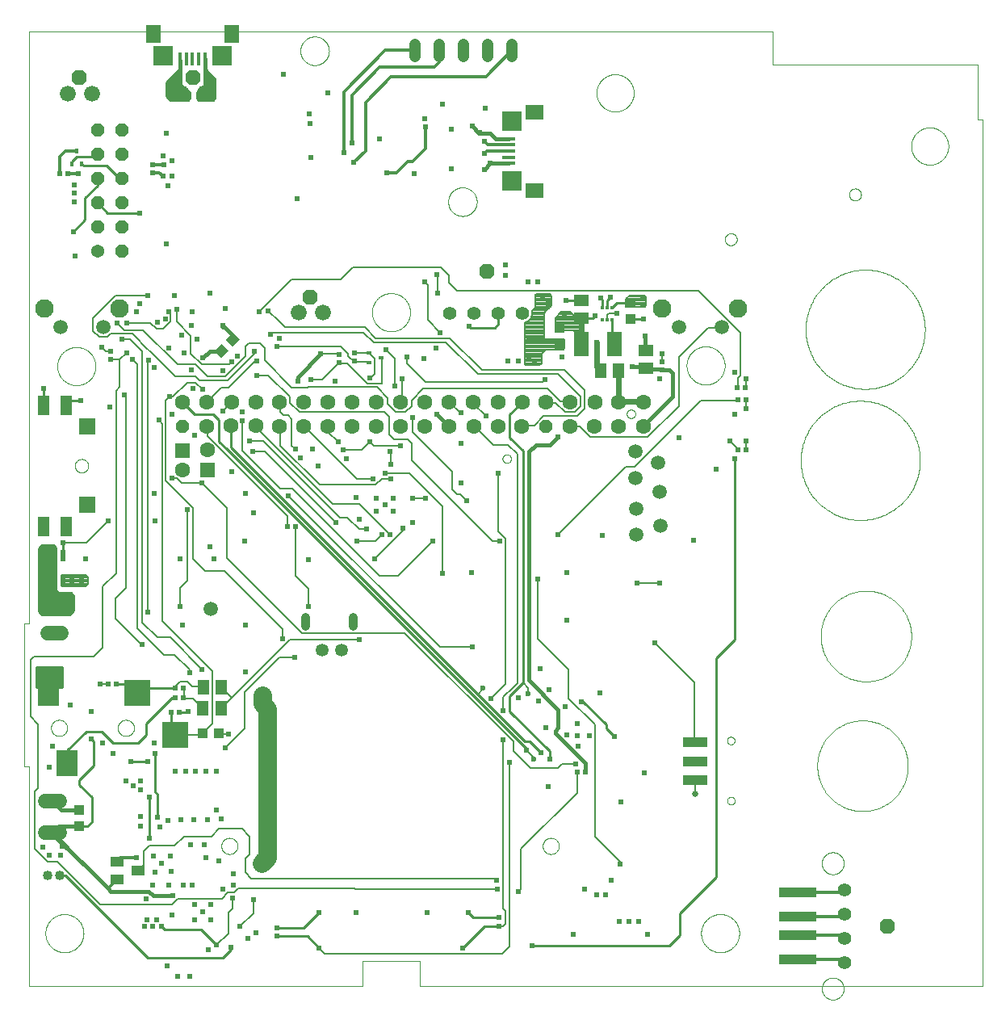
<source format=gbl>
G75*
%MOIN*%
%OFA0B0*%
%FSLAX25Y25*%
%IPPOS*%
%LPD*%
%AMOC8*
5,1,8,0,0,1.08239X$1,22.5*
%
%ADD10C,0.00000*%
%ADD11OC8,0.05400*%
%ADD12C,0.05906*%
%ADD13C,0.05315*%
%ADD14C,0.03562*%
%ADD15C,0.06299*%
%ADD16R,0.06299X0.06299*%
%ADD17R,0.04921X0.07874*%
%ADD18R,0.06890X0.06890*%
%ADD19R,0.08661X0.11024*%
%ADD20R,0.11024X0.11024*%
%ADD21C,0.07677*%
%ADD22C,0.04000*%
%ADD23C,0.05906*%
%ADD24R,0.03937X0.04331*%
%ADD25R,0.05118X0.05906*%
%ADD26R,0.02362X0.02165*%
%ADD27R,0.04331X0.03937*%
%ADD28R,0.02165X0.02362*%
%ADD29R,0.02000X0.01402*%
%ADD30R,0.05906X0.05118*%
%ADD31OC8,0.06300*%
%ADD32R,0.08268X0.07874*%
%ADD33R,0.06299X0.07480*%
%ADD34R,0.01575X0.05315*%
%ADD35R,0.15748X0.04409*%
%ADD36R,0.07874X0.08268*%
%ADD37R,0.07480X0.06299*%
%ADD38R,0.05315X0.01575*%
%ADD39C,0.04800*%
%ADD40R,0.05512X0.03937*%
%ADD41R,0.01181X0.01772*%
%ADD42R,0.05906X0.09843*%
%ADD43R,0.01402X0.02000*%
%ADD44C,0.05400*%
%ADD45R,0.02441X0.04803*%
%ADD46C,0.06600*%
%ADD47C,0.05600*%
%ADD48C,0.02362*%
%ADD49R,0.09843X0.03937*%
%ADD50C,0.02420*%
%ADD51C,0.01000*%
%ADD52C,0.01600*%
%ADD53C,0.02400*%
%ADD54C,0.00807*%
%ADD55C,0.02400*%
%ADD56C,0.00800*%
%ADD57C,0.01200*%
%ADD58C,0.07600*%
%ADD59C,0.02362*%
%ADD60C,0.02578*%
D10*
X0011407Y0006748D02*
X0011407Y0097299D01*
X0009439Y0097299D01*
X0009439Y0156354D01*
X0011407Y0156354D01*
X0011407Y0400449D01*
X0318494Y0400449D01*
X0318494Y0387063D01*
X0403140Y0387063D01*
X0403140Y0364425D01*
X0405108Y0364425D01*
X0405108Y0006748D01*
X0172825Y0006748D01*
X0172825Y0016787D01*
X0149203Y0016787D01*
X0149203Y0006748D01*
X0011407Y0006748D01*
X0018297Y0028402D02*
X0018299Y0028595D01*
X0018306Y0028788D01*
X0018318Y0028981D01*
X0018335Y0029174D01*
X0018356Y0029366D01*
X0018382Y0029557D01*
X0018413Y0029748D01*
X0018448Y0029938D01*
X0018488Y0030127D01*
X0018533Y0030315D01*
X0018582Y0030502D01*
X0018636Y0030688D01*
X0018694Y0030872D01*
X0018757Y0031055D01*
X0018825Y0031236D01*
X0018896Y0031415D01*
X0018973Y0031593D01*
X0019053Y0031769D01*
X0019138Y0031942D01*
X0019227Y0032114D01*
X0019320Y0032283D01*
X0019417Y0032450D01*
X0019519Y0032615D01*
X0019624Y0032777D01*
X0019733Y0032936D01*
X0019847Y0033093D01*
X0019964Y0033246D01*
X0020084Y0033397D01*
X0020209Y0033545D01*
X0020337Y0033690D01*
X0020468Y0033831D01*
X0020603Y0033970D01*
X0020742Y0034105D01*
X0020883Y0034236D01*
X0021028Y0034364D01*
X0021176Y0034489D01*
X0021327Y0034609D01*
X0021480Y0034726D01*
X0021637Y0034840D01*
X0021796Y0034949D01*
X0021958Y0035054D01*
X0022123Y0035156D01*
X0022290Y0035253D01*
X0022459Y0035346D01*
X0022631Y0035435D01*
X0022804Y0035520D01*
X0022980Y0035600D01*
X0023158Y0035677D01*
X0023337Y0035748D01*
X0023518Y0035816D01*
X0023701Y0035879D01*
X0023885Y0035937D01*
X0024071Y0035991D01*
X0024258Y0036040D01*
X0024446Y0036085D01*
X0024635Y0036125D01*
X0024825Y0036160D01*
X0025016Y0036191D01*
X0025207Y0036217D01*
X0025399Y0036238D01*
X0025592Y0036255D01*
X0025785Y0036267D01*
X0025978Y0036274D01*
X0026171Y0036276D01*
X0026364Y0036274D01*
X0026557Y0036267D01*
X0026750Y0036255D01*
X0026943Y0036238D01*
X0027135Y0036217D01*
X0027326Y0036191D01*
X0027517Y0036160D01*
X0027707Y0036125D01*
X0027896Y0036085D01*
X0028084Y0036040D01*
X0028271Y0035991D01*
X0028457Y0035937D01*
X0028641Y0035879D01*
X0028824Y0035816D01*
X0029005Y0035748D01*
X0029184Y0035677D01*
X0029362Y0035600D01*
X0029538Y0035520D01*
X0029711Y0035435D01*
X0029883Y0035346D01*
X0030052Y0035253D01*
X0030219Y0035156D01*
X0030384Y0035054D01*
X0030546Y0034949D01*
X0030705Y0034840D01*
X0030862Y0034726D01*
X0031015Y0034609D01*
X0031166Y0034489D01*
X0031314Y0034364D01*
X0031459Y0034236D01*
X0031600Y0034105D01*
X0031739Y0033970D01*
X0031874Y0033831D01*
X0032005Y0033690D01*
X0032133Y0033545D01*
X0032258Y0033397D01*
X0032378Y0033246D01*
X0032495Y0033093D01*
X0032609Y0032936D01*
X0032718Y0032777D01*
X0032823Y0032615D01*
X0032925Y0032450D01*
X0033022Y0032283D01*
X0033115Y0032114D01*
X0033204Y0031942D01*
X0033289Y0031769D01*
X0033369Y0031593D01*
X0033446Y0031415D01*
X0033517Y0031236D01*
X0033585Y0031055D01*
X0033648Y0030872D01*
X0033706Y0030688D01*
X0033760Y0030502D01*
X0033809Y0030315D01*
X0033854Y0030127D01*
X0033894Y0029938D01*
X0033929Y0029748D01*
X0033960Y0029557D01*
X0033986Y0029366D01*
X0034007Y0029174D01*
X0034024Y0028981D01*
X0034036Y0028788D01*
X0034043Y0028595D01*
X0034045Y0028402D01*
X0034043Y0028209D01*
X0034036Y0028016D01*
X0034024Y0027823D01*
X0034007Y0027630D01*
X0033986Y0027438D01*
X0033960Y0027247D01*
X0033929Y0027056D01*
X0033894Y0026866D01*
X0033854Y0026677D01*
X0033809Y0026489D01*
X0033760Y0026302D01*
X0033706Y0026116D01*
X0033648Y0025932D01*
X0033585Y0025749D01*
X0033517Y0025568D01*
X0033446Y0025389D01*
X0033369Y0025211D01*
X0033289Y0025035D01*
X0033204Y0024862D01*
X0033115Y0024690D01*
X0033022Y0024521D01*
X0032925Y0024354D01*
X0032823Y0024189D01*
X0032718Y0024027D01*
X0032609Y0023868D01*
X0032495Y0023711D01*
X0032378Y0023558D01*
X0032258Y0023407D01*
X0032133Y0023259D01*
X0032005Y0023114D01*
X0031874Y0022973D01*
X0031739Y0022834D01*
X0031600Y0022699D01*
X0031459Y0022568D01*
X0031314Y0022440D01*
X0031166Y0022315D01*
X0031015Y0022195D01*
X0030862Y0022078D01*
X0030705Y0021964D01*
X0030546Y0021855D01*
X0030384Y0021750D01*
X0030219Y0021648D01*
X0030052Y0021551D01*
X0029883Y0021458D01*
X0029711Y0021369D01*
X0029538Y0021284D01*
X0029362Y0021204D01*
X0029184Y0021127D01*
X0029005Y0021056D01*
X0028824Y0020988D01*
X0028641Y0020925D01*
X0028457Y0020867D01*
X0028271Y0020813D01*
X0028084Y0020764D01*
X0027896Y0020719D01*
X0027707Y0020679D01*
X0027517Y0020644D01*
X0027326Y0020613D01*
X0027135Y0020587D01*
X0026943Y0020566D01*
X0026750Y0020549D01*
X0026557Y0020537D01*
X0026364Y0020530D01*
X0026171Y0020528D01*
X0025978Y0020530D01*
X0025785Y0020537D01*
X0025592Y0020549D01*
X0025399Y0020566D01*
X0025207Y0020587D01*
X0025016Y0020613D01*
X0024825Y0020644D01*
X0024635Y0020679D01*
X0024446Y0020719D01*
X0024258Y0020764D01*
X0024071Y0020813D01*
X0023885Y0020867D01*
X0023701Y0020925D01*
X0023518Y0020988D01*
X0023337Y0021056D01*
X0023158Y0021127D01*
X0022980Y0021204D01*
X0022804Y0021284D01*
X0022631Y0021369D01*
X0022459Y0021458D01*
X0022290Y0021551D01*
X0022123Y0021648D01*
X0021958Y0021750D01*
X0021796Y0021855D01*
X0021637Y0021964D01*
X0021480Y0022078D01*
X0021327Y0022195D01*
X0021176Y0022315D01*
X0021028Y0022440D01*
X0020883Y0022568D01*
X0020742Y0022699D01*
X0020603Y0022834D01*
X0020468Y0022973D01*
X0020337Y0023114D01*
X0020209Y0023259D01*
X0020084Y0023407D01*
X0019964Y0023558D01*
X0019847Y0023711D01*
X0019733Y0023868D01*
X0019624Y0024027D01*
X0019519Y0024189D01*
X0019417Y0024354D01*
X0019320Y0024521D01*
X0019227Y0024690D01*
X0019138Y0024862D01*
X0019053Y0025035D01*
X0018973Y0025211D01*
X0018896Y0025389D01*
X0018825Y0025568D01*
X0018757Y0025749D01*
X0018694Y0025932D01*
X0018636Y0026116D01*
X0018582Y0026302D01*
X0018533Y0026489D01*
X0018488Y0026677D01*
X0018448Y0026866D01*
X0018413Y0027056D01*
X0018382Y0027247D01*
X0018356Y0027438D01*
X0018335Y0027630D01*
X0018318Y0027823D01*
X0018306Y0028016D01*
X0018299Y0028209D01*
X0018297Y0028402D01*
X0090935Y0064425D02*
X0090937Y0064540D01*
X0090943Y0064656D01*
X0090953Y0064771D01*
X0090967Y0064886D01*
X0090985Y0065000D01*
X0091007Y0065113D01*
X0091032Y0065226D01*
X0091062Y0065337D01*
X0091095Y0065448D01*
X0091132Y0065557D01*
X0091173Y0065665D01*
X0091218Y0065772D01*
X0091266Y0065877D01*
X0091318Y0065980D01*
X0091374Y0066081D01*
X0091433Y0066181D01*
X0091495Y0066278D01*
X0091561Y0066373D01*
X0091629Y0066466D01*
X0091701Y0066556D01*
X0091776Y0066644D01*
X0091855Y0066729D01*
X0091936Y0066811D01*
X0092019Y0066891D01*
X0092106Y0066967D01*
X0092195Y0067041D01*
X0092286Y0067111D01*
X0092380Y0067179D01*
X0092476Y0067243D01*
X0092575Y0067303D01*
X0092675Y0067360D01*
X0092777Y0067414D01*
X0092881Y0067464D01*
X0092987Y0067511D01*
X0093094Y0067554D01*
X0093203Y0067593D01*
X0093313Y0067628D01*
X0093424Y0067659D01*
X0093536Y0067687D01*
X0093649Y0067711D01*
X0093763Y0067731D01*
X0093878Y0067747D01*
X0093993Y0067759D01*
X0094108Y0067767D01*
X0094223Y0067771D01*
X0094339Y0067771D01*
X0094454Y0067767D01*
X0094569Y0067759D01*
X0094684Y0067747D01*
X0094799Y0067731D01*
X0094913Y0067711D01*
X0095026Y0067687D01*
X0095138Y0067659D01*
X0095249Y0067628D01*
X0095359Y0067593D01*
X0095468Y0067554D01*
X0095575Y0067511D01*
X0095681Y0067464D01*
X0095785Y0067414D01*
X0095887Y0067360D01*
X0095987Y0067303D01*
X0096086Y0067243D01*
X0096182Y0067179D01*
X0096276Y0067111D01*
X0096367Y0067041D01*
X0096456Y0066967D01*
X0096543Y0066891D01*
X0096626Y0066811D01*
X0096707Y0066729D01*
X0096786Y0066644D01*
X0096861Y0066556D01*
X0096933Y0066466D01*
X0097001Y0066373D01*
X0097067Y0066278D01*
X0097129Y0066181D01*
X0097188Y0066081D01*
X0097244Y0065980D01*
X0097296Y0065877D01*
X0097344Y0065772D01*
X0097389Y0065665D01*
X0097430Y0065557D01*
X0097467Y0065448D01*
X0097500Y0065337D01*
X0097530Y0065226D01*
X0097555Y0065113D01*
X0097577Y0065000D01*
X0097595Y0064886D01*
X0097609Y0064771D01*
X0097619Y0064656D01*
X0097625Y0064540D01*
X0097627Y0064425D01*
X0097625Y0064310D01*
X0097619Y0064194D01*
X0097609Y0064079D01*
X0097595Y0063964D01*
X0097577Y0063850D01*
X0097555Y0063737D01*
X0097530Y0063624D01*
X0097500Y0063513D01*
X0097467Y0063402D01*
X0097430Y0063293D01*
X0097389Y0063185D01*
X0097344Y0063078D01*
X0097296Y0062973D01*
X0097244Y0062870D01*
X0097188Y0062769D01*
X0097129Y0062669D01*
X0097067Y0062572D01*
X0097001Y0062477D01*
X0096933Y0062384D01*
X0096861Y0062294D01*
X0096786Y0062206D01*
X0096707Y0062121D01*
X0096626Y0062039D01*
X0096543Y0061959D01*
X0096456Y0061883D01*
X0096367Y0061809D01*
X0096276Y0061739D01*
X0096182Y0061671D01*
X0096086Y0061607D01*
X0095987Y0061547D01*
X0095887Y0061490D01*
X0095785Y0061436D01*
X0095681Y0061386D01*
X0095575Y0061339D01*
X0095468Y0061296D01*
X0095359Y0061257D01*
X0095249Y0061222D01*
X0095138Y0061191D01*
X0095026Y0061163D01*
X0094913Y0061139D01*
X0094799Y0061119D01*
X0094684Y0061103D01*
X0094569Y0061091D01*
X0094454Y0061083D01*
X0094339Y0061079D01*
X0094223Y0061079D01*
X0094108Y0061083D01*
X0093993Y0061091D01*
X0093878Y0061103D01*
X0093763Y0061119D01*
X0093649Y0061139D01*
X0093536Y0061163D01*
X0093424Y0061191D01*
X0093313Y0061222D01*
X0093203Y0061257D01*
X0093094Y0061296D01*
X0092987Y0061339D01*
X0092881Y0061386D01*
X0092777Y0061436D01*
X0092675Y0061490D01*
X0092575Y0061547D01*
X0092476Y0061607D01*
X0092380Y0061671D01*
X0092286Y0061739D01*
X0092195Y0061809D01*
X0092106Y0061883D01*
X0092019Y0061959D01*
X0091936Y0062039D01*
X0091855Y0062121D01*
X0091776Y0062206D01*
X0091701Y0062294D01*
X0091629Y0062384D01*
X0091561Y0062477D01*
X0091495Y0062572D01*
X0091433Y0062669D01*
X0091374Y0062769D01*
X0091318Y0062870D01*
X0091266Y0062973D01*
X0091218Y0063078D01*
X0091173Y0063185D01*
X0091132Y0063293D01*
X0091095Y0063402D01*
X0091062Y0063513D01*
X0091032Y0063624D01*
X0091007Y0063737D01*
X0090985Y0063850D01*
X0090967Y0063964D01*
X0090953Y0064079D01*
X0090943Y0064194D01*
X0090937Y0064310D01*
X0090935Y0064425D01*
X0048180Y0113126D02*
X0048182Y0113241D01*
X0048188Y0113357D01*
X0048198Y0113472D01*
X0048212Y0113587D01*
X0048230Y0113701D01*
X0048252Y0113814D01*
X0048277Y0113927D01*
X0048307Y0114038D01*
X0048340Y0114149D01*
X0048377Y0114258D01*
X0048418Y0114366D01*
X0048463Y0114473D01*
X0048511Y0114578D01*
X0048563Y0114681D01*
X0048619Y0114782D01*
X0048678Y0114882D01*
X0048740Y0114979D01*
X0048806Y0115074D01*
X0048874Y0115167D01*
X0048946Y0115257D01*
X0049021Y0115345D01*
X0049100Y0115430D01*
X0049181Y0115512D01*
X0049264Y0115592D01*
X0049351Y0115668D01*
X0049440Y0115742D01*
X0049531Y0115812D01*
X0049625Y0115880D01*
X0049721Y0115944D01*
X0049820Y0116004D01*
X0049920Y0116061D01*
X0050022Y0116115D01*
X0050126Y0116165D01*
X0050232Y0116212D01*
X0050339Y0116255D01*
X0050448Y0116294D01*
X0050558Y0116329D01*
X0050669Y0116360D01*
X0050781Y0116388D01*
X0050894Y0116412D01*
X0051008Y0116432D01*
X0051123Y0116448D01*
X0051238Y0116460D01*
X0051353Y0116468D01*
X0051468Y0116472D01*
X0051584Y0116472D01*
X0051699Y0116468D01*
X0051814Y0116460D01*
X0051929Y0116448D01*
X0052044Y0116432D01*
X0052158Y0116412D01*
X0052271Y0116388D01*
X0052383Y0116360D01*
X0052494Y0116329D01*
X0052604Y0116294D01*
X0052713Y0116255D01*
X0052820Y0116212D01*
X0052926Y0116165D01*
X0053030Y0116115D01*
X0053132Y0116061D01*
X0053232Y0116004D01*
X0053331Y0115944D01*
X0053427Y0115880D01*
X0053521Y0115812D01*
X0053612Y0115742D01*
X0053701Y0115668D01*
X0053788Y0115592D01*
X0053871Y0115512D01*
X0053952Y0115430D01*
X0054031Y0115345D01*
X0054106Y0115257D01*
X0054178Y0115167D01*
X0054246Y0115074D01*
X0054312Y0114979D01*
X0054374Y0114882D01*
X0054433Y0114782D01*
X0054489Y0114681D01*
X0054541Y0114578D01*
X0054589Y0114473D01*
X0054634Y0114366D01*
X0054675Y0114258D01*
X0054712Y0114149D01*
X0054745Y0114038D01*
X0054775Y0113927D01*
X0054800Y0113814D01*
X0054822Y0113701D01*
X0054840Y0113587D01*
X0054854Y0113472D01*
X0054864Y0113357D01*
X0054870Y0113241D01*
X0054872Y0113126D01*
X0054870Y0113011D01*
X0054864Y0112895D01*
X0054854Y0112780D01*
X0054840Y0112665D01*
X0054822Y0112551D01*
X0054800Y0112438D01*
X0054775Y0112325D01*
X0054745Y0112214D01*
X0054712Y0112103D01*
X0054675Y0111994D01*
X0054634Y0111886D01*
X0054589Y0111779D01*
X0054541Y0111674D01*
X0054489Y0111571D01*
X0054433Y0111470D01*
X0054374Y0111370D01*
X0054312Y0111273D01*
X0054246Y0111178D01*
X0054178Y0111085D01*
X0054106Y0110995D01*
X0054031Y0110907D01*
X0053952Y0110822D01*
X0053871Y0110740D01*
X0053788Y0110660D01*
X0053701Y0110584D01*
X0053612Y0110510D01*
X0053521Y0110440D01*
X0053427Y0110372D01*
X0053331Y0110308D01*
X0053232Y0110248D01*
X0053132Y0110191D01*
X0053030Y0110137D01*
X0052926Y0110087D01*
X0052820Y0110040D01*
X0052713Y0109997D01*
X0052604Y0109958D01*
X0052494Y0109923D01*
X0052383Y0109892D01*
X0052271Y0109864D01*
X0052158Y0109840D01*
X0052044Y0109820D01*
X0051929Y0109804D01*
X0051814Y0109792D01*
X0051699Y0109784D01*
X0051584Y0109780D01*
X0051468Y0109780D01*
X0051353Y0109784D01*
X0051238Y0109792D01*
X0051123Y0109804D01*
X0051008Y0109820D01*
X0050894Y0109840D01*
X0050781Y0109864D01*
X0050669Y0109892D01*
X0050558Y0109923D01*
X0050448Y0109958D01*
X0050339Y0109997D01*
X0050232Y0110040D01*
X0050126Y0110087D01*
X0050022Y0110137D01*
X0049920Y0110191D01*
X0049820Y0110248D01*
X0049721Y0110308D01*
X0049625Y0110372D01*
X0049531Y0110440D01*
X0049440Y0110510D01*
X0049351Y0110584D01*
X0049264Y0110660D01*
X0049181Y0110740D01*
X0049100Y0110822D01*
X0049021Y0110907D01*
X0048946Y0110995D01*
X0048874Y0111085D01*
X0048806Y0111178D01*
X0048740Y0111273D01*
X0048678Y0111370D01*
X0048619Y0111470D01*
X0048563Y0111571D01*
X0048511Y0111674D01*
X0048463Y0111779D01*
X0048418Y0111886D01*
X0048377Y0111994D01*
X0048340Y0112103D01*
X0048307Y0112214D01*
X0048277Y0112325D01*
X0048252Y0112438D01*
X0048230Y0112551D01*
X0048212Y0112665D01*
X0048198Y0112780D01*
X0048188Y0112895D01*
X0048182Y0113011D01*
X0048180Y0113126D01*
X0020621Y0113126D02*
X0020623Y0113241D01*
X0020629Y0113357D01*
X0020639Y0113472D01*
X0020653Y0113587D01*
X0020671Y0113701D01*
X0020693Y0113814D01*
X0020718Y0113927D01*
X0020748Y0114038D01*
X0020781Y0114149D01*
X0020818Y0114258D01*
X0020859Y0114366D01*
X0020904Y0114473D01*
X0020952Y0114578D01*
X0021004Y0114681D01*
X0021060Y0114782D01*
X0021119Y0114882D01*
X0021181Y0114979D01*
X0021247Y0115074D01*
X0021315Y0115167D01*
X0021387Y0115257D01*
X0021462Y0115345D01*
X0021541Y0115430D01*
X0021622Y0115512D01*
X0021705Y0115592D01*
X0021792Y0115668D01*
X0021881Y0115742D01*
X0021972Y0115812D01*
X0022066Y0115880D01*
X0022162Y0115944D01*
X0022261Y0116004D01*
X0022361Y0116061D01*
X0022463Y0116115D01*
X0022567Y0116165D01*
X0022673Y0116212D01*
X0022780Y0116255D01*
X0022889Y0116294D01*
X0022999Y0116329D01*
X0023110Y0116360D01*
X0023222Y0116388D01*
X0023335Y0116412D01*
X0023449Y0116432D01*
X0023564Y0116448D01*
X0023679Y0116460D01*
X0023794Y0116468D01*
X0023909Y0116472D01*
X0024025Y0116472D01*
X0024140Y0116468D01*
X0024255Y0116460D01*
X0024370Y0116448D01*
X0024485Y0116432D01*
X0024599Y0116412D01*
X0024712Y0116388D01*
X0024824Y0116360D01*
X0024935Y0116329D01*
X0025045Y0116294D01*
X0025154Y0116255D01*
X0025261Y0116212D01*
X0025367Y0116165D01*
X0025471Y0116115D01*
X0025573Y0116061D01*
X0025673Y0116004D01*
X0025772Y0115944D01*
X0025868Y0115880D01*
X0025962Y0115812D01*
X0026053Y0115742D01*
X0026142Y0115668D01*
X0026229Y0115592D01*
X0026312Y0115512D01*
X0026393Y0115430D01*
X0026472Y0115345D01*
X0026547Y0115257D01*
X0026619Y0115167D01*
X0026687Y0115074D01*
X0026753Y0114979D01*
X0026815Y0114882D01*
X0026874Y0114782D01*
X0026930Y0114681D01*
X0026982Y0114578D01*
X0027030Y0114473D01*
X0027075Y0114366D01*
X0027116Y0114258D01*
X0027153Y0114149D01*
X0027186Y0114038D01*
X0027216Y0113927D01*
X0027241Y0113814D01*
X0027263Y0113701D01*
X0027281Y0113587D01*
X0027295Y0113472D01*
X0027305Y0113357D01*
X0027311Y0113241D01*
X0027313Y0113126D01*
X0027311Y0113011D01*
X0027305Y0112895D01*
X0027295Y0112780D01*
X0027281Y0112665D01*
X0027263Y0112551D01*
X0027241Y0112438D01*
X0027216Y0112325D01*
X0027186Y0112214D01*
X0027153Y0112103D01*
X0027116Y0111994D01*
X0027075Y0111886D01*
X0027030Y0111779D01*
X0026982Y0111674D01*
X0026930Y0111571D01*
X0026874Y0111470D01*
X0026815Y0111370D01*
X0026753Y0111273D01*
X0026687Y0111178D01*
X0026619Y0111085D01*
X0026547Y0110995D01*
X0026472Y0110907D01*
X0026393Y0110822D01*
X0026312Y0110740D01*
X0026229Y0110660D01*
X0026142Y0110584D01*
X0026053Y0110510D01*
X0025962Y0110440D01*
X0025868Y0110372D01*
X0025772Y0110308D01*
X0025673Y0110248D01*
X0025573Y0110191D01*
X0025471Y0110137D01*
X0025367Y0110087D01*
X0025261Y0110040D01*
X0025154Y0109997D01*
X0025045Y0109958D01*
X0024935Y0109923D01*
X0024824Y0109892D01*
X0024712Y0109864D01*
X0024599Y0109840D01*
X0024485Y0109820D01*
X0024370Y0109804D01*
X0024255Y0109792D01*
X0024140Y0109784D01*
X0024025Y0109780D01*
X0023909Y0109780D01*
X0023794Y0109784D01*
X0023679Y0109792D01*
X0023564Y0109804D01*
X0023449Y0109820D01*
X0023335Y0109840D01*
X0023222Y0109864D01*
X0023110Y0109892D01*
X0022999Y0109923D01*
X0022889Y0109958D01*
X0022780Y0109997D01*
X0022673Y0110040D01*
X0022567Y0110087D01*
X0022463Y0110137D01*
X0022361Y0110191D01*
X0022261Y0110248D01*
X0022162Y0110308D01*
X0022066Y0110372D01*
X0021972Y0110440D01*
X0021881Y0110510D01*
X0021792Y0110584D01*
X0021705Y0110660D01*
X0021622Y0110740D01*
X0021541Y0110822D01*
X0021462Y0110907D01*
X0021387Y0110995D01*
X0021315Y0111085D01*
X0021247Y0111178D01*
X0021181Y0111273D01*
X0021119Y0111370D01*
X0021060Y0111470D01*
X0021004Y0111571D01*
X0020952Y0111674D01*
X0020904Y0111779D01*
X0020859Y0111886D01*
X0020818Y0111994D01*
X0020781Y0112103D01*
X0020748Y0112214D01*
X0020718Y0112325D01*
X0020693Y0112438D01*
X0020671Y0112551D01*
X0020653Y0112665D01*
X0020639Y0112780D01*
X0020629Y0112895D01*
X0020623Y0113011D01*
X0020621Y0113126D01*
X0030463Y0221354D02*
X0030465Y0221459D01*
X0030471Y0221564D01*
X0030481Y0221668D01*
X0030495Y0221772D01*
X0030513Y0221876D01*
X0030535Y0221978D01*
X0030560Y0222080D01*
X0030590Y0222181D01*
X0030623Y0222280D01*
X0030660Y0222378D01*
X0030701Y0222475D01*
X0030746Y0222570D01*
X0030794Y0222663D01*
X0030845Y0222755D01*
X0030901Y0222844D01*
X0030959Y0222931D01*
X0031021Y0223016D01*
X0031085Y0223099D01*
X0031153Y0223179D01*
X0031224Y0223256D01*
X0031298Y0223330D01*
X0031375Y0223402D01*
X0031454Y0223471D01*
X0031536Y0223536D01*
X0031620Y0223599D01*
X0031707Y0223658D01*
X0031796Y0223714D01*
X0031887Y0223767D01*
X0031980Y0223816D01*
X0032074Y0223861D01*
X0032170Y0223903D01*
X0032268Y0223941D01*
X0032367Y0223975D01*
X0032468Y0224006D01*
X0032569Y0224032D01*
X0032672Y0224055D01*
X0032775Y0224074D01*
X0032879Y0224089D01*
X0032983Y0224100D01*
X0033088Y0224107D01*
X0033193Y0224110D01*
X0033298Y0224109D01*
X0033403Y0224104D01*
X0033507Y0224095D01*
X0033611Y0224082D01*
X0033715Y0224065D01*
X0033818Y0224044D01*
X0033920Y0224019D01*
X0034021Y0223991D01*
X0034120Y0223958D01*
X0034219Y0223922D01*
X0034316Y0223882D01*
X0034411Y0223839D01*
X0034505Y0223791D01*
X0034597Y0223741D01*
X0034687Y0223687D01*
X0034775Y0223629D01*
X0034860Y0223568D01*
X0034943Y0223504D01*
X0035024Y0223437D01*
X0035102Y0223367D01*
X0035177Y0223293D01*
X0035249Y0223218D01*
X0035319Y0223139D01*
X0035385Y0223058D01*
X0035449Y0222974D01*
X0035509Y0222888D01*
X0035565Y0222800D01*
X0035619Y0222709D01*
X0035669Y0222617D01*
X0035715Y0222523D01*
X0035758Y0222427D01*
X0035797Y0222329D01*
X0035832Y0222231D01*
X0035863Y0222130D01*
X0035891Y0222029D01*
X0035915Y0221927D01*
X0035935Y0221824D01*
X0035951Y0221720D01*
X0035963Y0221616D01*
X0035971Y0221511D01*
X0035975Y0221406D01*
X0035975Y0221302D01*
X0035971Y0221197D01*
X0035963Y0221092D01*
X0035951Y0220988D01*
X0035935Y0220884D01*
X0035915Y0220781D01*
X0035891Y0220679D01*
X0035863Y0220578D01*
X0035832Y0220477D01*
X0035797Y0220379D01*
X0035758Y0220281D01*
X0035715Y0220185D01*
X0035669Y0220091D01*
X0035619Y0219999D01*
X0035565Y0219908D01*
X0035509Y0219820D01*
X0035449Y0219734D01*
X0035385Y0219650D01*
X0035319Y0219569D01*
X0035249Y0219490D01*
X0035177Y0219415D01*
X0035102Y0219341D01*
X0035024Y0219271D01*
X0034943Y0219204D01*
X0034860Y0219140D01*
X0034775Y0219079D01*
X0034687Y0219021D01*
X0034597Y0218967D01*
X0034505Y0218917D01*
X0034411Y0218869D01*
X0034316Y0218826D01*
X0034219Y0218786D01*
X0034120Y0218750D01*
X0034021Y0218717D01*
X0033920Y0218689D01*
X0033818Y0218664D01*
X0033715Y0218643D01*
X0033611Y0218626D01*
X0033507Y0218613D01*
X0033403Y0218604D01*
X0033298Y0218599D01*
X0033193Y0218598D01*
X0033088Y0218601D01*
X0032983Y0218608D01*
X0032879Y0218619D01*
X0032775Y0218634D01*
X0032672Y0218653D01*
X0032569Y0218676D01*
X0032468Y0218702D01*
X0032367Y0218733D01*
X0032268Y0218767D01*
X0032170Y0218805D01*
X0032074Y0218847D01*
X0031980Y0218892D01*
X0031887Y0218941D01*
X0031796Y0218994D01*
X0031707Y0219050D01*
X0031620Y0219109D01*
X0031536Y0219172D01*
X0031454Y0219237D01*
X0031375Y0219306D01*
X0031298Y0219378D01*
X0031224Y0219452D01*
X0031153Y0219529D01*
X0031085Y0219609D01*
X0031021Y0219692D01*
X0030959Y0219777D01*
X0030901Y0219864D01*
X0030845Y0219953D01*
X0030794Y0220045D01*
X0030746Y0220138D01*
X0030701Y0220233D01*
X0030660Y0220330D01*
X0030623Y0220428D01*
X0030590Y0220527D01*
X0030560Y0220628D01*
X0030535Y0220730D01*
X0030513Y0220832D01*
X0030495Y0220936D01*
X0030481Y0221040D01*
X0030471Y0221144D01*
X0030465Y0221249D01*
X0030463Y0221354D01*
X0023219Y0262457D02*
X0023221Y0262650D01*
X0023228Y0262843D01*
X0023240Y0263036D01*
X0023257Y0263229D01*
X0023278Y0263421D01*
X0023304Y0263612D01*
X0023335Y0263803D01*
X0023370Y0263993D01*
X0023410Y0264182D01*
X0023455Y0264370D01*
X0023504Y0264557D01*
X0023558Y0264743D01*
X0023616Y0264927D01*
X0023679Y0265110D01*
X0023747Y0265291D01*
X0023818Y0265470D01*
X0023895Y0265648D01*
X0023975Y0265824D01*
X0024060Y0265997D01*
X0024149Y0266169D01*
X0024242Y0266338D01*
X0024339Y0266505D01*
X0024441Y0266670D01*
X0024546Y0266832D01*
X0024655Y0266991D01*
X0024769Y0267148D01*
X0024886Y0267301D01*
X0025006Y0267452D01*
X0025131Y0267600D01*
X0025259Y0267745D01*
X0025390Y0267886D01*
X0025525Y0268025D01*
X0025664Y0268160D01*
X0025805Y0268291D01*
X0025950Y0268419D01*
X0026098Y0268544D01*
X0026249Y0268664D01*
X0026402Y0268781D01*
X0026559Y0268895D01*
X0026718Y0269004D01*
X0026880Y0269109D01*
X0027045Y0269211D01*
X0027212Y0269308D01*
X0027381Y0269401D01*
X0027553Y0269490D01*
X0027726Y0269575D01*
X0027902Y0269655D01*
X0028080Y0269732D01*
X0028259Y0269803D01*
X0028440Y0269871D01*
X0028623Y0269934D01*
X0028807Y0269992D01*
X0028993Y0270046D01*
X0029180Y0270095D01*
X0029368Y0270140D01*
X0029557Y0270180D01*
X0029747Y0270215D01*
X0029938Y0270246D01*
X0030129Y0270272D01*
X0030321Y0270293D01*
X0030514Y0270310D01*
X0030707Y0270322D01*
X0030900Y0270329D01*
X0031093Y0270331D01*
X0031286Y0270329D01*
X0031479Y0270322D01*
X0031672Y0270310D01*
X0031865Y0270293D01*
X0032057Y0270272D01*
X0032248Y0270246D01*
X0032439Y0270215D01*
X0032629Y0270180D01*
X0032818Y0270140D01*
X0033006Y0270095D01*
X0033193Y0270046D01*
X0033379Y0269992D01*
X0033563Y0269934D01*
X0033746Y0269871D01*
X0033927Y0269803D01*
X0034106Y0269732D01*
X0034284Y0269655D01*
X0034460Y0269575D01*
X0034633Y0269490D01*
X0034805Y0269401D01*
X0034974Y0269308D01*
X0035141Y0269211D01*
X0035306Y0269109D01*
X0035468Y0269004D01*
X0035627Y0268895D01*
X0035784Y0268781D01*
X0035937Y0268664D01*
X0036088Y0268544D01*
X0036236Y0268419D01*
X0036381Y0268291D01*
X0036522Y0268160D01*
X0036661Y0268025D01*
X0036796Y0267886D01*
X0036927Y0267745D01*
X0037055Y0267600D01*
X0037180Y0267452D01*
X0037300Y0267301D01*
X0037417Y0267148D01*
X0037531Y0266991D01*
X0037640Y0266832D01*
X0037745Y0266670D01*
X0037847Y0266505D01*
X0037944Y0266338D01*
X0038037Y0266169D01*
X0038126Y0265997D01*
X0038211Y0265824D01*
X0038291Y0265648D01*
X0038368Y0265470D01*
X0038439Y0265291D01*
X0038507Y0265110D01*
X0038570Y0264927D01*
X0038628Y0264743D01*
X0038682Y0264557D01*
X0038731Y0264370D01*
X0038776Y0264182D01*
X0038816Y0263993D01*
X0038851Y0263803D01*
X0038882Y0263612D01*
X0038908Y0263421D01*
X0038929Y0263229D01*
X0038946Y0263036D01*
X0038958Y0262843D01*
X0038965Y0262650D01*
X0038967Y0262457D01*
X0038965Y0262264D01*
X0038958Y0262071D01*
X0038946Y0261878D01*
X0038929Y0261685D01*
X0038908Y0261493D01*
X0038882Y0261302D01*
X0038851Y0261111D01*
X0038816Y0260921D01*
X0038776Y0260732D01*
X0038731Y0260544D01*
X0038682Y0260357D01*
X0038628Y0260171D01*
X0038570Y0259987D01*
X0038507Y0259804D01*
X0038439Y0259623D01*
X0038368Y0259444D01*
X0038291Y0259266D01*
X0038211Y0259090D01*
X0038126Y0258917D01*
X0038037Y0258745D01*
X0037944Y0258576D01*
X0037847Y0258409D01*
X0037745Y0258244D01*
X0037640Y0258082D01*
X0037531Y0257923D01*
X0037417Y0257766D01*
X0037300Y0257613D01*
X0037180Y0257462D01*
X0037055Y0257314D01*
X0036927Y0257169D01*
X0036796Y0257028D01*
X0036661Y0256889D01*
X0036522Y0256754D01*
X0036381Y0256623D01*
X0036236Y0256495D01*
X0036088Y0256370D01*
X0035937Y0256250D01*
X0035784Y0256133D01*
X0035627Y0256019D01*
X0035468Y0255910D01*
X0035306Y0255805D01*
X0035141Y0255703D01*
X0034974Y0255606D01*
X0034805Y0255513D01*
X0034633Y0255424D01*
X0034460Y0255339D01*
X0034284Y0255259D01*
X0034106Y0255182D01*
X0033927Y0255111D01*
X0033746Y0255043D01*
X0033563Y0254980D01*
X0033379Y0254922D01*
X0033193Y0254868D01*
X0033006Y0254819D01*
X0032818Y0254774D01*
X0032629Y0254734D01*
X0032439Y0254699D01*
X0032248Y0254668D01*
X0032057Y0254642D01*
X0031865Y0254621D01*
X0031672Y0254604D01*
X0031479Y0254592D01*
X0031286Y0254585D01*
X0031093Y0254583D01*
X0030900Y0254585D01*
X0030707Y0254592D01*
X0030514Y0254604D01*
X0030321Y0254621D01*
X0030129Y0254642D01*
X0029938Y0254668D01*
X0029747Y0254699D01*
X0029557Y0254734D01*
X0029368Y0254774D01*
X0029180Y0254819D01*
X0028993Y0254868D01*
X0028807Y0254922D01*
X0028623Y0254980D01*
X0028440Y0255043D01*
X0028259Y0255111D01*
X0028080Y0255182D01*
X0027902Y0255259D01*
X0027726Y0255339D01*
X0027553Y0255424D01*
X0027381Y0255513D01*
X0027212Y0255606D01*
X0027045Y0255703D01*
X0026880Y0255805D01*
X0026718Y0255910D01*
X0026559Y0256019D01*
X0026402Y0256133D01*
X0026249Y0256250D01*
X0026098Y0256370D01*
X0025950Y0256495D01*
X0025805Y0256623D01*
X0025664Y0256754D01*
X0025525Y0256889D01*
X0025390Y0257028D01*
X0025259Y0257169D01*
X0025131Y0257314D01*
X0025006Y0257462D01*
X0024886Y0257613D01*
X0024769Y0257766D01*
X0024655Y0257923D01*
X0024546Y0258082D01*
X0024441Y0258244D01*
X0024339Y0258409D01*
X0024242Y0258576D01*
X0024149Y0258745D01*
X0024060Y0258917D01*
X0023975Y0259090D01*
X0023895Y0259266D01*
X0023818Y0259444D01*
X0023747Y0259623D01*
X0023679Y0259804D01*
X0023616Y0259987D01*
X0023558Y0260171D01*
X0023504Y0260357D01*
X0023455Y0260544D01*
X0023410Y0260732D01*
X0023370Y0260921D01*
X0023335Y0261111D01*
X0023304Y0261302D01*
X0023278Y0261493D01*
X0023257Y0261685D01*
X0023240Y0261878D01*
X0023228Y0262071D01*
X0023221Y0262264D01*
X0023219Y0262457D01*
X0123572Y0392614D02*
X0123574Y0392767D01*
X0123580Y0392921D01*
X0123590Y0393074D01*
X0123604Y0393226D01*
X0123622Y0393379D01*
X0123644Y0393530D01*
X0123669Y0393681D01*
X0123699Y0393832D01*
X0123733Y0393982D01*
X0123770Y0394130D01*
X0123811Y0394278D01*
X0123856Y0394424D01*
X0123905Y0394570D01*
X0123958Y0394714D01*
X0124014Y0394856D01*
X0124074Y0394997D01*
X0124138Y0395137D01*
X0124205Y0395275D01*
X0124276Y0395411D01*
X0124351Y0395545D01*
X0124428Y0395677D01*
X0124510Y0395807D01*
X0124594Y0395935D01*
X0124682Y0396061D01*
X0124773Y0396184D01*
X0124867Y0396305D01*
X0124965Y0396423D01*
X0125065Y0396539D01*
X0125169Y0396652D01*
X0125275Y0396763D01*
X0125384Y0396871D01*
X0125496Y0396976D01*
X0125610Y0397077D01*
X0125728Y0397176D01*
X0125847Y0397272D01*
X0125969Y0397365D01*
X0126094Y0397454D01*
X0126221Y0397541D01*
X0126350Y0397623D01*
X0126481Y0397703D01*
X0126614Y0397779D01*
X0126749Y0397852D01*
X0126886Y0397921D01*
X0127025Y0397986D01*
X0127165Y0398048D01*
X0127307Y0398106D01*
X0127450Y0398161D01*
X0127595Y0398212D01*
X0127741Y0398259D01*
X0127888Y0398302D01*
X0128036Y0398341D01*
X0128185Y0398377D01*
X0128335Y0398408D01*
X0128486Y0398436D01*
X0128637Y0398460D01*
X0128790Y0398480D01*
X0128942Y0398496D01*
X0129095Y0398508D01*
X0129248Y0398516D01*
X0129401Y0398520D01*
X0129555Y0398520D01*
X0129708Y0398516D01*
X0129861Y0398508D01*
X0130014Y0398496D01*
X0130166Y0398480D01*
X0130319Y0398460D01*
X0130470Y0398436D01*
X0130621Y0398408D01*
X0130771Y0398377D01*
X0130920Y0398341D01*
X0131068Y0398302D01*
X0131215Y0398259D01*
X0131361Y0398212D01*
X0131506Y0398161D01*
X0131649Y0398106D01*
X0131791Y0398048D01*
X0131931Y0397986D01*
X0132070Y0397921D01*
X0132207Y0397852D01*
X0132342Y0397779D01*
X0132475Y0397703D01*
X0132606Y0397623D01*
X0132735Y0397541D01*
X0132862Y0397454D01*
X0132987Y0397365D01*
X0133109Y0397272D01*
X0133228Y0397176D01*
X0133346Y0397077D01*
X0133460Y0396976D01*
X0133572Y0396871D01*
X0133681Y0396763D01*
X0133787Y0396652D01*
X0133891Y0396539D01*
X0133991Y0396423D01*
X0134089Y0396305D01*
X0134183Y0396184D01*
X0134274Y0396061D01*
X0134362Y0395935D01*
X0134446Y0395807D01*
X0134528Y0395677D01*
X0134605Y0395545D01*
X0134680Y0395411D01*
X0134751Y0395275D01*
X0134818Y0395137D01*
X0134882Y0394997D01*
X0134942Y0394856D01*
X0134998Y0394714D01*
X0135051Y0394570D01*
X0135100Y0394424D01*
X0135145Y0394278D01*
X0135186Y0394130D01*
X0135223Y0393982D01*
X0135257Y0393832D01*
X0135287Y0393681D01*
X0135312Y0393530D01*
X0135334Y0393379D01*
X0135352Y0393226D01*
X0135366Y0393074D01*
X0135376Y0392921D01*
X0135382Y0392767D01*
X0135384Y0392614D01*
X0135382Y0392461D01*
X0135376Y0392307D01*
X0135366Y0392154D01*
X0135352Y0392002D01*
X0135334Y0391849D01*
X0135312Y0391698D01*
X0135287Y0391547D01*
X0135257Y0391396D01*
X0135223Y0391246D01*
X0135186Y0391098D01*
X0135145Y0390950D01*
X0135100Y0390804D01*
X0135051Y0390658D01*
X0134998Y0390514D01*
X0134942Y0390372D01*
X0134882Y0390231D01*
X0134818Y0390091D01*
X0134751Y0389953D01*
X0134680Y0389817D01*
X0134605Y0389683D01*
X0134528Y0389551D01*
X0134446Y0389421D01*
X0134362Y0389293D01*
X0134274Y0389167D01*
X0134183Y0389044D01*
X0134089Y0388923D01*
X0133991Y0388805D01*
X0133891Y0388689D01*
X0133787Y0388576D01*
X0133681Y0388465D01*
X0133572Y0388357D01*
X0133460Y0388252D01*
X0133346Y0388151D01*
X0133228Y0388052D01*
X0133109Y0387956D01*
X0132987Y0387863D01*
X0132862Y0387774D01*
X0132735Y0387687D01*
X0132606Y0387605D01*
X0132475Y0387525D01*
X0132342Y0387449D01*
X0132207Y0387376D01*
X0132070Y0387307D01*
X0131931Y0387242D01*
X0131791Y0387180D01*
X0131649Y0387122D01*
X0131506Y0387067D01*
X0131361Y0387016D01*
X0131215Y0386969D01*
X0131068Y0386926D01*
X0130920Y0386887D01*
X0130771Y0386851D01*
X0130621Y0386820D01*
X0130470Y0386792D01*
X0130319Y0386768D01*
X0130166Y0386748D01*
X0130014Y0386732D01*
X0129861Y0386720D01*
X0129708Y0386712D01*
X0129555Y0386708D01*
X0129401Y0386708D01*
X0129248Y0386712D01*
X0129095Y0386720D01*
X0128942Y0386732D01*
X0128790Y0386748D01*
X0128637Y0386768D01*
X0128486Y0386792D01*
X0128335Y0386820D01*
X0128185Y0386851D01*
X0128036Y0386887D01*
X0127888Y0386926D01*
X0127741Y0386969D01*
X0127595Y0387016D01*
X0127450Y0387067D01*
X0127307Y0387122D01*
X0127165Y0387180D01*
X0127025Y0387242D01*
X0126886Y0387307D01*
X0126749Y0387376D01*
X0126614Y0387449D01*
X0126481Y0387525D01*
X0126350Y0387605D01*
X0126221Y0387687D01*
X0126094Y0387774D01*
X0125969Y0387863D01*
X0125847Y0387956D01*
X0125728Y0388052D01*
X0125610Y0388151D01*
X0125496Y0388252D01*
X0125384Y0388357D01*
X0125275Y0388465D01*
X0125169Y0388576D01*
X0125065Y0388689D01*
X0124965Y0388805D01*
X0124867Y0388923D01*
X0124773Y0389044D01*
X0124682Y0389167D01*
X0124594Y0389293D01*
X0124510Y0389421D01*
X0124428Y0389551D01*
X0124351Y0389683D01*
X0124276Y0389817D01*
X0124205Y0389953D01*
X0124138Y0390091D01*
X0124074Y0390231D01*
X0124014Y0390372D01*
X0123958Y0390514D01*
X0123905Y0390658D01*
X0123856Y0390804D01*
X0123811Y0390950D01*
X0123770Y0391098D01*
X0123733Y0391246D01*
X0123699Y0391396D01*
X0123669Y0391547D01*
X0123644Y0391698D01*
X0123622Y0391849D01*
X0123604Y0392002D01*
X0123590Y0392154D01*
X0123580Y0392307D01*
X0123574Y0392461D01*
X0123572Y0392614D01*
X0184596Y0330331D02*
X0184598Y0330484D01*
X0184604Y0330638D01*
X0184614Y0330791D01*
X0184628Y0330943D01*
X0184646Y0331096D01*
X0184668Y0331247D01*
X0184693Y0331398D01*
X0184723Y0331549D01*
X0184757Y0331699D01*
X0184794Y0331847D01*
X0184835Y0331995D01*
X0184880Y0332141D01*
X0184929Y0332287D01*
X0184982Y0332431D01*
X0185038Y0332573D01*
X0185098Y0332714D01*
X0185162Y0332854D01*
X0185229Y0332992D01*
X0185300Y0333128D01*
X0185375Y0333262D01*
X0185452Y0333394D01*
X0185534Y0333524D01*
X0185618Y0333652D01*
X0185706Y0333778D01*
X0185797Y0333901D01*
X0185891Y0334022D01*
X0185989Y0334140D01*
X0186089Y0334256D01*
X0186193Y0334369D01*
X0186299Y0334480D01*
X0186408Y0334588D01*
X0186520Y0334693D01*
X0186634Y0334794D01*
X0186752Y0334893D01*
X0186871Y0334989D01*
X0186993Y0335082D01*
X0187118Y0335171D01*
X0187245Y0335258D01*
X0187374Y0335340D01*
X0187505Y0335420D01*
X0187638Y0335496D01*
X0187773Y0335569D01*
X0187910Y0335638D01*
X0188049Y0335703D01*
X0188189Y0335765D01*
X0188331Y0335823D01*
X0188474Y0335878D01*
X0188619Y0335929D01*
X0188765Y0335976D01*
X0188912Y0336019D01*
X0189060Y0336058D01*
X0189209Y0336094D01*
X0189359Y0336125D01*
X0189510Y0336153D01*
X0189661Y0336177D01*
X0189814Y0336197D01*
X0189966Y0336213D01*
X0190119Y0336225D01*
X0190272Y0336233D01*
X0190425Y0336237D01*
X0190579Y0336237D01*
X0190732Y0336233D01*
X0190885Y0336225D01*
X0191038Y0336213D01*
X0191190Y0336197D01*
X0191343Y0336177D01*
X0191494Y0336153D01*
X0191645Y0336125D01*
X0191795Y0336094D01*
X0191944Y0336058D01*
X0192092Y0336019D01*
X0192239Y0335976D01*
X0192385Y0335929D01*
X0192530Y0335878D01*
X0192673Y0335823D01*
X0192815Y0335765D01*
X0192955Y0335703D01*
X0193094Y0335638D01*
X0193231Y0335569D01*
X0193366Y0335496D01*
X0193499Y0335420D01*
X0193630Y0335340D01*
X0193759Y0335258D01*
X0193886Y0335171D01*
X0194011Y0335082D01*
X0194133Y0334989D01*
X0194252Y0334893D01*
X0194370Y0334794D01*
X0194484Y0334693D01*
X0194596Y0334588D01*
X0194705Y0334480D01*
X0194811Y0334369D01*
X0194915Y0334256D01*
X0195015Y0334140D01*
X0195113Y0334022D01*
X0195207Y0333901D01*
X0195298Y0333778D01*
X0195386Y0333652D01*
X0195470Y0333524D01*
X0195552Y0333394D01*
X0195629Y0333262D01*
X0195704Y0333128D01*
X0195775Y0332992D01*
X0195842Y0332854D01*
X0195906Y0332714D01*
X0195966Y0332573D01*
X0196022Y0332431D01*
X0196075Y0332287D01*
X0196124Y0332141D01*
X0196169Y0331995D01*
X0196210Y0331847D01*
X0196247Y0331699D01*
X0196281Y0331549D01*
X0196311Y0331398D01*
X0196336Y0331247D01*
X0196358Y0331096D01*
X0196376Y0330943D01*
X0196390Y0330791D01*
X0196400Y0330638D01*
X0196406Y0330484D01*
X0196408Y0330331D01*
X0196406Y0330178D01*
X0196400Y0330024D01*
X0196390Y0329871D01*
X0196376Y0329719D01*
X0196358Y0329566D01*
X0196336Y0329415D01*
X0196311Y0329264D01*
X0196281Y0329113D01*
X0196247Y0328963D01*
X0196210Y0328815D01*
X0196169Y0328667D01*
X0196124Y0328521D01*
X0196075Y0328375D01*
X0196022Y0328231D01*
X0195966Y0328089D01*
X0195906Y0327948D01*
X0195842Y0327808D01*
X0195775Y0327670D01*
X0195704Y0327534D01*
X0195629Y0327400D01*
X0195552Y0327268D01*
X0195470Y0327138D01*
X0195386Y0327010D01*
X0195298Y0326884D01*
X0195207Y0326761D01*
X0195113Y0326640D01*
X0195015Y0326522D01*
X0194915Y0326406D01*
X0194811Y0326293D01*
X0194705Y0326182D01*
X0194596Y0326074D01*
X0194484Y0325969D01*
X0194370Y0325868D01*
X0194252Y0325769D01*
X0194133Y0325673D01*
X0194011Y0325580D01*
X0193886Y0325491D01*
X0193759Y0325404D01*
X0193630Y0325322D01*
X0193499Y0325242D01*
X0193366Y0325166D01*
X0193231Y0325093D01*
X0193094Y0325024D01*
X0192955Y0324959D01*
X0192815Y0324897D01*
X0192673Y0324839D01*
X0192530Y0324784D01*
X0192385Y0324733D01*
X0192239Y0324686D01*
X0192092Y0324643D01*
X0191944Y0324604D01*
X0191795Y0324568D01*
X0191645Y0324537D01*
X0191494Y0324509D01*
X0191343Y0324485D01*
X0191190Y0324465D01*
X0191038Y0324449D01*
X0190885Y0324437D01*
X0190732Y0324429D01*
X0190579Y0324425D01*
X0190425Y0324425D01*
X0190272Y0324429D01*
X0190119Y0324437D01*
X0189966Y0324449D01*
X0189814Y0324465D01*
X0189661Y0324485D01*
X0189510Y0324509D01*
X0189359Y0324537D01*
X0189209Y0324568D01*
X0189060Y0324604D01*
X0188912Y0324643D01*
X0188765Y0324686D01*
X0188619Y0324733D01*
X0188474Y0324784D01*
X0188331Y0324839D01*
X0188189Y0324897D01*
X0188049Y0324959D01*
X0187910Y0325024D01*
X0187773Y0325093D01*
X0187638Y0325166D01*
X0187505Y0325242D01*
X0187374Y0325322D01*
X0187245Y0325404D01*
X0187118Y0325491D01*
X0186993Y0325580D01*
X0186871Y0325673D01*
X0186752Y0325769D01*
X0186634Y0325868D01*
X0186520Y0325969D01*
X0186408Y0326074D01*
X0186299Y0326182D01*
X0186193Y0326293D01*
X0186089Y0326406D01*
X0185989Y0326522D01*
X0185891Y0326640D01*
X0185797Y0326761D01*
X0185706Y0326884D01*
X0185618Y0327010D01*
X0185534Y0327138D01*
X0185452Y0327268D01*
X0185375Y0327400D01*
X0185300Y0327534D01*
X0185229Y0327670D01*
X0185162Y0327808D01*
X0185098Y0327948D01*
X0185038Y0328089D01*
X0184982Y0328231D01*
X0184929Y0328375D01*
X0184880Y0328521D01*
X0184835Y0328667D01*
X0184794Y0328815D01*
X0184757Y0328963D01*
X0184723Y0329113D01*
X0184693Y0329264D01*
X0184668Y0329415D01*
X0184646Y0329566D01*
X0184628Y0329719D01*
X0184614Y0329871D01*
X0184604Y0330024D01*
X0184598Y0330178D01*
X0184596Y0330331D01*
X0153140Y0284701D02*
X0153142Y0284894D01*
X0153149Y0285087D01*
X0153161Y0285280D01*
X0153178Y0285473D01*
X0153199Y0285665D01*
X0153225Y0285856D01*
X0153256Y0286047D01*
X0153291Y0286237D01*
X0153331Y0286426D01*
X0153376Y0286614D01*
X0153425Y0286801D01*
X0153479Y0286987D01*
X0153537Y0287171D01*
X0153600Y0287354D01*
X0153668Y0287535D01*
X0153739Y0287714D01*
X0153816Y0287892D01*
X0153896Y0288068D01*
X0153981Y0288241D01*
X0154070Y0288413D01*
X0154163Y0288582D01*
X0154260Y0288749D01*
X0154362Y0288914D01*
X0154467Y0289076D01*
X0154576Y0289235D01*
X0154690Y0289392D01*
X0154807Y0289545D01*
X0154927Y0289696D01*
X0155052Y0289844D01*
X0155180Y0289989D01*
X0155311Y0290130D01*
X0155446Y0290269D01*
X0155585Y0290404D01*
X0155726Y0290535D01*
X0155871Y0290663D01*
X0156019Y0290788D01*
X0156170Y0290908D01*
X0156323Y0291025D01*
X0156480Y0291139D01*
X0156639Y0291248D01*
X0156801Y0291353D01*
X0156966Y0291455D01*
X0157133Y0291552D01*
X0157302Y0291645D01*
X0157474Y0291734D01*
X0157647Y0291819D01*
X0157823Y0291899D01*
X0158001Y0291976D01*
X0158180Y0292047D01*
X0158361Y0292115D01*
X0158544Y0292178D01*
X0158728Y0292236D01*
X0158914Y0292290D01*
X0159101Y0292339D01*
X0159289Y0292384D01*
X0159478Y0292424D01*
X0159668Y0292459D01*
X0159859Y0292490D01*
X0160050Y0292516D01*
X0160242Y0292537D01*
X0160435Y0292554D01*
X0160628Y0292566D01*
X0160821Y0292573D01*
X0161014Y0292575D01*
X0161207Y0292573D01*
X0161400Y0292566D01*
X0161593Y0292554D01*
X0161786Y0292537D01*
X0161978Y0292516D01*
X0162169Y0292490D01*
X0162360Y0292459D01*
X0162550Y0292424D01*
X0162739Y0292384D01*
X0162927Y0292339D01*
X0163114Y0292290D01*
X0163300Y0292236D01*
X0163484Y0292178D01*
X0163667Y0292115D01*
X0163848Y0292047D01*
X0164027Y0291976D01*
X0164205Y0291899D01*
X0164381Y0291819D01*
X0164554Y0291734D01*
X0164726Y0291645D01*
X0164895Y0291552D01*
X0165062Y0291455D01*
X0165227Y0291353D01*
X0165389Y0291248D01*
X0165548Y0291139D01*
X0165705Y0291025D01*
X0165858Y0290908D01*
X0166009Y0290788D01*
X0166157Y0290663D01*
X0166302Y0290535D01*
X0166443Y0290404D01*
X0166582Y0290269D01*
X0166717Y0290130D01*
X0166848Y0289989D01*
X0166976Y0289844D01*
X0167101Y0289696D01*
X0167221Y0289545D01*
X0167338Y0289392D01*
X0167452Y0289235D01*
X0167561Y0289076D01*
X0167666Y0288914D01*
X0167768Y0288749D01*
X0167865Y0288582D01*
X0167958Y0288413D01*
X0168047Y0288241D01*
X0168132Y0288068D01*
X0168212Y0287892D01*
X0168289Y0287714D01*
X0168360Y0287535D01*
X0168428Y0287354D01*
X0168491Y0287171D01*
X0168549Y0286987D01*
X0168603Y0286801D01*
X0168652Y0286614D01*
X0168697Y0286426D01*
X0168737Y0286237D01*
X0168772Y0286047D01*
X0168803Y0285856D01*
X0168829Y0285665D01*
X0168850Y0285473D01*
X0168867Y0285280D01*
X0168879Y0285087D01*
X0168886Y0284894D01*
X0168888Y0284701D01*
X0168886Y0284508D01*
X0168879Y0284315D01*
X0168867Y0284122D01*
X0168850Y0283929D01*
X0168829Y0283737D01*
X0168803Y0283546D01*
X0168772Y0283355D01*
X0168737Y0283165D01*
X0168697Y0282976D01*
X0168652Y0282788D01*
X0168603Y0282601D01*
X0168549Y0282415D01*
X0168491Y0282231D01*
X0168428Y0282048D01*
X0168360Y0281867D01*
X0168289Y0281688D01*
X0168212Y0281510D01*
X0168132Y0281334D01*
X0168047Y0281161D01*
X0167958Y0280989D01*
X0167865Y0280820D01*
X0167768Y0280653D01*
X0167666Y0280488D01*
X0167561Y0280326D01*
X0167452Y0280167D01*
X0167338Y0280010D01*
X0167221Y0279857D01*
X0167101Y0279706D01*
X0166976Y0279558D01*
X0166848Y0279413D01*
X0166717Y0279272D01*
X0166582Y0279133D01*
X0166443Y0278998D01*
X0166302Y0278867D01*
X0166157Y0278739D01*
X0166009Y0278614D01*
X0165858Y0278494D01*
X0165705Y0278377D01*
X0165548Y0278263D01*
X0165389Y0278154D01*
X0165227Y0278049D01*
X0165062Y0277947D01*
X0164895Y0277850D01*
X0164726Y0277757D01*
X0164554Y0277668D01*
X0164381Y0277583D01*
X0164205Y0277503D01*
X0164027Y0277426D01*
X0163848Y0277355D01*
X0163667Y0277287D01*
X0163484Y0277224D01*
X0163300Y0277166D01*
X0163114Y0277112D01*
X0162927Y0277063D01*
X0162739Y0277018D01*
X0162550Y0276978D01*
X0162360Y0276943D01*
X0162169Y0276912D01*
X0161978Y0276886D01*
X0161786Y0276865D01*
X0161593Y0276848D01*
X0161400Y0276836D01*
X0161207Y0276829D01*
X0161014Y0276827D01*
X0160821Y0276829D01*
X0160628Y0276836D01*
X0160435Y0276848D01*
X0160242Y0276865D01*
X0160050Y0276886D01*
X0159859Y0276912D01*
X0159668Y0276943D01*
X0159478Y0276978D01*
X0159289Y0277018D01*
X0159101Y0277063D01*
X0158914Y0277112D01*
X0158728Y0277166D01*
X0158544Y0277224D01*
X0158361Y0277287D01*
X0158180Y0277355D01*
X0158001Y0277426D01*
X0157823Y0277503D01*
X0157647Y0277583D01*
X0157474Y0277668D01*
X0157302Y0277757D01*
X0157133Y0277850D01*
X0156966Y0277947D01*
X0156801Y0278049D01*
X0156639Y0278154D01*
X0156480Y0278263D01*
X0156323Y0278377D01*
X0156170Y0278494D01*
X0156019Y0278614D01*
X0155871Y0278739D01*
X0155726Y0278867D01*
X0155585Y0278998D01*
X0155446Y0279133D01*
X0155311Y0279272D01*
X0155180Y0279413D01*
X0155052Y0279558D01*
X0154927Y0279706D01*
X0154807Y0279857D01*
X0154690Y0280010D01*
X0154576Y0280167D01*
X0154467Y0280326D01*
X0154362Y0280488D01*
X0154260Y0280653D01*
X0154163Y0280820D01*
X0154070Y0280989D01*
X0153981Y0281161D01*
X0153896Y0281334D01*
X0153816Y0281510D01*
X0153739Y0281688D01*
X0153668Y0281867D01*
X0153600Y0282048D01*
X0153537Y0282231D01*
X0153479Y0282415D01*
X0153425Y0282601D01*
X0153376Y0282788D01*
X0153331Y0282976D01*
X0153291Y0283165D01*
X0153256Y0283355D01*
X0153225Y0283546D01*
X0153199Y0283737D01*
X0153178Y0283929D01*
X0153161Y0284122D01*
X0153149Y0284315D01*
X0153142Y0284508D01*
X0153140Y0284701D01*
X0206998Y0224268D02*
X0207000Y0224352D01*
X0207006Y0224435D01*
X0207016Y0224518D01*
X0207030Y0224601D01*
X0207047Y0224683D01*
X0207069Y0224764D01*
X0207094Y0224843D01*
X0207123Y0224922D01*
X0207156Y0224999D01*
X0207192Y0225074D01*
X0207232Y0225148D01*
X0207275Y0225220D01*
X0207322Y0225289D01*
X0207372Y0225356D01*
X0207425Y0225421D01*
X0207481Y0225483D01*
X0207539Y0225543D01*
X0207601Y0225600D01*
X0207665Y0225653D01*
X0207732Y0225704D01*
X0207801Y0225751D01*
X0207872Y0225796D01*
X0207945Y0225836D01*
X0208020Y0225873D01*
X0208097Y0225907D01*
X0208175Y0225937D01*
X0208254Y0225963D01*
X0208335Y0225986D01*
X0208417Y0226004D01*
X0208499Y0226019D01*
X0208582Y0226030D01*
X0208665Y0226037D01*
X0208749Y0226040D01*
X0208833Y0226039D01*
X0208916Y0226034D01*
X0209000Y0226025D01*
X0209082Y0226012D01*
X0209164Y0225996D01*
X0209245Y0225975D01*
X0209326Y0225951D01*
X0209404Y0225923D01*
X0209482Y0225891D01*
X0209558Y0225855D01*
X0209632Y0225816D01*
X0209704Y0225774D01*
X0209774Y0225728D01*
X0209842Y0225679D01*
X0209907Y0225627D01*
X0209970Y0225572D01*
X0210030Y0225514D01*
X0210088Y0225453D01*
X0210142Y0225389D01*
X0210194Y0225323D01*
X0210242Y0225255D01*
X0210287Y0225184D01*
X0210328Y0225111D01*
X0210367Y0225037D01*
X0210401Y0224961D01*
X0210432Y0224883D01*
X0210459Y0224804D01*
X0210483Y0224723D01*
X0210502Y0224642D01*
X0210518Y0224560D01*
X0210530Y0224477D01*
X0210538Y0224393D01*
X0210542Y0224310D01*
X0210542Y0224226D01*
X0210538Y0224143D01*
X0210530Y0224059D01*
X0210518Y0223976D01*
X0210502Y0223894D01*
X0210483Y0223813D01*
X0210459Y0223732D01*
X0210432Y0223653D01*
X0210401Y0223575D01*
X0210367Y0223499D01*
X0210328Y0223425D01*
X0210287Y0223352D01*
X0210242Y0223281D01*
X0210194Y0223213D01*
X0210142Y0223147D01*
X0210088Y0223083D01*
X0210030Y0223022D01*
X0209970Y0222964D01*
X0209907Y0222909D01*
X0209842Y0222857D01*
X0209774Y0222808D01*
X0209704Y0222762D01*
X0209632Y0222720D01*
X0209558Y0222681D01*
X0209482Y0222645D01*
X0209404Y0222613D01*
X0209326Y0222585D01*
X0209245Y0222561D01*
X0209164Y0222540D01*
X0209082Y0222524D01*
X0209000Y0222511D01*
X0208916Y0222502D01*
X0208833Y0222497D01*
X0208749Y0222496D01*
X0208665Y0222499D01*
X0208582Y0222506D01*
X0208499Y0222517D01*
X0208417Y0222532D01*
X0208335Y0222550D01*
X0208254Y0222573D01*
X0208175Y0222599D01*
X0208097Y0222629D01*
X0208020Y0222663D01*
X0207945Y0222700D01*
X0207872Y0222740D01*
X0207801Y0222785D01*
X0207732Y0222832D01*
X0207665Y0222883D01*
X0207601Y0222936D01*
X0207539Y0222993D01*
X0207481Y0223053D01*
X0207425Y0223115D01*
X0207372Y0223180D01*
X0207322Y0223247D01*
X0207275Y0223316D01*
X0207232Y0223388D01*
X0207192Y0223462D01*
X0207156Y0223537D01*
X0207123Y0223614D01*
X0207094Y0223693D01*
X0207069Y0223772D01*
X0207047Y0223853D01*
X0207030Y0223935D01*
X0207016Y0224018D01*
X0207006Y0224101D01*
X0207000Y0224184D01*
X0206998Y0224268D01*
X0258297Y0242772D02*
X0258299Y0242856D01*
X0258305Y0242939D01*
X0258315Y0243022D01*
X0258329Y0243105D01*
X0258346Y0243187D01*
X0258368Y0243268D01*
X0258393Y0243347D01*
X0258422Y0243426D01*
X0258455Y0243503D01*
X0258491Y0243578D01*
X0258531Y0243652D01*
X0258574Y0243724D01*
X0258621Y0243793D01*
X0258671Y0243860D01*
X0258724Y0243925D01*
X0258780Y0243987D01*
X0258838Y0244047D01*
X0258900Y0244104D01*
X0258964Y0244157D01*
X0259031Y0244208D01*
X0259100Y0244255D01*
X0259171Y0244300D01*
X0259244Y0244340D01*
X0259319Y0244377D01*
X0259396Y0244411D01*
X0259474Y0244441D01*
X0259553Y0244467D01*
X0259634Y0244490D01*
X0259716Y0244508D01*
X0259798Y0244523D01*
X0259881Y0244534D01*
X0259964Y0244541D01*
X0260048Y0244544D01*
X0260132Y0244543D01*
X0260215Y0244538D01*
X0260299Y0244529D01*
X0260381Y0244516D01*
X0260463Y0244500D01*
X0260544Y0244479D01*
X0260625Y0244455D01*
X0260703Y0244427D01*
X0260781Y0244395D01*
X0260857Y0244359D01*
X0260931Y0244320D01*
X0261003Y0244278D01*
X0261073Y0244232D01*
X0261141Y0244183D01*
X0261206Y0244131D01*
X0261269Y0244076D01*
X0261329Y0244018D01*
X0261387Y0243957D01*
X0261441Y0243893D01*
X0261493Y0243827D01*
X0261541Y0243759D01*
X0261586Y0243688D01*
X0261627Y0243615D01*
X0261666Y0243541D01*
X0261700Y0243465D01*
X0261731Y0243387D01*
X0261758Y0243308D01*
X0261782Y0243227D01*
X0261801Y0243146D01*
X0261817Y0243064D01*
X0261829Y0242981D01*
X0261837Y0242897D01*
X0261841Y0242814D01*
X0261841Y0242730D01*
X0261837Y0242647D01*
X0261829Y0242563D01*
X0261817Y0242480D01*
X0261801Y0242398D01*
X0261782Y0242317D01*
X0261758Y0242236D01*
X0261731Y0242157D01*
X0261700Y0242079D01*
X0261666Y0242003D01*
X0261627Y0241929D01*
X0261586Y0241856D01*
X0261541Y0241785D01*
X0261493Y0241717D01*
X0261441Y0241651D01*
X0261387Y0241587D01*
X0261329Y0241526D01*
X0261269Y0241468D01*
X0261206Y0241413D01*
X0261141Y0241361D01*
X0261073Y0241312D01*
X0261003Y0241266D01*
X0260931Y0241224D01*
X0260857Y0241185D01*
X0260781Y0241149D01*
X0260703Y0241117D01*
X0260625Y0241089D01*
X0260544Y0241065D01*
X0260463Y0241044D01*
X0260381Y0241028D01*
X0260299Y0241015D01*
X0260215Y0241006D01*
X0260132Y0241001D01*
X0260048Y0241000D01*
X0259964Y0241003D01*
X0259881Y0241010D01*
X0259798Y0241021D01*
X0259716Y0241036D01*
X0259634Y0241054D01*
X0259553Y0241077D01*
X0259474Y0241103D01*
X0259396Y0241133D01*
X0259319Y0241167D01*
X0259244Y0241204D01*
X0259171Y0241244D01*
X0259100Y0241289D01*
X0259031Y0241336D01*
X0258964Y0241387D01*
X0258900Y0241440D01*
X0258838Y0241497D01*
X0258780Y0241557D01*
X0258724Y0241619D01*
X0258671Y0241684D01*
X0258621Y0241751D01*
X0258574Y0241820D01*
X0258531Y0241892D01*
X0258491Y0241966D01*
X0258455Y0242041D01*
X0258422Y0242118D01*
X0258393Y0242197D01*
X0258368Y0242276D01*
X0258346Y0242357D01*
X0258329Y0242439D01*
X0258315Y0242522D01*
X0258305Y0242605D01*
X0258299Y0242688D01*
X0258297Y0242772D01*
X0283022Y0262732D02*
X0283024Y0262925D01*
X0283031Y0263118D01*
X0283043Y0263311D01*
X0283060Y0263504D01*
X0283081Y0263696D01*
X0283107Y0263887D01*
X0283138Y0264078D01*
X0283173Y0264268D01*
X0283213Y0264457D01*
X0283258Y0264645D01*
X0283307Y0264832D01*
X0283361Y0265018D01*
X0283419Y0265202D01*
X0283482Y0265385D01*
X0283550Y0265566D01*
X0283621Y0265745D01*
X0283698Y0265923D01*
X0283778Y0266099D01*
X0283863Y0266272D01*
X0283952Y0266444D01*
X0284045Y0266613D01*
X0284142Y0266780D01*
X0284244Y0266945D01*
X0284349Y0267107D01*
X0284458Y0267266D01*
X0284572Y0267423D01*
X0284689Y0267576D01*
X0284809Y0267727D01*
X0284934Y0267875D01*
X0285062Y0268020D01*
X0285193Y0268161D01*
X0285328Y0268300D01*
X0285467Y0268435D01*
X0285608Y0268566D01*
X0285753Y0268694D01*
X0285901Y0268819D01*
X0286052Y0268939D01*
X0286205Y0269056D01*
X0286362Y0269170D01*
X0286521Y0269279D01*
X0286683Y0269384D01*
X0286848Y0269486D01*
X0287015Y0269583D01*
X0287184Y0269676D01*
X0287356Y0269765D01*
X0287529Y0269850D01*
X0287705Y0269930D01*
X0287883Y0270007D01*
X0288062Y0270078D01*
X0288243Y0270146D01*
X0288426Y0270209D01*
X0288610Y0270267D01*
X0288796Y0270321D01*
X0288983Y0270370D01*
X0289171Y0270415D01*
X0289360Y0270455D01*
X0289550Y0270490D01*
X0289741Y0270521D01*
X0289932Y0270547D01*
X0290124Y0270568D01*
X0290317Y0270585D01*
X0290510Y0270597D01*
X0290703Y0270604D01*
X0290896Y0270606D01*
X0291089Y0270604D01*
X0291282Y0270597D01*
X0291475Y0270585D01*
X0291668Y0270568D01*
X0291860Y0270547D01*
X0292051Y0270521D01*
X0292242Y0270490D01*
X0292432Y0270455D01*
X0292621Y0270415D01*
X0292809Y0270370D01*
X0292996Y0270321D01*
X0293182Y0270267D01*
X0293366Y0270209D01*
X0293549Y0270146D01*
X0293730Y0270078D01*
X0293909Y0270007D01*
X0294087Y0269930D01*
X0294263Y0269850D01*
X0294436Y0269765D01*
X0294608Y0269676D01*
X0294777Y0269583D01*
X0294944Y0269486D01*
X0295109Y0269384D01*
X0295271Y0269279D01*
X0295430Y0269170D01*
X0295587Y0269056D01*
X0295740Y0268939D01*
X0295891Y0268819D01*
X0296039Y0268694D01*
X0296184Y0268566D01*
X0296325Y0268435D01*
X0296464Y0268300D01*
X0296599Y0268161D01*
X0296730Y0268020D01*
X0296858Y0267875D01*
X0296983Y0267727D01*
X0297103Y0267576D01*
X0297220Y0267423D01*
X0297334Y0267266D01*
X0297443Y0267107D01*
X0297548Y0266945D01*
X0297650Y0266780D01*
X0297747Y0266613D01*
X0297840Y0266444D01*
X0297929Y0266272D01*
X0298014Y0266099D01*
X0298094Y0265923D01*
X0298171Y0265745D01*
X0298242Y0265566D01*
X0298310Y0265385D01*
X0298373Y0265202D01*
X0298431Y0265018D01*
X0298485Y0264832D01*
X0298534Y0264645D01*
X0298579Y0264457D01*
X0298619Y0264268D01*
X0298654Y0264078D01*
X0298685Y0263887D01*
X0298711Y0263696D01*
X0298732Y0263504D01*
X0298749Y0263311D01*
X0298761Y0263118D01*
X0298768Y0262925D01*
X0298770Y0262732D01*
X0298768Y0262539D01*
X0298761Y0262346D01*
X0298749Y0262153D01*
X0298732Y0261960D01*
X0298711Y0261768D01*
X0298685Y0261577D01*
X0298654Y0261386D01*
X0298619Y0261196D01*
X0298579Y0261007D01*
X0298534Y0260819D01*
X0298485Y0260632D01*
X0298431Y0260446D01*
X0298373Y0260262D01*
X0298310Y0260079D01*
X0298242Y0259898D01*
X0298171Y0259719D01*
X0298094Y0259541D01*
X0298014Y0259365D01*
X0297929Y0259192D01*
X0297840Y0259020D01*
X0297747Y0258851D01*
X0297650Y0258684D01*
X0297548Y0258519D01*
X0297443Y0258357D01*
X0297334Y0258198D01*
X0297220Y0258041D01*
X0297103Y0257888D01*
X0296983Y0257737D01*
X0296858Y0257589D01*
X0296730Y0257444D01*
X0296599Y0257303D01*
X0296464Y0257164D01*
X0296325Y0257029D01*
X0296184Y0256898D01*
X0296039Y0256770D01*
X0295891Y0256645D01*
X0295740Y0256525D01*
X0295587Y0256408D01*
X0295430Y0256294D01*
X0295271Y0256185D01*
X0295109Y0256080D01*
X0294944Y0255978D01*
X0294777Y0255881D01*
X0294608Y0255788D01*
X0294436Y0255699D01*
X0294263Y0255614D01*
X0294087Y0255534D01*
X0293909Y0255457D01*
X0293730Y0255386D01*
X0293549Y0255318D01*
X0293366Y0255255D01*
X0293182Y0255197D01*
X0292996Y0255143D01*
X0292809Y0255094D01*
X0292621Y0255049D01*
X0292432Y0255009D01*
X0292242Y0254974D01*
X0292051Y0254943D01*
X0291860Y0254917D01*
X0291668Y0254896D01*
X0291475Y0254879D01*
X0291282Y0254867D01*
X0291089Y0254860D01*
X0290896Y0254858D01*
X0290703Y0254860D01*
X0290510Y0254867D01*
X0290317Y0254879D01*
X0290124Y0254896D01*
X0289932Y0254917D01*
X0289741Y0254943D01*
X0289550Y0254974D01*
X0289360Y0255009D01*
X0289171Y0255049D01*
X0288983Y0255094D01*
X0288796Y0255143D01*
X0288610Y0255197D01*
X0288426Y0255255D01*
X0288243Y0255318D01*
X0288062Y0255386D01*
X0287883Y0255457D01*
X0287705Y0255534D01*
X0287529Y0255614D01*
X0287356Y0255699D01*
X0287184Y0255788D01*
X0287015Y0255881D01*
X0286848Y0255978D01*
X0286683Y0256080D01*
X0286521Y0256185D01*
X0286362Y0256294D01*
X0286205Y0256408D01*
X0286052Y0256525D01*
X0285901Y0256645D01*
X0285753Y0256770D01*
X0285608Y0256898D01*
X0285467Y0257029D01*
X0285328Y0257164D01*
X0285193Y0257303D01*
X0285062Y0257444D01*
X0284934Y0257589D01*
X0284809Y0257737D01*
X0284689Y0257888D01*
X0284572Y0258041D01*
X0284458Y0258198D01*
X0284349Y0258357D01*
X0284244Y0258519D01*
X0284142Y0258684D01*
X0284045Y0258851D01*
X0283952Y0259020D01*
X0283863Y0259192D01*
X0283778Y0259365D01*
X0283698Y0259541D01*
X0283621Y0259719D01*
X0283550Y0259898D01*
X0283482Y0260079D01*
X0283419Y0260262D01*
X0283361Y0260446D01*
X0283307Y0260632D01*
X0283258Y0260819D01*
X0283213Y0261007D01*
X0283173Y0261196D01*
X0283138Y0261386D01*
X0283107Y0261577D01*
X0283081Y0261768D01*
X0283060Y0261960D01*
X0283043Y0262153D01*
X0283031Y0262346D01*
X0283024Y0262539D01*
X0283022Y0262732D01*
X0298828Y0314819D02*
X0298830Y0314918D01*
X0298836Y0315017D01*
X0298846Y0315116D01*
X0298860Y0315214D01*
X0298878Y0315311D01*
X0298900Y0315408D01*
X0298925Y0315504D01*
X0298955Y0315598D01*
X0298988Y0315692D01*
X0299025Y0315784D01*
X0299066Y0315874D01*
X0299110Y0315963D01*
X0299158Y0316049D01*
X0299209Y0316134D01*
X0299264Y0316217D01*
X0299322Y0316297D01*
X0299383Y0316375D01*
X0299447Y0316451D01*
X0299514Y0316524D01*
X0299584Y0316594D01*
X0299657Y0316661D01*
X0299733Y0316725D01*
X0299811Y0316786D01*
X0299891Y0316844D01*
X0299974Y0316899D01*
X0300058Y0316950D01*
X0300145Y0316998D01*
X0300234Y0317042D01*
X0300324Y0317083D01*
X0300416Y0317120D01*
X0300510Y0317153D01*
X0300604Y0317183D01*
X0300700Y0317208D01*
X0300797Y0317230D01*
X0300894Y0317248D01*
X0300992Y0317262D01*
X0301091Y0317272D01*
X0301190Y0317278D01*
X0301289Y0317280D01*
X0301388Y0317278D01*
X0301487Y0317272D01*
X0301586Y0317262D01*
X0301684Y0317248D01*
X0301781Y0317230D01*
X0301878Y0317208D01*
X0301974Y0317183D01*
X0302068Y0317153D01*
X0302162Y0317120D01*
X0302254Y0317083D01*
X0302344Y0317042D01*
X0302433Y0316998D01*
X0302519Y0316950D01*
X0302604Y0316899D01*
X0302687Y0316844D01*
X0302767Y0316786D01*
X0302845Y0316725D01*
X0302921Y0316661D01*
X0302994Y0316594D01*
X0303064Y0316524D01*
X0303131Y0316451D01*
X0303195Y0316375D01*
X0303256Y0316297D01*
X0303314Y0316217D01*
X0303369Y0316134D01*
X0303420Y0316050D01*
X0303468Y0315963D01*
X0303512Y0315874D01*
X0303553Y0315784D01*
X0303590Y0315692D01*
X0303623Y0315598D01*
X0303653Y0315504D01*
X0303678Y0315408D01*
X0303700Y0315311D01*
X0303718Y0315214D01*
X0303732Y0315116D01*
X0303742Y0315017D01*
X0303748Y0314918D01*
X0303750Y0314819D01*
X0303748Y0314720D01*
X0303742Y0314621D01*
X0303732Y0314522D01*
X0303718Y0314424D01*
X0303700Y0314327D01*
X0303678Y0314230D01*
X0303653Y0314134D01*
X0303623Y0314040D01*
X0303590Y0313946D01*
X0303553Y0313854D01*
X0303512Y0313764D01*
X0303468Y0313675D01*
X0303420Y0313589D01*
X0303369Y0313504D01*
X0303314Y0313421D01*
X0303256Y0313341D01*
X0303195Y0313263D01*
X0303131Y0313187D01*
X0303064Y0313114D01*
X0302994Y0313044D01*
X0302921Y0312977D01*
X0302845Y0312913D01*
X0302767Y0312852D01*
X0302687Y0312794D01*
X0302604Y0312739D01*
X0302520Y0312688D01*
X0302433Y0312640D01*
X0302344Y0312596D01*
X0302254Y0312555D01*
X0302162Y0312518D01*
X0302068Y0312485D01*
X0301974Y0312455D01*
X0301878Y0312430D01*
X0301781Y0312408D01*
X0301684Y0312390D01*
X0301586Y0312376D01*
X0301487Y0312366D01*
X0301388Y0312360D01*
X0301289Y0312358D01*
X0301190Y0312360D01*
X0301091Y0312366D01*
X0300992Y0312376D01*
X0300894Y0312390D01*
X0300797Y0312408D01*
X0300700Y0312430D01*
X0300604Y0312455D01*
X0300510Y0312485D01*
X0300416Y0312518D01*
X0300324Y0312555D01*
X0300234Y0312596D01*
X0300145Y0312640D01*
X0300059Y0312688D01*
X0299974Y0312739D01*
X0299891Y0312794D01*
X0299811Y0312852D01*
X0299733Y0312913D01*
X0299657Y0312977D01*
X0299584Y0313044D01*
X0299514Y0313114D01*
X0299447Y0313187D01*
X0299383Y0313263D01*
X0299322Y0313341D01*
X0299264Y0313421D01*
X0299209Y0313504D01*
X0299158Y0313588D01*
X0299110Y0313675D01*
X0299066Y0313764D01*
X0299025Y0313854D01*
X0298988Y0313946D01*
X0298955Y0314040D01*
X0298925Y0314134D01*
X0298900Y0314230D01*
X0298878Y0314327D01*
X0298860Y0314424D01*
X0298846Y0314522D01*
X0298836Y0314621D01*
X0298830Y0314720D01*
X0298828Y0314819D01*
X0350128Y0333323D02*
X0350130Y0333422D01*
X0350136Y0333521D01*
X0350146Y0333620D01*
X0350160Y0333718D01*
X0350178Y0333815D01*
X0350200Y0333912D01*
X0350225Y0334008D01*
X0350255Y0334102D01*
X0350288Y0334196D01*
X0350325Y0334288D01*
X0350366Y0334378D01*
X0350410Y0334467D01*
X0350458Y0334553D01*
X0350509Y0334638D01*
X0350564Y0334721D01*
X0350622Y0334801D01*
X0350683Y0334879D01*
X0350747Y0334955D01*
X0350814Y0335028D01*
X0350884Y0335098D01*
X0350957Y0335165D01*
X0351033Y0335229D01*
X0351111Y0335290D01*
X0351191Y0335348D01*
X0351274Y0335403D01*
X0351358Y0335454D01*
X0351445Y0335502D01*
X0351534Y0335546D01*
X0351624Y0335587D01*
X0351716Y0335624D01*
X0351810Y0335657D01*
X0351904Y0335687D01*
X0352000Y0335712D01*
X0352097Y0335734D01*
X0352194Y0335752D01*
X0352292Y0335766D01*
X0352391Y0335776D01*
X0352490Y0335782D01*
X0352589Y0335784D01*
X0352688Y0335782D01*
X0352787Y0335776D01*
X0352886Y0335766D01*
X0352984Y0335752D01*
X0353081Y0335734D01*
X0353178Y0335712D01*
X0353274Y0335687D01*
X0353368Y0335657D01*
X0353462Y0335624D01*
X0353554Y0335587D01*
X0353644Y0335546D01*
X0353733Y0335502D01*
X0353819Y0335454D01*
X0353904Y0335403D01*
X0353987Y0335348D01*
X0354067Y0335290D01*
X0354145Y0335229D01*
X0354221Y0335165D01*
X0354294Y0335098D01*
X0354364Y0335028D01*
X0354431Y0334955D01*
X0354495Y0334879D01*
X0354556Y0334801D01*
X0354614Y0334721D01*
X0354669Y0334638D01*
X0354720Y0334554D01*
X0354768Y0334467D01*
X0354812Y0334378D01*
X0354853Y0334288D01*
X0354890Y0334196D01*
X0354923Y0334102D01*
X0354953Y0334008D01*
X0354978Y0333912D01*
X0355000Y0333815D01*
X0355018Y0333718D01*
X0355032Y0333620D01*
X0355042Y0333521D01*
X0355048Y0333422D01*
X0355050Y0333323D01*
X0355048Y0333224D01*
X0355042Y0333125D01*
X0355032Y0333026D01*
X0355018Y0332928D01*
X0355000Y0332831D01*
X0354978Y0332734D01*
X0354953Y0332638D01*
X0354923Y0332544D01*
X0354890Y0332450D01*
X0354853Y0332358D01*
X0354812Y0332268D01*
X0354768Y0332179D01*
X0354720Y0332093D01*
X0354669Y0332008D01*
X0354614Y0331925D01*
X0354556Y0331845D01*
X0354495Y0331767D01*
X0354431Y0331691D01*
X0354364Y0331618D01*
X0354294Y0331548D01*
X0354221Y0331481D01*
X0354145Y0331417D01*
X0354067Y0331356D01*
X0353987Y0331298D01*
X0353904Y0331243D01*
X0353820Y0331192D01*
X0353733Y0331144D01*
X0353644Y0331100D01*
X0353554Y0331059D01*
X0353462Y0331022D01*
X0353368Y0330989D01*
X0353274Y0330959D01*
X0353178Y0330934D01*
X0353081Y0330912D01*
X0352984Y0330894D01*
X0352886Y0330880D01*
X0352787Y0330870D01*
X0352688Y0330864D01*
X0352589Y0330862D01*
X0352490Y0330864D01*
X0352391Y0330870D01*
X0352292Y0330880D01*
X0352194Y0330894D01*
X0352097Y0330912D01*
X0352000Y0330934D01*
X0351904Y0330959D01*
X0351810Y0330989D01*
X0351716Y0331022D01*
X0351624Y0331059D01*
X0351534Y0331100D01*
X0351445Y0331144D01*
X0351359Y0331192D01*
X0351274Y0331243D01*
X0351191Y0331298D01*
X0351111Y0331356D01*
X0351033Y0331417D01*
X0350957Y0331481D01*
X0350884Y0331548D01*
X0350814Y0331618D01*
X0350747Y0331691D01*
X0350683Y0331767D01*
X0350622Y0331845D01*
X0350564Y0331925D01*
X0350509Y0332008D01*
X0350458Y0332092D01*
X0350410Y0332179D01*
X0350366Y0332268D01*
X0350325Y0332358D01*
X0350288Y0332450D01*
X0350255Y0332544D01*
X0350225Y0332638D01*
X0350200Y0332734D01*
X0350178Y0332831D01*
X0350160Y0332928D01*
X0350146Y0333026D01*
X0350136Y0333125D01*
X0350130Y0333224D01*
X0350128Y0333323D01*
X0375738Y0353283D02*
X0375740Y0353471D01*
X0375747Y0353660D01*
X0375759Y0353848D01*
X0375775Y0354035D01*
X0375796Y0354223D01*
X0375821Y0354409D01*
X0375851Y0354595D01*
X0375886Y0354781D01*
X0375925Y0354965D01*
X0375968Y0355148D01*
X0376016Y0355331D01*
X0376069Y0355512D01*
X0376125Y0355691D01*
X0376187Y0355869D01*
X0376252Y0356046D01*
X0376322Y0356221D01*
X0376397Y0356394D01*
X0376475Y0356565D01*
X0376558Y0356735D01*
X0376644Y0356902D01*
X0376735Y0357067D01*
X0376830Y0357230D01*
X0376929Y0357390D01*
X0377032Y0357548D01*
X0377138Y0357703D01*
X0377249Y0357856D01*
X0377363Y0358006D01*
X0377481Y0358153D01*
X0377602Y0358297D01*
X0377727Y0358439D01*
X0377855Y0358577D01*
X0377987Y0358711D01*
X0378121Y0358843D01*
X0378259Y0358971D01*
X0378401Y0359096D01*
X0378545Y0359217D01*
X0378692Y0359335D01*
X0378842Y0359449D01*
X0378995Y0359560D01*
X0379150Y0359666D01*
X0379308Y0359769D01*
X0379468Y0359868D01*
X0379631Y0359963D01*
X0379796Y0360054D01*
X0379963Y0360140D01*
X0380133Y0360223D01*
X0380304Y0360301D01*
X0380477Y0360376D01*
X0380652Y0360446D01*
X0380829Y0360511D01*
X0381007Y0360573D01*
X0381186Y0360629D01*
X0381367Y0360682D01*
X0381550Y0360730D01*
X0381733Y0360773D01*
X0381917Y0360812D01*
X0382103Y0360847D01*
X0382289Y0360877D01*
X0382475Y0360902D01*
X0382663Y0360923D01*
X0382850Y0360939D01*
X0383038Y0360951D01*
X0383227Y0360958D01*
X0383415Y0360960D01*
X0383603Y0360958D01*
X0383792Y0360951D01*
X0383980Y0360939D01*
X0384167Y0360923D01*
X0384355Y0360902D01*
X0384541Y0360877D01*
X0384727Y0360847D01*
X0384913Y0360812D01*
X0385097Y0360773D01*
X0385280Y0360730D01*
X0385463Y0360682D01*
X0385644Y0360629D01*
X0385823Y0360573D01*
X0386001Y0360511D01*
X0386178Y0360446D01*
X0386353Y0360376D01*
X0386526Y0360301D01*
X0386697Y0360223D01*
X0386867Y0360140D01*
X0387034Y0360054D01*
X0387199Y0359963D01*
X0387362Y0359868D01*
X0387522Y0359769D01*
X0387680Y0359666D01*
X0387835Y0359560D01*
X0387988Y0359449D01*
X0388138Y0359335D01*
X0388285Y0359217D01*
X0388429Y0359096D01*
X0388571Y0358971D01*
X0388709Y0358843D01*
X0388843Y0358711D01*
X0388975Y0358577D01*
X0389103Y0358439D01*
X0389228Y0358297D01*
X0389349Y0358153D01*
X0389467Y0358006D01*
X0389581Y0357856D01*
X0389692Y0357703D01*
X0389798Y0357548D01*
X0389901Y0357390D01*
X0390000Y0357230D01*
X0390095Y0357067D01*
X0390186Y0356902D01*
X0390272Y0356735D01*
X0390355Y0356565D01*
X0390433Y0356394D01*
X0390508Y0356221D01*
X0390578Y0356046D01*
X0390643Y0355869D01*
X0390705Y0355691D01*
X0390761Y0355512D01*
X0390814Y0355331D01*
X0390862Y0355148D01*
X0390905Y0354965D01*
X0390944Y0354781D01*
X0390979Y0354595D01*
X0391009Y0354409D01*
X0391034Y0354223D01*
X0391055Y0354035D01*
X0391071Y0353848D01*
X0391083Y0353660D01*
X0391090Y0353471D01*
X0391092Y0353283D01*
X0391090Y0353095D01*
X0391083Y0352906D01*
X0391071Y0352718D01*
X0391055Y0352531D01*
X0391034Y0352343D01*
X0391009Y0352157D01*
X0390979Y0351971D01*
X0390944Y0351785D01*
X0390905Y0351601D01*
X0390862Y0351418D01*
X0390814Y0351235D01*
X0390761Y0351054D01*
X0390705Y0350875D01*
X0390643Y0350697D01*
X0390578Y0350520D01*
X0390508Y0350345D01*
X0390433Y0350172D01*
X0390355Y0350001D01*
X0390272Y0349831D01*
X0390186Y0349664D01*
X0390095Y0349499D01*
X0390000Y0349336D01*
X0389901Y0349176D01*
X0389798Y0349018D01*
X0389692Y0348863D01*
X0389581Y0348710D01*
X0389467Y0348560D01*
X0389349Y0348413D01*
X0389228Y0348269D01*
X0389103Y0348127D01*
X0388975Y0347989D01*
X0388843Y0347855D01*
X0388709Y0347723D01*
X0388571Y0347595D01*
X0388429Y0347470D01*
X0388285Y0347349D01*
X0388138Y0347231D01*
X0387988Y0347117D01*
X0387835Y0347006D01*
X0387680Y0346900D01*
X0387522Y0346797D01*
X0387362Y0346698D01*
X0387199Y0346603D01*
X0387034Y0346512D01*
X0386867Y0346426D01*
X0386697Y0346343D01*
X0386526Y0346265D01*
X0386353Y0346190D01*
X0386178Y0346120D01*
X0386001Y0346055D01*
X0385823Y0345993D01*
X0385644Y0345937D01*
X0385463Y0345884D01*
X0385280Y0345836D01*
X0385097Y0345793D01*
X0384913Y0345754D01*
X0384727Y0345719D01*
X0384541Y0345689D01*
X0384355Y0345664D01*
X0384167Y0345643D01*
X0383980Y0345627D01*
X0383792Y0345615D01*
X0383603Y0345608D01*
X0383415Y0345606D01*
X0383227Y0345608D01*
X0383038Y0345615D01*
X0382850Y0345627D01*
X0382663Y0345643D01*
X0382475Y0345664D01*
X0382289Y0345689D01*
X0382103Y0345719D01*
X0381917Y0345754D01*
X0381733Y0345793D01*
X0381550Y0345836D01*
X0381367Y0345884D01*
X0381186Y0345937D01*
X0381007Y0345993D01*
X0380829Y0346055D01*
X0380652Y0346120D01*
X0380477Y0346190D01*
X0380304Y0346265D01*
X0380133Y0346343D01*
X0379963Y0346426D01*
X0379796Y0346512D01*
X0379631Y0346603D01*
X0379468Y0346698D01*
X0379308Y0346797D01*
X0379150Y0346900D01*
X0378995Y0347006D01*
X0378842Y0347117D01*
X0378692Y0347231D01*
X0378545Y0347349D01*
X0378401Y0347470D01*
X0378259Y0347595D01*
X0378121Y0347723D01*
X0377987Y0347855D01*
X0377855Y0347989D01*
X0377727Y0348127D01*
X0377602Y0348269D01*
X0377481Y0348413D01*
X0377363Y0348560D01*
X0377249Y0348710D01*
X0377138Y0348863D01*
X0377032Y0349018D01*
X0376929Y0349176D01*
X0376830Y0349336D01*
X0376735Y0349499D01*
X0376644Y0349664D01*
X0376558Y0349831D01*
X0376475Y0350001D01*
X0376397Y0350172D01*
X0376322Y0350345D01*
X0376252Y0350520D01*
X0376187Y0350697D01*
X0376125Y0350875D01*
X0376069Y0351054D01*
X0376016Y0351235D01*
X0375968Y0351418D01*
X0375925Y0351601D01*
X0375886Y0351785D01*
X0375851Y0351971D01*
X0375821Y0352157D01*
X0375796Y0352343D01*
X0375775Y0352531D01*
X0375759Y0352718D01*
X0375747Y0352906D01*
X0375740Y0353095D01*
X0375738Y0353283D01*
X0332176Y0277657D02*
X0332183Y0278261D01*
X0332206Y0278864D01*
X0332243Y0279467D01*
X0332294Y0280069D01*
X0332361Y0280669D01*
X0332442Y0281267D01*
X0332538Y0281864D01*
X0332649Y0282457D01*
X0332774Y0283048D01*
X0332913Y0283636D01*
X0333067Y0284220D01*
X0333236Y0284800D01*
X0333418Y0285375D01*
X0333614Y0285947D01*
X0333825Y0286513D01*
X0334049Y0287073D01*
X0334287Y0287628D01*
X0334538Y0288177D01*
X0334803Y0288720D01*
X0335081Y0289256D01*
X0335373Y0289785D01*
X0335677Y0290307D01*
X0335994Y0290821D01*
X0336323Y0291327D01*
X0336665Y0291825D01*
X0337018Y0292315D01*
X0337384Y0292795D01*
X0337761Y0293267D01*
X0338150Y0293729D01*
X0338550Y0294181D01*
X0338961Y0294624D01*
X0339383Y0295056D01*
X0339815Y0295478D01*
X0340258Y0295889D01*
X0340710Y0296289D01*
X0341172Y0296678D01*
X0341644Y0297055D01*
X0342124Y0297421D01*
X0342614Y0297774D01*
X0343112Y0298116D01*
X0343618Y0298445D01*
X0344132Y0298762D01*
X0344654Y0299066D01*
X0345183Y0299358D01*
X0345719Y0299636D01*
X0346262Y0299901D01*
X0346811Y0300152D01*
X0347366Y0300390D01*
X0347926Y0300614D01*
X0348492Y0300825D01*
X0349064Y0301021D01*
X0349639Y0301203D01*
X0350219Y0301372D01*
X0350803Y0301526D01*
X0351391Y0301665D01*
X0351982Y0301790D01*
X0352575Y0301901D01*
X0353172Y0301997D01*
X0353770Y0302078D01*
X0354370Y0302145D01*
X0354972Y0302196D01*
X0355575Y0302233D01*
X0356178Y0302256D01*
X0356782Y0302263D01*
X0357386Y0302256D01*
X0357989Y0302233D01*
X0358592Y0302196D01*
X0359194Y0302145D01*
X0359794Y0302078D01*
X0360392Y0301997D01*
X0360989Y0301901D01*
X0361582Y0301790D01*
X0362173Y0301665D01*
X0362761Y0301526D01*
X0363345Y0301372D01*
X0363925Y0301203D01*
X0364500Y0301021D01*
X0365072Y0300825D01*
X0365638Y0300614D01*
X0366198Y0300390D01*
X0366753Y0300152D01*
X0367302Y0299901D01*
X0367845Y0299636D01*
X0368381Y0299358D01*
X0368910Y0299066D01*
X0369432Y0298762D01*
X0369946Y0298445D01*
X0370452Y0298116D01*
X0370950Y0297774D01*
X0371440Y0297421D01*
X0371920Y0297055D01*
X0372392Y0296678D01*
X0372854Y0296289D01*
X0373306Y0295889D01*
X0373749Y0295478D01*
X0374181Y0295056D01*
X0374603Y0294624D01*
X0375014Y0294181D01*
X0375414Y0293729D01*
X0375803Y0293267D01*
X0376180Y0292795D01*
X0376546Y0292315D01*
X0376899Y0291825D01*
X0377241Y0291327D01*
X0377570Y0290821D01*
X0377887Y0290307D01*
X0378191Y0289785D01*
X0378483Y0289256D01*
X0378761Y0288720D01*
X0379026Y0288177D01*
X0379277Y0287628D01*
X0379515Y0287073D01*
X0379739Y0286513D01*
X0379950Y0285947D01*
X0380146Y0285375D01*
X0380328Y0284800D01*
X0380497Y0284220D01*
X0380651Y0283636D01*
X0380790Y0283048D01*
X0380915Y0282457D01*
X0381026Y0281864D01*
X0381122Y0281267D01*
X0381203Y0280669D01*
X0381270Y0280069D01*
X0381321Y0279467D01*
X0381358Y0278864D01*
X0381381Y0278261D01*
X0381388Y0277657D01*
X0381381Y0277053D01*
X0381358Y0276450D01*
X0381321Y0275847D01*
X0381270Y0275245D01*
X0381203Y0274645D01*
X0381122Y0274047D01*
X0381026Y0273450D01*
X0380915Y0272857D01*
X0380790Y0272266D01*
X0380651Y0271678D01*
X0380497Y0271094D01*
X0380328Y0270514D01*
X0380146Y0269939D01*
X0379950Y0269367D01*
X0379739Y0268801D01*
X0379515Y0268241D01*
X0379277Y0267686D01*
X0379026Y0267137D01*
X0378761Y0266594D01*
X0378483Y0266058D01*
X0378191Y0265529D01*
X0377887Y0265007D01*
X0377570Y0264493D01*
X0377241Y0263987D01*
X0376899Y0263489D01*
X0376546Y0262999D01*
X0376180Y0262519D01*
X0375803Y0262047D01*
X0375414Y0261585D01*
X0375014Y0261133D01*
X0374603Y0260690D01*
X0374181Y0260258D01*
X0373749Y0259836D01*
X0373306Y0259425D01*
X0372854Y0259025D01*
X0372392Y0258636D01*
X0371920Y0258259D01*
X0371440Y0257893D01*
X0370950Y0257540D01*
X0370452Y0257198D01*
X0369946Y0256869D01*
X0369432Y0256552D01*
X0368910Y0256248D01*
X0368381Y0255956D01*
X0367845Y0255678D01*
X0367302Y0255413D01*
X0366753Y0255162D01*
X0366198Y0254924D01*
X0365638Y0254700D01*
X0365072Y0254489D01*
X0364500Y0254293D01*
X0363925Y0254111D01*
X0363345Y0253942D01*
X0362761Y0253788D01*
X0362173Y0253649D01*
X0361582Y0253524D01*
X0360989Y0253413D01*
X0360392Y0253317D01*
X0359794Y0253236D01*
X0359194Y0253169D01*
X0358592Y0253118D01*
X0357989Y0253081D01*
X0357386Y0253058D01*
X0356782Y0253051D01*
X0356178Y0253058D01*
X0355575Y0253081D01*
X0354972Y0253118D01*
X0354370Y0253169D01*
X0353770Y0253236D01*
X0353172Y0253317D01*
X0352575Y0253413D01*
X0351982Y0253524D01*
X0351391Y0253649D01*
X0350803Y0253788D01*
X0350219Y0253942D01*
X0349639Y0254111D01*
X0349064Y0254293D01*
X0348492Y0254489D01*
X0347926Y0254700D01*
X0347366Y0254924D01*
X0346811Y0255162D01*
X0346262Y0255413D01*
X0345719Y0255678D01*
X0345183Y0255956D01*
X0344654Y0256248D01*
X0344132Y0256552D01*
X0343618Y0256869D01*
X0343112Y0257198D01*
X0342614Y0257540D01*
X0342124Y0257893D01*
X0341644Y0258259D01*
X0341172Y0258636D01*
X0340710Y0259025D01*
X0340258Y0259425D01*
X0339815Y0259836D01*
X0339383Y0260258D01*
X0338961Y0260690D01*
X0338550Y0261133D01*
X0338150Y0261585D01*
X0337761Y0262047D01*
X0337384Y0262519D01*
X0337018Y0262999D01*
X0336665Y0263489D01*
X0336323Y0263987D01*
X0335994Y0264493D01*
X0335677Y0265007D01*
X0335373Y0265529D01*
X0335081Y0266058D01*
X0334803Y0266594D01*
X0334538Y0267137D01*
X0334287Y0267686D01*
X0334049Y0268241D01*
X0333825Y0268801D01*
X0333614Y0269367D01*
X0333418Y0269939D01*
X0333236Y0270514D01*
X0333067Y0271094D01*
X0332913Y0271678D01*
X0332774Y0272266D01*
X0332649Y0272857D01*
X0332538Y0273450D01*
X0332442Y0274047D01*
X0332361Y0274645D01*
X0332294Y0275245D01*
X0332243Y0275847D01*
X0332206Y0276450D01*
X0332183Y0277053D01*
X0332176Y0277657D01*
X0330148Y0223559D02*
X0330155Y0224163D01*
X0330178Y0224766D01*
X0330215Y0225369D01*
X0330266Y0225971D01*
X0330333Y0226571D01*
X0330414Y0227169D01*
X0330510Y0227766D01*
X0330621Y0228359D01*
X0330746Y0228950D01*
X0330885Y0229538D01*
X0331039Y0230122D01*
X0331208Y0230702D01*
X0331390Y0231277D01*
X0331586Y0231849D01*
X0331797Y0232415D01*
X0332021Y0232975D01*
X0332259Y0233530D01*
X0332510Y0234079D01*
X0332775Y0234622D01*
X0333053Y0235158D01*
X0333345Y0235687D01*
X0333649Y0236209D01*
X0333966Y0236723D01*
X0334295Y0237229D01*
X0334637Y0237727D01*
X0334990Y0238217D01*
X0335356Y0238697D01*
X0335733Y0239169D01*
X0336122Y0239631D01*
X0336522Y0240083D01*
X0336933Y0240526D01*
X0337355Y0240958D01*
X0337787Y0241380D01*
X0338230Y0241791D01*
X0338682Y0242191D01*
X0339144Y0242580D01*
X0339616Y0242957D01*
X0340096Y0243323D01*
X0340586Y0243676D01*
X0341084Y0244018D01*
X0341590Y0244347D01*
X0342104Y0244664D01*
X0342626Y0244968D01*
X0343155Y0245260D01*
X0343691Y0245538D01*
X0344234Y0245803D01*
X0344783Y0246054D01*
X0345338Y0246292D01*
X0345898Y0246516D01*
X0346464Y0246727D01*
X0347036Y0246923D01*
X0347611Y0247105D01*
X0348191Y0247274D01*
X0348775Y0247428D01*
X0349363Y0247567D01*
X0349954Y0247692D01*
X0350547Y0247803D01*
X0351144Y0247899D01*
X0351742Y0247980D01*
X0352342Y0248047D01*
X0352944Y0248098D01*
X0353547Y0248135D01*
X0354150Y0248158D01*
X0354754Y0248165D01*
X0355358Y0248158D01*
X0355961Y0248135D01*
X0356564Y0248098D01*
X0357166Y0248047D01*
X0357766Y0247980D01*
X0358364Y0247899D01*
X0358961Y0247803D01*
X0359554Y0247692D01*
X0360145Y0247567D01*
X0360733Y0247428D01*
X0361317Y0247274D01*
X0361897Y0247105D01*
X0362472Y0246923D01*
X0363044Y0246727D01*
X0363610Y0246516D01*
X0364170Y0246292D01*
X0364725Y0246054D01*
X0365274Y0245803D01*
X0365817Y0245538D01*
X0366353Y0245260D01*
X0366882Y0244968D01*
X0367404Y0244664D01*
X0367918Y0244347D01*
X0368424Y0244018D01*
X0368922Y0243676D01*
X0369412Y0243323D01*
X0369892Y0242957D01*
X0370364Y0242580D01*
X0370826Y0242191D01*
X0371278Y0241791D01*
X0371721Y0241380D01*
X0372153Y0240958D01*
X0372575Y0240526D01*
X0372986Y0240083D01*
X0373386Y0239631D01*
X0373775Y0239169D01*
X0374152Y0238697D01*
X0374518Y0238217D01*
X0374871Y0237727D01*
X0375213Y0237229D01*
X0375542Y0236723D01*
X0375859Y0236209D01*
X0376163Y0235687D01*
X0376455Y0235158D01*
X0376733Y0234622D01*
X0376998Y0234079D01*
X0377249Y0233530D01*
X0377487Y0232975D01*
X0377711Y0232415D01*
X0377922Y0231849D01*
X0378118Y0231277D01*
X0378300Y0230702D01*
X0378469Y0230122D01*
X0378623Y0229538D01*
X0378762Y0228950D01*
X0378887Y0228359D01*
X0378998Y0227766D01*
X0379094Y0227169D01*
X0379175Y0226571D01*
X0379242Y0225971D01*
X0379293Y0225369D01*
X0379330Y0224766D01*
X0379353Y0224163D01*
X0379360Y0223559D01*
X0379353Y0222955D01*
X0379330Y0222352D01*
X0379293Y0221749D01*
X0379242Y0221147D01*
X0379175Y0220547D01*
X0379094Y0219949D01*
X0378998Y0219352D01*
X0378887Y0218759D01*
X0378762Y0218168D01*
X0378623Y0217580D01*
X0378469Y0216996D01*
X0378300Y0216416D01*
X0378118Y0215841D01*
X0377922Y0215269D01*
X0377711Y0214703D01*
X0377487Y0214143D01*
X0377249Y0213588D01*
X0376998Y0213039D01*
X0376733Y0212496D01*
X0376455Y0211960D01*
X0376163Y0211431D01*
X0375859Y0210909D01*
X0375542Y0210395D01*
X0375213Y0209889D01*
X0374871Y0209391D01*
X0374518Y0208901D01*
X0374152Y0208421D01*
X0373775Y0207949D01*
X0373386Y0207487D01*
X0372986Y0207035D01*
X0372575Y0206592D01*
X0372153Y0206160D01*
X0371721Y0205738D01*
X0371278Y0205327D01*
X0370826Y0204927D01*
X0370364Y0204538D01*
X0369892Y0204161D01*
X0369412Y0203795D01*
X0368922Y0203442D01*
X0368424Y0203100D01*
X0367918Y0202771D01*
X0367404Y0202454D01*
X0366882Y0202150D01*
X0366353Y0201858D01*
X0365817Y0201580D01*
X0365274Y0201315D01*
X0364725Y0201064D01*
X0364170Y0200826D01*
X0363610Y0200602D01*
X0363044Y0200391D01*
X0362472Y0200195D01*
X0361897Y0200013D01*
X0361317Y0199844D01*
X0360733Y0199690D01*
X0360145Y0199551D01*
X0359554Y0199426D01*
X0358961Y0199315D01*
X0358364Y0199219D01*
X0357766Y0199138D01*
X0357166Y0199071D01*
X0356564Y0199020D01*
X0355961Y0198983D01*
X0355358Y0198960D01*
X0354754Y0198953D01*
X0354150Y0198960D01*
X0353547Y0198983D01*
X0352944Y0199020D01*
X0352342Y0199071D01*
X0351742Y0199138D01*
X0351144Y0199219D01*
X0350547Y0199315D01*
X0349954Y0199426D01*
X0349363Y0199551D01*
X0348775Y0199690D01*
X0348191Y0199844D01*
X0347611Y0200013D01*
X0347036Y0200195D01*
X0346464Y0200391D01*
X0345898Y0200602D01*
X0345338Y0200826D01*
X0344783Y0201064D01*
X0344234Y0201315D01*
X0343691Y0201580D01*
X0343155Y0201858D01*
X0342626Y0202150D01*
X0342104Y0202454D01*
X0341590Y0202771D01*
X0341084Y0203100D01*
X0340586Y0203442D01*
X0340096Y0203795D01*
X0339616Y0204161D01*
X0339144Y0204538D01*
X0338682Y0204927D01*
X0338230Y0205327D01*
X0337787Y0205738D01*
X0337355Y0206160D01*
X0336933Y0206592D01*
X0336522Y0207035D01*
X0336122Y0207487D01*
X0335733Y0207949D01*
X0335356Y0208421D01*
X0334990Y0208901D01*
X0334637Y0209391D01*
X0334295Y0209889D01*
X0333966Y0210395D01*
X0333649Y0210909D01*
X0333345Y0211431D01*
X0333053Y0211960D01*
X0332775Y0212496D01*
X0332510Y0213039D01*
X0332259Y0213588D01*
X0332021Y0214143D01*
X0331797Y0214703D01*
X0331586Y0215269D01*
X0331390Y0215841D01*
X0331208Y0216416D01*
X0331039Y0216996D01*
X0330885Y0217580D01*
X0330746Y0218168D01*
X0330621Y0218759D01*
X0330510Y0219352D01*
X0330414Y0219949D01*
X0330333Y0220547D01*
X0330266Y0221147D01*
X0330215Y0221749D01*
X0330178Y0222352D01*
X0330155Y0222955D01*
X0330148Y0223559D01*
X0338383Y0151039D02*
X0338389Y0151498D01*
X0338406Y0151957D01*
X0338434Y0152415D01*
X0338473Y0152872D01*
X0338524Y0153328D01*
X0338585Y0153783D01*
X0338658Y0154236D01*
X0338742Y0154687D01*
X0338837Y0155136D01*
X0338943Y0155583D01*
X0339060Y0156027D01*
X0339188Y0156468D01*
X0339327Y0156905D01*
X0339476Y0157339D01*
X0339636Y0157769D01*
X0339807Y0158196D01*
X0339987Y0158617D01*
X0340178Y0159035D01*
X0340380Y0159447D01*
X0340591Y0159855D01*
X0340813Y0160257D01*
X0341044Y0160653D01*
X0341284Y0161044D01*
X0341535Y0161429D01*
X0341794Y0161807D01*
X0342063Y0162179D01*
X0342341Y0162544D01*
X0342628Y0162903D01*
X0342923Y0163254D01*
X0343227Y0163598D01*
X0343540Y0163934D01*
X0343860Y0164263D01*
X0344189Y0164583D01*
X0344525Y0164896D01*
X0344869Y0165200D01*
X0345220Y0165495D01*
X0345579Y0165782D01*
X0345944Y0166060D01*
X0346316Y0166329D01*
X0346694Y0166588D01*
X0347079Y0166839D01*
X0347470Y0167079D01*
X0347866Y0167310D01*
X0348268Y0167532D01*
X0348676Y0167743D01*
X0349088Y0167945D01*
X0349506Y0168136D01*
X0349927Y0168316D01*
X0350354Y0168487D01*
X0350784Y0168647D01*
X0351218Y0168796D01*
X0351655Y0168935D01*
X0352096Y0169063D01*
X0352540Y0169180D01*
X0352987Y0169286D01*
X0353436Y0169381D01*
X0353887Y0169465D01*
X0354340Y0169538D01*
X0354795Y0169599D01*
X0355251Y0169650D01*
X0355708Y0169689D01*
X0356166Y0169717D01*
X0356625Y0169734D01*
X0357084Y0169740D01*
X0357543Y0169734D01*
X0358002Y0169717D01*
X0358460Y0169689D01*
X0358917Y0169650D01*
X0359373Y0169599D01*
X0359828Y0169538D01*
X0360281Y0169465D01*
X0360732Y0169381D01*
X0361181Y0169286D01*
X0361628Y0169180D01*
X0362072Y0169063D01*
X0362513Y0168935D01*
X0362950Y0168796D01*
X0363384Y0168647D01*
X0363814Y0168487D01*
X0364241Y0168316D01*
X0364662Y0168136D01*
X0365080Y0167945D01*
X0365492Y0167743D01*
X0365900Y0167532D01*
X0366302Y0167310D01*
X0366698Y0167079D01*
X0367089Y0166839D01*
X0367474Y0166588D01*
X0367852Y0166329D01*
X0368224Y0166060D01*
X0368589Y0165782D01*
X0368948Y0165495D01*
X0369299Y0165200D01*
X0369643Y0164896D01*
X0369979Y0164583D01*
X0370308Y0164263D01*
X0370628Y0163934D01*
X0370941Y0163598D01*
X0371245Y0163254D01*
X0371540Y0162903D01*
X0371827Y0162544D01*
X0372105Y0162179D01*
X0372374Y0161807D01*
X0372633Y0161429D01*
X0372884Y0161044D01*
X0373124Y0160653D01*
X0373355Y0160257D01*
X0373577Y0159855D01*
X0373788Y0159447D01*
X0373990Y0159035D01*
X0374181Y0158617D01*
X0374361Y0158196D01*
X0374532Y0157769D01*
X0374692Y0157339D01*
X0374841Y0156905D01*
X0374980Y0156468D01*
X0375108Y0156027D01*
X0375225Y0155583D01*
X0375331Y0155136D01*
X0375426Y0154687D01*
X0375510Y0154236D01*
X0375583Y0153783D01*
X0375644Y0153328D01*
X0375695Y0152872D01*
X0375734Y0152415D01*
X0375762Y0151957D01*
X0375779Y0151498D01*
X0375785Y0151039D01*
X0375779Y0150580D01*
X0375762Y0150121D01*
X0375734Y0149663D01*
X0375695Y0149206D01*
X0375644Y0148750D01*
X0375583Y0148295D01*
X0375510Y0147842D01*
X0375426Y0147391D01*
X0375331Y0146942D01*
X0375225Y0146495D01*
X0375108Y0146051D01*
X0374980Y0145610D01*
X0374841Y0145173D01*
X0374692Y0144739D01*
X0374532Y0144309D01*
X0374361Y0143882D01*
X0374181Y0143461D01*
X0373990Y0143043D01*
X0373788Y0142631D01*
X0373577Y0142223D01*
X0373355Y0141821D01*
X0373124Y0141425D01*
X0372884Y0141034D01*
X0372633Y0140649D01*
X0372374Y0140271D01*
X0372105Y0139899D01*
X0371827Y0139534D01*
X0371540Y0139175D01*
X0371245Y0138824D01*
X0370941Y0138480D01*
X0370628Y0138144D01*
X0370308Y0137815D01*
X0369979Y0137495D01*
X0369643Y0137182D01*
X0369299Y0136878D01*
X0368948Y0136583D01*
X0368589Y0136296D01*
X0368224Y0136018D01*
X0367852Y0135749D01*
X0367474Y0135490D01*
X0367089Y0135239D01*
X0366698Y0134999D01*
X0366302Y0134768D01*
X0365900Y0134546D01*
X0365492Y0134335D01*
X0365080Y0134133D01*
X0364662Y0133942D01*
X0364241Y0133762D01*
X0363814Y0133591D01*
X0363384Y0133431D01*
X0362950Y0133282D01*
X0362513Y0133143D01*
X0362072Y0133015D01*
X0361628Y0132898D01*
X0361181Y0132792D01*
X0360732Y0132697D01*
X0360281Y0132613D01*
X0359828Y0132540D01*
X0359373Y0132479D01*
X0358917Y0132428D01*
X0358460Y0132389D01*
X0358002Y0132361D01*
X0357543Y0132344D01*
X0357084Y0132338D01*
X0356625Y0132344D01*
X0356166Y0132361D01*
X0355708Y0132389D01*
X0355251Y0132428D01*
X0354795Y0132479D01*
X0354340Y0132540D01*
X0353887Y0132613D01*
X0353436Y0132697D01*
X0352987Y0132792D01*
X0352540Y0132898D01*
X0352096Y0133015D01*
X0351655Y0133143D01*
X0351218Y0133282D01*
X0350784Y0133431D01*
X0350354Y0133591D01*
X0349927Y0133762D01*
X0349506Y0133942D01*
X0349088Y0134133D01*
X0348676Y0134335D01*
X0348268Y0134546D01*
X0347866Y0134768D01*
X0347470Y0134999D01*
X0347079Y0135239D01*
X0346694Y0135490D01*
X0346316Y0135749D01*
X0345944Y0136018D01*
X0345579Y0136296D01*
X0345220Y0136583D01*
X0344869Y0136878D01*
X0344525Y0137182D01*
X0344189Y0137495D01*
X0343860Y0137815D01*
X0343540Y0138144D01*
X0343227Y0138480D01*
X0342923Y0138824D01*
X0342628Y0139175D01*
X0342341Y0139534D01*
X0342063Y0139899D01*
X0341794Y0140271D01*
X0341535Y0140649D01*
X0341284Y0141034D01*
X0341044Y0141425D01*
X0340813Y0141821D01*
X0340591Y0142223D01*
X0340380Y0142631D01*
X0340178Y0143043D01*
X0339987Y0143461D01*
X0339807Y0143882D01*
X0339636Y0144309D01*
X0339476Y0144739D01*
X0339327Y0145173D01*
X0339188Y0145610D01*
X0339060Y0146051D01*
X0338943Y0146495D01*
X0338837Y0146942D01*
X0338742Y0147391D01*
X0338658Y0147842D01*
X0338585Y0148295D01*
X0338524Y0148750D01*
X0338473Y0149206D01*
X0338434Y0149663D01*
X0338406Y0150121D01*
X0338389Y0150580D01*
X0338383Y0151039D01*
X0299714Y0107890D02*
X0299716Y0107969D01*
X0299722Y0108048D01*
X0299732Y0108127D01*
X0299746Y0108205D01*
X0299763Y0108282D01*
X0299785Y0108358D01*
X0299810Y0108433D01*
X0299840Y0108506D01*
X0299872Y0108578D01*
X0299909Y0108649D01*
X0299949Y0108717D01*
X0299992Y0108783D01*
X0300038Y0108847D01*
X0300088Y0108909D01*
X0300141Y0108968D01*
X0300196Y0109024D01*
X0300255Y0109078D01*
X0300316Y0109128D01*
X0300379Y0109176D01*
X0300445Y0109220D01*
X0300513Y0109261D01*
X0300583Y0109298D01*
X0300654Y0109332D01*
X0300728Y0109362D01*
X0300802Y0109388D01*
X0300878Y0109410D01*
X0300955Y0109429D01*
X0301033Y0109444D01*
X0301111Y0109455D01*
X0301190Y0109462D01*
X0301269Y0109465D01*
X0301348Y0109464D01*
X0301427Y0109459D01*
X0301506Y0109450D01*
X0301584Y0109437D01*
X0301661Y0109420D01*
X0301738Y0109400D01*
X0301813Y0109375D01*
X0301887Y0109347D01*
X0301960Y0109315D01*
X0302030Y0109280D01*
X0302099Y0109241D01*
X0302166Y0109198D01*
X0302231Y0109152D01*
X0302293Y0109104D01*
X0302353Y0109052D01*
X0302410Y0108997D01*
X0302464Y0108939D01*
X0302515Y0108879D01*
X0302563Y0108816D01*
X0302608Y0108751D01*
X0302650Y0108683D01*
X0302688Y0108614D01*
X0302722Y0108543D01*
X0302753Y0108470D01*
X0302781Y0108395D01*
X0302804Y0108320D01*
X0302824Y0108243D01*
X0302840Y0108166D01*
X0302852Y0108087D01*
X0302860Y0108009D01*
X0302864Y0107930D01*
X0302864Y0107850D01*
X0302860Y0107771D01*
X0302852Y0107693D01*
X0302840Y0107614D01*
X0302824Y0107537D01*
X0302804Y0107460D01*
X0302781Y0107385D01*
X0302753Y0107310D01*
X0302722Y0107237D01*
X0302688Y0107166D01*
X0302650Y0107097D01*
X0302608Y0107029D01*
X0302563Y0106964D01*
X0302515Y0106901D01*
X0302464Y0106841D01*
X0302410Y0106783D01*
X0302353Y0106728D01*
X0302293Y0106676D01*
X0302231Y0106628D01*
X0302166Y0106582D01*
X0302099Y0106539D01*
X0302030Y0106500D01*
X0301960Y0106465D01*
X0301887Y0106433D01*
X0301813Y0106405D01*
X0301738Y0106380D01*
X0301661Y0106360D01*
X0301584Y0106343D01*
X0301506Y0106330D01*
X0301427Y0106321D01*
X0301348Y0106316D01*
X0301269Y0106315D01*
X0301190Y0106318D01*
X0301111Y0106325D01*
X0301033Y0106336D01*
X0300955Y0106351D01*
X0300878Y0106370D01*
X0300802Y0106392D01*
X0300728Y0106418D01*
X0300654Y0106448D01*
X0300583Y0106482D01*
X0300513Y0106519D01*
X0300445Y0106560D01*
X0300379Y0106604D01*
X0300316Y0106652D01*
X0300255Y0106702D01*
X0300196Y0106756D01*
X0300141Y0106812D01*
X0300088Y0106871D01*
X0300038Y0106933D01*
X0299992Y0106997D01*
X0299949Y0107063D01*
X0299909Y0107131D01*
X0299872Y0107202D01*
X0299840Y0107274D01*
X0299810Y0107347D01*
X0299785Y0107422D01*
X0299763Y0107498D01*
X0299746Y0107575D01*
X0299732Y0107653D01*
X0299722Y0107732D01*
X0299716Y0107811D01*
X0299714Y0107890D01*
X0299714Y0083087D02*
X0299716Y0083166D01*
X0299722Y0083245D01*
X0299732Y0083324D01*
X0299746Y0083402D01*
X0299763Y0083479D01*
X0299785Y0083555D01*
X0299810Y0083630D01*
X0299840Y0083703D01*
X0299872Y0083775D01*
X0299909Y0083846D01*
X0299949Y0083914D01*
X0299992Y0083980D01*
X0300038Y0084044D01*
X0300088Y0084106D01*
X0300141Y0084165D01*
X0300196Y0084221D01*
X0300255Y0084275D01*
X0300316Y0084325D01*
X0300379Y0084373D01*
X0300445Y0084417D01*
X0300513Y0084458D01*
X0300583Y0084495D01*
X0300654Y0084529D01*
X0300728Y0084559D01*
X0300802Y0084585D01*
X0300878Y0084607D01*
X0300955Y0084626D01*
X0301033Y0084641D01*
X0301111Y0084652D01*
X0301190Y0084659D01*
X0301269Y0084662D01*
X0301348Y0084661D01*
X0301427Y0084656D01*
X0301506Y0084647D01*
X0301584Y0084634D01*
X0301661Y0084617D01*
X0301738Y0084597D01*
X0301813Y0084572D01*
X0301887Y0084544D01*
X0301960Y0084512D01*
X0302030Y0084477D01*
X0302099Y0084438D01*
X0302166Y0084395D01*
X0302231Y0084349D01*
X0302293Y0084301D01*
X0302353Y0084249D01*
X0302410Y0084194D01*
X0302464Y0084136D01*
X0302515Y0084076D01*
X0302563Y0084013D01*
X0302608Y0083948D01*
X0302650Y0083880D01*
X0302688Y0083811D01*
X0302722Y0083740D01*
X0302753Y0083667D01*
X0302781Y0083592D01*
X0302804Y0083517D01*
X0302824Y0083440D01*
X0302840Y0083363D01*
X0302852Y0083284D01*
X0302860Y0083206D01*
X0302864Y0083127D01*
X0302864Y0083047D01*
X0302860Y0082968D01*
X0302852Y0082890D01*
X0302840Y0082811D01*
X0302824Y0082734D01*
X0302804Y0082657D01*
X0302781Y0082582D01*
X0302753Y0082507D01*
X0302722Y0082434D01*
X0302688Y0082363D01*
X0302650Y0082294D01*
X0302608Y0082226D01*
X0302563Y0082161D01*
X0302515Y0082098D01*
X0302464Y0082038D01*
X0302410Y0081980D01*
X0302353Y0081925D01*
X0302293Y0081873D01*
X0302231Y0081825D01*
X0302166Y0081779D01*
X0302099Y0081736D01*
X0302030Y0081697D01*
X0301960Y0081662D01*
X0301887Y0081630D01*
X0301813Y0081602D01*
X0301738Y0081577D01*
X0301661Y0081557D01*
X0301584Y0081540D01*
X0301506Y0081527D01*
X0301427Y0081518D01*
X0301348Y0081513D01*
X0301269Y0081512D01*
X0301190Y0081515D01*
X0301111Y0081522D01*
X0301033Y0081533D01*
X0300955Y0081548D01*
X0300878Y0081567D01*
X0300802Y0081589D01*
X0300728Y0081615D01*
X0300654Y0081645D01*
X0300583Y0081679D01*
X0300513Y0081716D01*
X0300445Y0081757D01*
X0300379Y0081801D01*
X0300316Y0081849D01*
X0300255Y0081899D01*
X0300196Y0081953D01*
X0300141Y0082009D01*
X0300088Y0082068D01*
X0300038Y0082130D01*
X0299992Y0082194D01*
X0299949Y0082260D01*
X0299909Y0082328D01*
X0299872Y0082399D01*
X0299840Y0082471D01*
X0299810Y0082544D01*
X0299785Y0082619D01*
X0299763Y0082695D01*
X0299746Y0082772D01*
X0299732Y0082850D01*
X0299722Y0082929D01*
X0299716Y0083008D01*
X0299714Y0083087D01*
X0338848Y0057260D02*
X0338850Y0057394D01*
X0338856Y0057528D01*
X0338866Y0057662D01*
X0338880Y0057796D01*
X0338898Y0057929D01*
X0338919Y0058061D01*
X0338945Y0058193D01*
X0338975Y0058324D01*
X0339008Y0058454D01*
X0339045Y0058582D01*
X0339087Y0058710D01*
X0339131Y0058837D01*
X0339180Y0058962D01*
X0339232Y0059085D01*
X0339288Y0059207D01*
X0339348Y0059328D01*
X0339411Y0059446D01*
X0339477Y0059563D01*
X0339547Y0059677D01*
X0339620Y0059790D01*
X0339697Y0059900D01*
X0339777Y0060008D01*
X0339860Y0060113D01*
X0339946Y0060216D01*
X0340035Y0060316D01*
X0340127Y0060414D01*
X0340222Y0060509D01*
X0340320Y0060601D01*
X0340420Y0060690D01*
X0340523Y0060776D01*
X0340628Y0060859D01*
X0340736Y0060939D01*
X0340846Y0061016D01*
X0340959Y0061089D01*
X0341073Y0061159D01*
X0341190Y0061225D01*
X0341308Y0061288D01*
X0341429Y0061348D01*
X0341551Y0061404D01*
X0341674Y0061456D01*
X0341799Y0061505D01*
X0341926Y0061549D01*
X0342054Y0061591D01*
X0342182Y0061628D01*
X0342312Y0061661D01*
X0342443Y0061691D01*
X0342575Y0061717D01*
X0342707Y0061738D01*
X0342840Y0061756D01*
X0342974Y0061770D01*
X0343108Y0061780D01*
X0343242Y0061786D01*
X0343376Y0061788D01*
X0343510Y0061786D01*
X0343644Y0061780D01*
X0343778Y0061770D01*
X0343912Y0061756D01*
X0344045Y0061738D01*
X0344177Y0061717D01*
X0344309Y0061691D01*
X0344440Y0061661D01*
X0344570Y0061628D01*
X0344698Y0061591D01*
X0344826Y0061549D01*
X0344953Y0061505D01*
X0345078Y0061456D01*
X0345201Y0061404D01*
X0345323Y0061348D01*
X0345444Y0061288D01*
X0345562Y0061225D01*
X0345679Y0061159D01*
X0345793Y0061089D01*
X0345906Y0061016D01*
X0346016Y0060939D01*
X0346124Y0060859D01*
X0346229Y0060776D01*
X0346332Y0060690D01*
X0346432Y0060601D01*
X0346530Y0060509D01*
X0346625Y0060414D01*
X0346717Y0060316D01*
X0346806Y0060216D01*
X0346892Y0060113D01*
X0346975Y0060008D01*
X0347055Y0059900D01*
X0347132Y0059790D01*
X0347205Y0059677D01*
X0347275Y0059563D01*
X0347341Y0059446D01*
X0347404Y0059328D01*
X0347464Y0059207D01*
X0347520Y0059085D01*
X0347572Y0058962D01*
X0347621Y0058837D01*
X0347665Y0058710D01*
X0347707Y0058582D01*
X0347744Y0058454D01*
X0347777Y0058324D01*
X0347807Y0058193D01*
X0347833Y0058061D01*
X0347854Y0057929D01*
X0347872Y0057796D01*
X0347886Y0057662D01*
X0347896Y0057528D01*
X0347902Y0057394D01*
X0347904Y0057260D01*
X0347902Y0057126D01*
X0347896Y0056992D01*
X0347886Y0056858D01*
X0347872Y0056724D01*
X0347854Y0056591D01*
X0347833Y0056459D01*
X0347807Y0056327D01*
X0347777Y0056196D01*
X0347744Y0056066D01*
X0347707Y0055938D01*
X0347665Y0055810D01*
X0347621Y0055683D01*
X0347572Y0055558D01*
X0347520Y0055435D01*
X0347464Y0055313D01*
X0347404Y0055192D01*
X0347341Y0055074D01*
X0347275Y0054957D01*
X0347205Y0054843D01*
X0347132Y0054730D01*
X0347055Y0054620D01*
X0346975Y0054512D01*
X0346892Y0054407D01*
X0346806Y0054304D01*
X0346717Y0054204D01*
X0346625Y0054106D01*
X0346530Y0054011D01*
X0346432Y0053919D01*
X0346332Y0053830D01*
X0346229Y0053744D01*
X0346124Y0053661D01*
X0346016Y0053581D01*
X0345906Y0053504D01*
X0345793Y0053431D01*
X0345679Y0053361D01*
X0345562Y0053295D01*
X0345444Y0053232D01*
X0345323Y0053172D01*
X0345201Y0053116D01*
X0345078Y0053064D01*
X0344953Y0053015D01*
X0344826Y0052971D01*
X0344698Y0052929D01*
X0344570Y0052892D01*
X0344440Y0052859D01*
X0344309Y0052829D01*
X0344177Y0052803D01*
X0344045Y0052782D01*
X0343912Y0052764D01*
X0343778Y0052750D01*
X0343644Y0052740D01*
X0343510Y0052734D01*
X0343376Y0052732D01*
X0343242Y0052734D01*
X0343108Y0052740D01*
X0342974Y0052750D01*
X0342840Y0052764D01*
X0342707Y0052782D01*
X0342575Y0052803D01*
X0342443Y0052829D01*
X0342312Y0052859D01*
X0342182Y0052892D01*
X0342054Y0052929D01*
X0341926Y0052971D01*
X0341799Y0053015D01*
X0341674Y0053064D01*
X0341551Y0053116D01*
X0341429Y0053172D01*
X0341308Y0053232D01*
X0341190Y0053295D01*
X0341073Y0053361D01*
X0340959Y0053431D01*
X0340846Y0053504D01*
X0340736Y0053581D01*
X0340628Y0053661D01*
X0340523Y0053744D01*
X0340420Y0053830D01*
X0340320Y0053919D01*
X0340222Y0054011D01*
X0340127Y0054106D01*
X0340035Y0054204D01*
X0339946Y0054304D01*
X0339860Y0054407D01*
X0339777Y0054512D01*
X0339697Y0054620D01*
X0339620Y0054730D01*
X0339547Y0054843D01*
X0339477Y0054957D01*
X0339411Y0055074D01*
X0339348Y0055192D01*
X0339288Y0055313D01*
X0339232Y0055435D01*
X0339180Y0055558D01*
X0339131Y0055683D01*
X0339087Y0055810D01*
X0339045Y0055938D01*
X0339008Y0056066D01*
X0338975Y0056196D01*
X0338945Y0056327D01*
X0338919Y0056459D01*
X0338898Y0056591D01*
X0338880Y0056724D01*
X0338866Y0056858D01*
X0338856Y0056992D01*
X0338850Y0057126D01*
X0338848Y0057260D01*
X0336967Y0097498D02*
X0336973Y0097957D01*
X0336990Y0098416D01*
X0337018Y0098874D01*
X0337057Y0099331D01*
X0337108Y0099787D01*
X0337169Y0100242D01*
X0337242Y0100695D01*
X0337326Y0101146D01*
X0337421Y0101595D01*
X0337527Y0102042D01*
X0337644Y0102486D01*
X0337772Y0102927D01*
X0337911Y0103364D01*
X0338060Y0103798D01*
X0338220Y0104228D01*
X0338391Y0104655D01*
X0338571Y0105076D01*
X0338762Y0105494D01*
X0338964Y0105906D01*
X0339175Y0106314D01*
X0339397Y0106716D01*
X0339628Y0107112D01*
X0339868Y0107503D01*
X0340119Y0107888D01*
X0340378Y0108266D01*
X0340647Y0108638D01*
X0340925Y0109003D01*
X0341212Y0109362D01*
X0341507Y0109713D01*
X0341811Y0110057D01*
X0342124Y0110393D01*
X0342444Y0110722D01*
X0342773Y0111042D01*
X0343109Y0111355D01*
X0343453Y0111659D01*
X0343804Y0111954D01*
X0344163Y0112241D01*
X0344528Y0112519D01*
X0344900Y0112788D01*
X0345278Y0113047D01*
X0345663Y0113298D01*
X0346054Y0113538D01*
X0346450Y0113769D01*
X0346852Y0113991D01*
X0347260Y0114202D01*
X0347672Y0114404D01*
X0348090Y0114595D01*
X0348511Y0114775D01*
X0348938Y0114946D01*
X0349368Y0115106D01*
X0349802Y0115255D01*
X0350239Y0115394D01*
X0350680Y0115522D01*
X0351124Y0115639D01*
X0351571Y0115745D01*
X0352020Y0115840D01*
X0352471Y0115924D01*
X0352924Y0115997D01*
X0353379Y0116058D01*
X0353835Y0116109D01*
X0354292Y0116148D01*
X0354750Y0116176D01*
X0355209Y0116193D01*
X0355668Y0116199D01*
X0356127Y0116193D01*
X0356586Y0116176D01*
X0357044Y0116148D01*
X0357501Y0116109D01*
X0357957Y0116058D01*
X0358412Y0115997D01*
X0358865Y0115924D01*
X0359316Y0115840D01*
X0359765Y0115745D01*
X0360212Y0115639D01*
X0360656Y0115522D01*
X0361097Y0115394D01*
X0361534Y0115255D01*
X0361968Y0115106D01*
X0362398Y0114946D01*
X0362825Y0114775D01*
X0363246Y0114595D01*
X0363664Y0114404D01*
X0364076Y0114202D01*
X0364484Y0113991D01*
X0364886Y0113769D01*
X0365282Y0113538D01*
X0365673Y0113298D01*
X0366058Y0113047D01*
X0366436Y0112788D01*
X0366808Y0112519D01*
X0367173Y0112241D01*
X0367532Y0111954D01*
X0367883Y0111659D01*
X0368227Y0111355D01*
X0368563Y0111042D01*
X0368892Y0110722D01*
X0369212Y0110393D01*
X0369525Y0110057D01*
X0369829Y0109713D01*
X0370124Y0109362D01*
X0370411Y0109003D01*
X0370689Y0108638D01*
X0370958Y0108266D01*
X0371217Y0107888D01*
X0371468Y0107503D01*
X0371708Y0107112D01*
X0371939Y0106716D01*
X0372161Y0106314D01*
X0372372Y0105906D01*
X0372574Y0105494D01*
X0372765Y0105076D01*
X0372945Y0104655D01*
X0373116Y0104228D01*
X0373276Y0103798D01*
X0373425Y0103364D01*
X0373564Y0102927D01*
X0373692Y0102486D01*
X0373809Y0102042D01*
X0373915Y0101595D01*
X0374010Y0101146D01*
X0374094Y0100695D01*
X0374167Y0100242D01*
X0374228Y0099787D01*
X0374279Y0099331D01*
X0374318Y0098874D01*
X0374346Y0098416D01*
X0374363Y0097957D01*
X0374369Y0097498D01*
X0374363Y0097039D01*
X0374346Y0096580D01*
X0374318Y0096122D01*
X0374279Y0095665D01*
X0374228Y0095209D01*
X0374167Y0094754D01*
X0374094Y0094301D01*
X0374010Y0093850D01*
X0373915Y0093401D01*
X0373809Y0092954D01*
X0373692Y0092510D01*
X0373564Y0092069D01*
X0373425Y0091632D01*
X0373276Y0091198D01*
X0373116Y0090768D01*
X0372945Y0090341D01*
X0372765Y0089920D01*
X0372574Y0089502D01*
X0372372Y0089090D01*
X0372161Y0088682D01*
X0371939Y0088280D01*
X0371708Y0087884D01*
X0371468Y0087493D01*
X0371217Y0087108D01*
X0370958Y0086730D01*
X0370689Y0086358D01*
X0370411Y0085993D01*
X0370124Y0085634D01*
X0369829Y0085283D01*
X0369525Y0084939D01*
X0369212Y0084603D01*
X0368892Y0084274D01*
X0368563Y0083954D01*
X0368227Y0083641D01*
X0367883Y0083337D01*
X0367532Y0083042D01*
X0367173Y0082755D01*
X0366808Y0082477D01*
X0366436Y0082208D01*
X0366058Y0081949D01*
X0365673Y0081698D01*
X0365282Y0081458D01*
X0364886Y0081227D01*
X0364484Y0081005D01*
X0364076Y0080794D01*
X0363664Y0080592D01*
X0363246Y0080401D01*
X0362825Y0080221D01*
X0362398Y0080050D01*
X0361968Y0079890D01*
X0361534Y0079741D01*
X0361097Y0079602D01*
X0360656Y0079474D01*
X0360212Y0079357D01*
X0359765Y0079251D01*
X0359316Y0079156D01*
X0358865Y0079072D01*
X0358412Y0078999D01*
X0357957Y0078938D01*
X0357501Y0078887D01*
X0357044Y0078848D01*
X0356586Y0078820D01*
X0356127Y0078803D01*
X0355668Y0078797D01*
X0355209Y0078803D01*
X0354750Y0078820D01*
X0354292Y0078848D01*
X0353835Y0078887D01*
X0353379Y0078938D01*
X0352924Y0078999D01*
X0352471Y0079072D01*
X0352020Y0079156D01*
X0351571Y0079251D01*
X0351124Y0079357D01*
X0350680Y0079474D01*
X0350239Y0079602D01*
X0349802Y0079741D01*
X0349368Y0079890D01*
X0348938Y0080050D01*
X0348511Y0080221D01*
X0348090Y0080401D01*
X0347672Y0080592D01*
X0347260Y0080794D01*
X0346852Y0081005D01*
X0346450Y0081227D01*
X0346054Y0081458D01*
X0345663Y0081698D01*
X0345278Y0081949D01*
X0344900Y0082208D01*
X0344528Y0082477D01*
X0344163Y0082755D01*
X0343804Y0083042D01*
X0343453Y0083337D01*
X0343109Y0083641D01*
X0342773Y0083954D01*
X0342444Y0084274D01*
X0342124Y0084603D01*
X0341811Y0084939D01*
X0341507Y0085283D01*
X0341212Y0085634D01*
X0340925Y0085993D01*
X0340647Y0086358D01*
X0340378Y0086730D01*
X0340119Y0087108D01*
X0339868Y0087493D01*
X0339628Y0087884D01*
X0339397Y0088280D01*
X0339175Y0088682D01*
X0338964Y0089090D01*
X0338762Y0089502D01*
X0338571Y0089920D01*
X0338391Y0090341D01*
X0338220Y0090768D01*
X0338060Y0091198D01*
X0337911Y0091632D01*
X0337772Y0092069D01*
X0337644Y0092510D01*
X0337527Y0092954D01*
X0337421Y0093401D01*
X0337326Y0093850D01*
X0337242Y0094301D01*
X0337169Y0094754D01*
X0337108Y0095209D01*
X0337057Y0095665D01*
X0337018Y0096122D01*
X0336990Y0096580D01*
X0336973Y0097039D01*
X0336967Y0097498D01*
X0289006Y0028402D02*
X0289008Y0028595D01*
X0289015Y0028788D01*
X0289027Y0028981D01*
X0289044Y0029174D01*
X0289065Y0029366D01*
X0289091Y0029557D01*
X0289122Y0029748D01*
X0289157Y0029938D01*
X0289197Y0030127D01*
X0289242Y0030315D01*
X0289291Y0030502D01*
X0289345Y0030688D01*
X0289403Y0030872D01*
X0289466Y0031055D01*
X0289534Y0031236D01*
X0289605Y0031415D01*
X0289682Y0031593D01*
X0289762Y0031769D01*
X0289847Y0031942D01*
X0289936Y0032114D01*
X0290029Y0032283D01*
X0290126Y0032450D01*
X0290228Y0032615D01*
X0290333Y0032777D01*
X0290442Y0032936D01*
X0290556Y0033093D01*
X0290673Y0033246D01*
X0290793Y0033397D01*
X0290918Y0033545D01*
X0291046Y0033690D01*
X0291177Y0033831D01*
X0291312Y0033970D01*
X0291451Y0034105D01*
X0291592Y0034236D01*
X0291737Y0034364D01*
X0291885Y0034489D01*
X0292036Y0034609D01*
X0292189Y0034726D01*
X0292346Y0034840D01*
X0292505Y0034949D01*
X0292667Y0035054D01*
X0292832Y0035156D01*
X0292999Y0035253D01*
X0293168Y0035346D01*
X0293340Y0035435D01*
X0293513Y0035520D01*
X0293689Y0035600D01*
X0293867Y0035677D01*
X0294046Y0035748D01*
X0294227Y0035816D01*
X0294410Y0035879D01*
X0294594Y0035937D01*
X0294780Y0035991D01*
X0294967Y0036040D01*
X0295155Y0036085D01*
X0295344Y0036125D01*
X0295534Y0036160D01*
X0295725Y0036191D01*
X0295916Y0036217D01*
X0296108Y0036238D01*
X0296301Y0036255D01*
X0296494Y0036267D01*
X0296687Y0036274D01*
X0296880Y0036276D01*
X0297073Y0036274D01*
X0297266Y0036267D01*
X0297459Y0036255D01*
X0297652Y0036238D01*
X0297844Y0036217D01*
X0298035Y0036191D01*
X0298226Y0036160D01*
X0298416Y0036125D01*
X0298605Y0036085D01*
X0298793Y0036040D01*
X0298980Y0035991D01*
X0299166Y0035937D01*
X0299350Y0035879D01*
X0299533Y0035816D01*
X0299714Y0035748D01*
X0299893Y0035677D01*
X0300071Y0035600D01*
X0300247Y0035520D01*
X0300420Y0035435D01*
X0300592Y0035346D01*
X0300761Y0035253D01*
X0300928Y0035156D01*
X0301093Y0035054D01*
X0301255Y0034949D01*
X0301414Y0034840D01*
X0301571Y0034726D01*
X0301724Y0034609D01*
X0301875Y0034489D01*
X0302023Y0034364D01*
X0302168Y0034236D01*
X0302309Y0034105D01*
X0302448Y0033970D01*
X0302583Y0033831D01*
X0302714Y0033690D01*
X0302842Y0033545D01*
X0302967Y0033397D01*
X0303087Y0033246D01*
X0303204Y0033093D01*
X0303318Y0032936D01*
X0303427Y0032777D01*
X0303532Y0032615D01*
X0303634Y0032450D01*
X0303731Y0032283D01*
X0303824Y0032114D01*
X0303913Y0031942D01*
X0303998Y0031769D01*
X0304078Y0031593D01*
X0304155Y0031415D01*
X0304226Y0031236D01*
X0304294Y0031055D01*
X0304357Y0030872D01*
X0304415Y0030688D01*
X0304469Y0030502D01*
X0304518Y0030315D01*
X0304563Y0030127D01*
X0304603Y0029938D01*
X0304638Y0029748D01*
X0304669Y0029557D01*
X0304695Y0029366D01*
X0304716Y0029174D01*
X0304733Y0028981D01*
X0304745Y0028788D01*
X0304752Y0028595D01*
X0304754Y0028402D01*
X0304752Y0028209D01*
X0304745Y0028016D01*
X0304733Y0027823D01*
X0304716Y0027630D01*
X0304695Y0027438D01*
X0304669Y0027247D01*
X0304638Y0027056D01*
X0304603Y0026866D01*
X0304563Y0026677D01*
X0304518Y0026489D01*
X0304469Y0026302D01*
X0304415Y0026116D01*
X0304357Y0025932D01*
X0304294Y0025749D01*
X0304226Y0025568D01*
X0304155Y0025389D01*
X0304078Y0025211D01*
X0303998Y0025035D01*
X0303913Y0024862D01*
X0303824Y0024690D01*
X0303731Y0024521D01*
X0303634Y0024354D01*
X0303532Y0024189D01*
X0303427Y0024027D01*
X0303318Y0023868D01*
X0303204Y0023711D01*
X0303087Y0023558D01*
X0302967Y0023407D01*
X0302842Y0023259D01*
X0302714Y0023114D01*
X0302583Y0022973D01*
X0302448Y0022834D01*
X0302309Y0022699D01*
X0302168Y0022568D01*
X0302023Y0022440D01*
X0301875Y0022315D01*
X0301724Y0022195D01*
X0301571Y0022078D01*
X0301414Y0021964D01*
X0301255Y0021855D01*
X0301093Y0021750D01*
X0300928Y0021648D01*
X0300761Y0021551D01*
X0300592Y0021458D01*
X0300420Y0021369D01*
X0300247Y0021284D01*
X0300071Y0021204D01*
X0299893Y0021127D01*
X0299714Y0021056D01*
X0299533Y0020988D01*
X0299350Y0020925D01*
X0299166Y0020867D01*
X0298980Y0020813D01*
X0298793Y0020764D01*
X0298605Y0020719D01*
X0298416Y0020679D01*
X0298226Y0020644D01*
X0298035Y0020613D01*
X0297844Y0020587D01*
X0297652Y0020566D01*
X0297459Y0020549D01*
X0297266Y0020537D01*
X0297073Y0020530D01*
X0296880Y0020528D01*
X0296687Y0020530D01*
X0296494Y0020537D01*
X0296301Y0020549D01*
X0296108Y0020566D01*
X0295916Y0020587D01*
X0295725Y0020613D01*
X0295534Y0020644D01*
X0295344Y0020679D01*
X0295155Y0020719D01*
X0294967Y0020764D01*
X0294780Y0020813D01*
X0294594Y0020867D01*
X0294410Y0020925D01*
X0294227Y0020988D01*
X0294046Y0021056D01*
X0293867Y0021127D01*
X0293689Y0021204D01*
X0293513Y0021284D01*
X0293340Y0021369D01*
X0293168Y0021458D01*
X0292999Y0021551D01*
X0292832Y0021648D01*
X0292667Y0021750D01*
X0292505Y0021855D01*
X0292346Y0021964D01*
X0292189Y0022078D01*
X0292036Y0022195D01*
X0291885Y0022315D01*
X0291737Y0022440D01*
X0291592Y0022568D01*
X0291451Y0022699D01*
X0291312Y0022834D01*
X0291177Y0022973D01*
X0291046Y0023114D01*
X0290918Y0023259D01*
X0290793Y0023407D01*
X0290673Y0023558D01*
X0290556Y0023711D01*
X0290442Y0023868D01*
X0290333Y0024027D01*
X0290228Y0024189D01*
X0290126Y0024354D01*
X0290029Y0024521D01*
X0289936Y0024690D01*
X0289847Y0024862D01*
X0289762Y0025035D01*
X0289682Y0025211D01*
X0289605Y0025389D01*
X0289534Y0025568D01*
X0289466Y0025749D01*
X0289403Y0025932D01*
X0289345Y0026116D01*
X0289291Y0026302D01*
X0289242Y0026489D01*
X0289197Y0026677D01*
X0289157Y0026866D01*
X0289122Y0027056D01*
X0289091Y0027247D01*
X0289065Y0027438D01*
X0289044Y0027630D01*
X0289027Y0027823D01*
X0289015Y0028016D01*
X0289008Y0028209D01*
X0289006Y0028402D01*
X0320738Y0006748D02*
X0374163Y0006748D01*
X0338848Y0005528D02*
X0338850Y0005662D01*
X0338856Y0005796D01*
X0338866Y0005930D01*
X0338880Y0006064D01*
X0338898Y0006197D01*
X0338919Y0006329D01*
X0338945Y0006461D01*
X0338975Y0006592D01*
X0339008Y0006722D01*
X0339045Y0006850D01*
X0339087Y0006978D01*
X0339131Y0007105D01*
X0339180Y0007230D01*
X0339232Y0007353D01*
X0339288Y0007475D01*
X0339348Y0007596D01*
X0339411Y0007714D01*
X0339477Y0007831D01*
X0339547Y0007945D01*
X0339620Y0008058D01*
X0339697Y0008168D01*
X0339777Y0008276D01*
X0339860Y0008381D01*
X0339946Y0008484D01*
X0340035Y0008584D01*
X0340127Y0008682D01*
X0340222Y0008777D01*
X0340320Y0008869D01*
X0340420Y0008958D01*
X0340523Y0009044D01*
X0340628Y0009127D01*
X0340736Y0009207D01*
X0340846Y0009284D01*
X0340959Y0009357D01*
X0341073Y0009427D01*
X0341190Y0009493D01*
X0341308Y0009556D01*
X0341429Y0009616D01*
X0341551Y0009672D01*
X0341674Y0009724D01*
X0341799Y0009773D01*
X0341926Y0009817D01*
X0342054Y0009859D01*
X0342182Y0009896D01*
X0342312Y0009929D01*
X0342443Y0009959D01*
X0342575Y0009985D01*
X0342707Y0010006D01*
X0342840Y0010024D01*
X0342974Y0010038D01*
X0343108Y0010048D01*
X0343242Y0010054D01*
X0343376Y0010056D01*
X0343510Y0010054D01*
X0343644Y0010048D01*
X0343778Y0010038D01*
X0343912Y0010024D01*
X0344045Y0010006D01*
X0344177Y0009985D01*
X0344309Y0009959D01*
X0344440Y0009929D01*
X0344570Y0009896D01*
X0344698Y0009859D01*
X0344826Y0009817D01*
X0344953Y0009773D01*
X0345078Y0009724D01*
X0345201Y0009672D01*
X0345323Y0009616D01*
X0345444Y0009556D01*
X0345562Y0009493D01*
X0345679Y0009427D01*
X0345793Y0009357D01*
X0345906Y0009284D01*
X0346016Y0009207D01*
X0346124Y0009127D01*
X0346229Y0009044D01*
X0346332Y0008958D01*
X0346432Y0008869D01*
X0346530Y0008777D01*
X0346625Y0008682D01*
X0346717Y0008584D01*
X0346806Y0008484D01*
X0346892Y0008381D01*
X0346975Y0008276D01*
X0347055Y0008168D01*
X0347132Y0008058D01*
X0347205Y0007945D01*
X0347275Y0007831D01*
X0347341Y0007714D01*
X0347404Y0007596D01*
X0347464Y0007475D01*
X0347520Y0007353D01*
X0347572Y0007230D01*
X0347621Y0007105D01*
X0347665Y0006978D01*
X0347707Y0006850D01*
X0347744Y0006722D01*
X0347777Y0006592D01*
X0347807Y0006461D01*
X0347833Y0006329D01*
X0347854Y0006197D01*
X0347872Y0006064D01*
X0347886Y0005930D01*
X0347896Y0005796D01*
X0347902Y0005662D01*
X0347904Y0005528D01*
X0347902Y0005394D01*
X0347896Y0005260D01*
X0347886Y0005126D01*
X0347872Y0004992D01*
X0347854Y0004859D01*
X0347833Y0004727D01*
X0347807Y0004595D01*
X0347777Y0004464D01*
X0347744Y0004334D01*
X0347707Y0004206D01*
X0347665Y0004078D01*
X0347621Y0003951D01*
X0347572Y0003826D01*
X0347520Y0003703D01*
X0347464Y0003581D01*
X0347404Y0003460D01*
X0347341Y0003342D01*
X0347275Y0003225D01*
X0347205Y0003111D01*
X0347132Y0002998D01*
X0347055Y0002888D01*
X0346975Y0002780D01*
X0346892Y0002675D01*
X0346806Y0002572D01*
X0346717Y0002472D01*
X0346625Y0002374D01*
X0346530Y0002279D01*
X0346432Y0002187D01*
X0346332Y0002098D01*
X0346229Y0002012D01*
X0346124Y0001929D01*
X0346016Y0001849D01*
X0345906Y0001772D01*
X0345793Y0001699D01*
X0345679Y0001629D01*
X0345562Y0001563D01*
X0345444Y0001500D01*
X0345323Y0001440D01*
X0345201Y0001384D01*
X0345078Y0001332D01*
X0344953Y0001283D01*
X0344826Y0001239D01*
X0344698Y0001197D01*
X0344570Y0001160D01*
X0344440Y0001127D01*
X0344309Y0001097D01*
X0344177Y0001071D01*
X0344045Y0001050D01*
X0343912Y0001032D01*
X0343778Y0001018D01*
X0343644Y0001008D01*
X0343510Y0001002D01*
X0343376Y0001000D01*
X0343242Y0001002D01*
X0343108Y0001008D01*
X0342974Y0001018D01*
X0342840Y0001032D01*
X0342707Y0001050D01*
X0342575Y0001071D01*
X0342443Y0001097D01*
X0342312Y0001127D01*
X0342182Y0001160D01*
X0342054Y0001197D01*
X0341926Y0001239D01*
X0341799Y0001283D01*
X0341674Y0001332D01*
X0341551Y0001384D01*
X0341429Y0001440D01*
X0341308Y0001500D01*
X0341190Y0001563D01*
X0341073Y0001629D01*
X0340959Y0001699D01*
X0340846Y0001772D01*
X0340736Y0001849D01*
X0340628Y0001929D01*
X0340523Y0002012D01*
X0340420Y0002098D01*
X0340320Y0002187D01*
X0340222Y0002279D01*
X0340127Y0002374D01*
X0340035Y0002472D01*
X0339946Y0002572D01*
X0339860Y0002675D01*
X0339777Y0002780D01*
X0339697Y0002888D01*
X0339620Y0002998D01*
X0339547Y0003111D01*
X0339477Y0003225D01*
X0339411Y0003342D01*
X0339348Y0003460D01*
X0339288Y0003581D01*
X0339232Y0003703D01*
X0339180Y0003826D01*
X0339131Y0003951D01*
X0339087Y0004078D01*
X0339045Y0004206D01*
X0339008Y0004334D01*
X0338975Y0004464D01*
X0338945Y0004595D01*
X0338919Y0004727D01*
X0338898Y0004859D01*
X0338880Y0004992D01*
X0338866Y0005126D01*
X0338856Y0005260D01*
X0338850Y0005394D01*
X0338848Y0005528D01*
X0223613Y0064425D02*
X0223615Y0064540D01*
X0223621Y0064656D01*
X0223631Y0064771D01*
X0223645Y0064886D01*
X0223663Y0065000D01*
X0223685Y0065113D01*
X0223710Y0065226D01*
X0223740Y0065337D01*
X0223773Y0065448D01*
X0223810Y0065557D01*
X0223851Y0065665D01*
X0223896Y0065772D01*
X0223944Y0065877D01*
X0223996Y0065980D01*
X0224052Y0066081D01*
X0224111Y0066181D01*
X0224173Y0066278D01*
X0224239Y0066373D01*
X0224307Y0066466D01*
X0224379Y0066556D01*
X0224454Y0066644D01*
X0224533Y0066729D01*
X0224614Y0066811D01*
X0224697Y0066891D01*
X0224784Y0066967D01*
X0224873Y0067041D01*
X0224964Y0067111D01*
X0225058Y0067179D01*
X0225154Y0067243D01*
X0225253Y0067303D01*
X0225353Y0067360D01*
X0225455Y0067414D01*
X0225559Y0067464D01*
X0225665Y0067511D01*
X0225772Y0067554D01*
X0225881Y0067593D01*
X0225991Y0067628D01*
X0226102Y0067659D01*
X0226214Y0067687D01*
X0226327Y0067711D01*
X0226441Y0067731D01*
X0226556Y0067747D01*
X0226671Y0067759D01*
X0226786Y0067767D01*
X0226901Y0067771D01*
X0227017Y0067771D01*
X0227132Y0067767D01*
X0227247Y0067759D01*
X0227362Y0067747D01*
X0227477Y0067731D01*
X0227591Y0067711D01*
X0227704Y0067687D01*
X0227816Y0067659D01*
X0227927Y0067628D01*
X0228037Y0067593D01*
X0228146Y0067554D01*
X0228253Y0067511D01*
X0228359Y0067464D01*
X0228463Y0067414D01*
X0228565Y0067360D01*
X0228665Y0067303D01*
X0228764Y0067243D01*
X0228860Y0067179D01*
X0228954Y0067111D01*
X0229045Y0067041D01*
X0229134Y0066967D01*
X0229221Y0066891D01*
X0229304Y0066811D01*
X0229385Y0066729D01*
X0229464Y0066644D01*
X0229539Y0066556D01*
X0229611Y0066466D01*
X0229679Y0066373D01*
X0229745Y0066278D01*
X0229807Y0066181D01*
X0229866Y0066081D01*
X0229922Y0065980D01*
X0229974Y0065877D01*
X0230022Y0065772D01*
X0230067Y0065665D01*
X0230108Y0065557D01*
X0230145Y0065448D01*
X0230178Y0065337D01*
X0230208Y0065226D01*
X0230233Y0065113D01*
X0230255Y0065000D01*
X0230273Y0064886D01*
X0230287Y0064771D01*
X0230297Y0064656D01*
X0230303Y0064540D01*
X0230305Y0064425D01*
X0230303Y0064310D01*
X0230297Y0064194D01*
X0230287Y0064079D01*
X0230273Y0063964D01*
X0230255Y0063850D01*
X0230233Y0063737D01*
X0230208Y0063624D01*
X0230178Y0063513D01*
X0230145Y0063402D01*
X0230108Y0063293D01*
X0230067Y0063185D01*
X0230022Y0063078D01*
X0229974Y0062973D01*
X0229922Y0062870D01*
X0229866Y0062769D01*
X0229807Y0062669D01*
X0229745Y0062572D01*
X0229679Y0062477D01*
X0229611Y0062384D01*
X0229539Y0062294D01*
X0229464Y0062206D01*
X0229385Y0062121D01*
X0229304Y0062039D01*
X0229221Y0061959D01*
X0229134Y0061883D01*
X0229045Y0061809D01*
X0228954Y0061739D01*
X0228860Y0061671D01*
X0228764Y0061607D01*
X0228665Y0061547D01*
X0228565Y0061490D01*
X0228463Y0061436D01*
X0228359Y0061386D01*
X0228253Y0061339D01*
X0228146Y0061296D01*
X0228037Y0061257D01*
X0227927Y0061222D01*
X0227816Y0061191D01*
X0227704Y0061163D01*
X0227591Y0061139D01*
X0227477Y0061119D01*
X0227362Y0061103D01*
X0227247Y0061091D01*
X0227132Y0061083D01*
X0227017Y0061079D01*
X0226901Y0061079D01*
X0226786Y0061083D01*
X0226671Y0061091D01*
X0226556Y0061103D01*
X0226441Y0061119D01*
X0226327Y0061139D01*
X0226214Y0061163D01*
X0226102Y0061191D01*
X0225991Y0061222D01*
X0225881Y0061257D01*
X0225772Y0061296D01*
X0225665Y0061339D01*
X0225559Y0061386D01*
X0225455Y0061436D01*
X0225353Y0061490D01*
X0225253Y0061547D01*
X0225154Y0061607D01*
X0225058Y0061671D01*
X0224964Y0061739D01*
X0224873Y0061809D01*
X0224784Y0061883D01*
X0224697Y0061959D01*
X0224614Y0062039D01*
X0224533Y0062121D01*
X0224454Y0062206D01*
X0224379Y0062294D01*
X0224307Y0062384D01*
X0224239Y0062477D01*
X0224173Y0062572D01*
X0224111Y0062669D01*
X0224052Y0062769D01*
X0223996Y0062870D01*
X0223944Y0062973D01*
X0223896Y0063078D01*
X0223851Y0063185D01*
X0223810Y0063293D01*
X0223773Y0063402D01*
X0223740Y0063513D01*
X0223710Y0063624D01*
X0223685Y0063737D01*
X0223663Y0063850D01*
X0223645Y0063964D01*
X0223631Y0064079D01*
X0223621Y0064194D01*
X0223615Y0064310D01*
X0223613Y0064425D01*
X0245856Y0375252D02*
X0245858Y0375440D01*
X0245865Y0375629D01*
X0245877Y0375817D01*
X0245893Y0376004D01*
X0245914Y0376192D01*
X0245939Y0376378D01*
X0245969Y0376564D01*
X0246004Y0376750D01*
X0246043Y0376934D01*
X0246086Y0377117D01*
X0246134Y0377300D01*
X0246187Y0377481D01*
X0246243Y0377660D01*
X0246305Y0377838D01*
X0246370Y0378015D01*
X0246440Y0378190D01*
X0246515Y0378363D01*
X0246593Y0378534D01*
X0246676Y0378704D01*
X0246762Y0378871D01*
X0246853Y0379036D01*
X0246948Y0379199D01*
X0247047Y0379359D01*
X0247150Y0379517D01*
X0247256Y0379672D01*
X0247367Y0379825D01*
X0247481Y0379975D01*
X0247599Y0380122D01*
X0247720Y0380266D01*
X0247845Y0380408D01*
X0247973Y0380546D01*
X0248105Y0380680D01*
X0248239Y0380812D01*
X0248377Y0380940D01*
X0248519Y0381065D01*
X0248663Y0381186D01*
X0248810Y0381304D01*
X0248960Y0381418D01*
X0249113Y0381529D01*
X0249268Y0381635D01*
X0249426Y0381738D01*
X0249586Y0381837D01*
X0249749Y0381932D01*
X0249914Y0382023D01*
X0250081Y0382109D01*
X0250251Y0382192D01*
X0250422Y0382270D01*
X0250595Y0382345D01*
X0250770Y0382415D01*
X0250947Y0382480D01*
X0251125Y0382542D01*
X0251304Y0382598D01*
X0251485Y0382651D01*
X0251668Y0382699D01*
X0251851Y0382742D01*
X0252035Y0382781D01*
X0252221Y0382816D01*
X0252407Y0382846D01*
X0252593Y0382871D01*
X0252781Y0382892D01*
X0252968Y0382908D01*
X0253156Y0382920D01*
X0253345Y0382927D01*
X0253533Y0382929D01*
X0253721Y0382927D01*
X0253910Y0382920D01*
X0254098Y0382908D01*
X0254285Y0382892D01*
X0254473Y0382871D01*
X0254659Y0382846D01*
X0254845Y0382816D01*
X0255031Y0382781D01*
X0255215Y0382742D01*
X0255398Y0382699D01*
X0255581Y0382651D01*
X0255762Y0382598D01*
X0255941Y0382542D01*
X0256119Y0382480D01*
X0256296Y0382415D01*
X0256471Y0382345D01*
X0256644Y0382270D01*
X0256815Y0382192D01*
X0256985Y0382109D01*
X0257152Y0382023D01*
X0257317Y0381932D01*
X0257480Y0381837D01*
X0257640Y0381738D01*
X0257798Y0381635D01*
X0257953Y0381529D01*
X0258106Y0381418D01*
X0258256Y0381304D01*
X0258403Y0381186D01*
X0258547Y0381065D01*
X0258689Y0380940D01*
X0258827Y0380812D01*
X0258961Y0380680D01*
X0259093Y0380546D01*
X0259221Y0380408D01*
X0259346Y0380266D01*
X0259467Y0380122D01*
X0259585Y0379975D01*
X0259699Y0379825D01*
X0259810Y0379672D01*
X0259916Y0379517D01*
X0260019Y0379359D01*
X0260118Y0379199D01*
X0260213Y0379036D01*
X0260304Y0378871D01*
X0260390Y0378704D01*
X0260473Y0378534D01*
X0260551Y0378363D01*
X0260626Y0378190D01*
X0260696Y0378015D01*
X0260761Y0377838D01*
X0260823Y0377660D01*
X0260879Y0377481D01*
X0260932Y0377300D01*
X0260980Y0377117D01*
X0261023Y0376934D01*
X0261062Y0376750D01*
X0261097Y0376564D01*
X0261127Y0376378D01*
X0261152Y0376192D01*
X0261173Y0376004D01*
X0261189Y0375817D01*
X0261201Y0375629D01*
X0261208Y0375440D01*
X0261210Y0375252D01*
X0261208Y0375064D01*
X0261201Y0374875D01*
X0261189Y0374687D01*
X0261173Y0374500D01*
X0261152Y0374312D01*
X0261127Y0374126D01*
X0261097Y0373940D01*
X0261062Y0373754D01*
X0261023Y0373570D01*
X0260980Y0373387D01*
X0260932Y0373204D01*
X0260879Y0373023D01*
X0260823Y0372844D01*
X0260761Y0372666D01*
X0260696Y0372489D01*
X0260626Y0372314D01*
X0260551Y0372141D01*
X0260473Y0371970D01*
X0260390Y0371800D01*
X0260304Y0371633D01*
X0260213Y0371468D01*
X0260118Y0371305D01*
X0260019Y0371145D01*
X0259916Y0370987D01*
X0259810Y0370832D01*
X0259699Y0370679D01*
X0259585Y0370529D01*
X0259467Y0370382D01*
X0259346Y0370238D01*
X0259221Y0370096D01*
X0259093Y0369958D01*
X0258961Y0369824D01*
X0258827Y0369692D01*
X0258689Y0369564D01*
X0258547Y0369439D01*
X0258403Y0369318D01*
X0258256Y0369200D01*
X0258106Y0369086D01*
X0257953Y0368975D01*
X0257798Y0368869D01*
X0257640Y0368766D01*
X0257480Y0368667D01*
X0257317Y0368572D01*
X0257152Y0368481D01*
X0256985Y0368395D01*
X0256815Y0368312D01*
X0256644Y0368234D01*
X0256471Y0368159D01*
X0256296Y0368089D01*
X0256119Y0368024D01*
X0255941Y0367962D01*
X0255762Y0367906D01*
X0255581Y0367853D01*
X0255398Y0367805D01*
X0255215Y0367762D01*
X0255031Y0367723D01*
X0254845Y0367688D01*
X0254659Y0367658D01*
X0254473Y0367633D01*
X0254285Y0367612D01*
X0254098Y0367596D01*
X0253910Y0367584D01*
X0253721Y0367577D01*
X0253533Y0367575D01*
X0253345Y0367577D01*
X0253156Y0367584D01*
X0252968Y0367596D01*
X0252781Y0367612D01*
X0252593Y0367633D01*
X0252407Y0367658D01*
X0252221Y0367688D01*
X0252035Y0367723D01*
X0251851Y0367762D01*
X0251668Y0367805D01*
X0251485Y0367853D01*
X0251304Y0367906D01*
X0251125Y0367962D01*
X0250947Y0368024D01*
X0250770Y0368089D01*
X0250595Y0368159D01*
X0250422Y0368234D01*
X0250251Y0368312D01*
X0250081Y0368395D01*
X0249914Y0368481D01*
X0249749Y0368572D01*
X0249586Y0368667D01*
X0249426Y0368766D01*
X0249268Y0368869D01*
X0249113Y0368975D01*
X0248960Y0369086D01*
X0248810Y0369200D01*
X0248663Y0369318D01*
X0248519Y0369439D01*
X0248377Y0369564D01*
X0248239Y0369692D01*
X0248105Y0369824D01*
X0247973Y0369958D01*
X0247845Y0370096D01*
X0247720Y0370238D01*
X0247599Y0370382D01*
X0247481Y0370529D01*
X0247367Y0370679D01*
X0247256Y0370832D01*
X0247150Y0370987D01*
X0247047Y0371145D01*
X0246948Y0371305D01*
X0246853Y0371468D01*
X0246762Y0371633D01*
X0246676Y0371800D01*
X0246593Y0371970D01*
X0246515Y0372141D01*
X0246440Y0372314D01*
X0246370Y0372489D01*
X0246305Y0372666D01*
X0246243Y0372844D01*
X0246187Y0373023D01*
X0246134Y0373204D01*
X0246086Y0373387D01*
X0246043Y0373570D01*
X0246004Y0373754D01*
X0245969Y0373940D01*
X0245939Y0374126D01*
X0245914Y0374312D01*
X0245893Y0374500D01*
X0245877Y0374687D01*
X0245865Y0374875D01*
X0245858Y0375064D01*
X0245856Y0375252D01*
D11*
X0225030Y0237693D03*
X0075030Y0237693D03*
X0049754Y0310016D03*
X0049754Y0320016D03*
X0049754Y0330016D03*
X0049754Y0340016D03*
X0049754Y0350016D03*
X0049754Y0360016D03*
X0039754Y0360016D03*
X0039754Y0350016D03*
X0039754Y0340016D03*
X0039754Y0330016D03*
X0039754Y0320016D03*
D12*
X0042313Y0278559D03*
X0024596Y0278559D03*
X0086565Y0162260D03*
X0262156Y0192969D03*
X0262156Y0203598D03*
X0271998Y0210488D03*
X0261762Y0216394D03*
X0271211Y0222496D03*
X0261959Y0227220D03*
X0272195Y0196709D03*
X0279715Y0278520D03*
X0297431Y0278520D03*
D13*
X0140502Y0145134D03*
X0132628Y0145331D03*
D14*
X0125541Y0155361D02*
X0125541Y0158923D01*
X0145226Y0158923D02*
X0145226Y0155361D01*
D15*
X0075030Y0219701D03*
X0085069Y0227850D03*
X0084990Y0237693D03*
X0085030Y0247732D03*
X0074990Y0247693D03*
X0095069Y0247732D03*
X0105069Y0247732D03*
X0105069Y0237772D03*
X0095030Y0237772D03*
X0114990Y0237732D03*
X0125030Y0237732D03*
X0134951Y0237693D03*
X0144990Y0237693D03*
X0144990Y0247732D03*
X0135030Y0247732D03*
X0125030Y0247732D03*
X0115030Y0247732D03*
X0154990Y0247693D03*
X0164990Y0247654D03*
X0174951Y0247693D03*
X0184990Y0247654D03*
X0184990Y0237654D03*
X0174990Y0237654D03*
X0164990Y0237654D03*
X0155030Y0237654D03*
X0195069Y0237693D03*
X0205069Y0237693D03*
X0214990Y0237693D03*
X0215069Y0247693D03*
X0205069Y0247693D03*
X0195030Y0247654D03*
X0224990Y0247693D03*
X0234990Y0247693D03*
X0234951Y0237732D03*
X0245030Y0237654D03*
X0254990Y0237614D03*
X0254951Y0247654D03*
X0245108Y0247693D03*
X0265069Y0247654D03*
X0265069Y0237654D03*
D16*
X0085069Y0219622D03*
X0075030Y0227732D03*
D17*
X0026919Y0246354D03*
X0017667Y0246354D03*
X0017667Y0196354D03*
X0026919Y0196354D03*
D18*
X0035581Y0205213D03*
X0035581Y0237496D03*
D19*
X0019636Y0127693D03*
X0027274Y0098559D03*
D20*
X0056368Y0127732D03*
X0071722Y0110173D03*
D21*
X0049006Y0286433D03*
X0017904Y0286433D03*
X0273022Y0286394D03*
X0304124Y0286394D03*
D22*
X0024045Y0052299D03*
X0019124Y0052299D03*
D23*
X0018179Y0069819D02*
X0024085Y0069819D01*
X0024085Y0082969D02*
X0018179Y0082969D01*
X0019085Y0152220D02*
X0024990Y0152220D01*
X0024990Y0165370D02*
X0019085Y0165370D01*
D24*
X0083297Y0110961D03*
X0089990Y0110961D03*
X0032195Y0079228D03*
X0032195Y0072535D03*
X0259833Y0282024D03*
X0259833Y0288717D03*
D25*
X0254990Y0260724D03*
X0247510Y0260724D03*
X0090896Y0129976D03*
X0083415Y0129976D03*
X0083337Y0121315D03*
X0090817Y0121315D03*
D26*
X0075266Y0125567D03*
X0071919Y0125567D03*
X0071919Y0129701D03*
X0075266Y0129701D03*
X0073652Y0119543D03*
X0070305Y0119543D03*
X0047431Y0131197D03*
X0044085Y0131197D03*
X0027667Y0342063D03*
X0024321Y0342063D03*
X0303967Y0253559D03*
X0307313Y0253559D03*
X0307667Y0248756D03*
X0304321Y0248756D03*
X0304242Y0227850D03*
X0307589Y0227850D03*
D27*
X0230659Y0271433D03*
X0230659Y0278126D03*
G36*
X0092666Y0273286D02*
X0095727Y0276347D01*
X0098510Y0273564D01*
X0095449Y0270503D01*
X0092666Y0273286D01*
G37*
G36*
X0087933Y0268553D02*
X0090994Y0271614D01*
X0093777Y0268831D01*
X0090716Y0265770D01*
X0087933Y0268553D01*
G37*
D28*
X0045344Y0268638D03*
X0045344Y0265291D03*
X0062628Y0342417D03*
X0062628Y0345764D03*
X0139518Y0267220D03*
X0139518Y0263874D03*
X0145778Y0264583D03*
X0145778Y0267929D03*
X0272785Y0264307D03*
X0272785Y0260961D03*
X0205502Y0034780D03*
X0205502Y0031433D03*
X0113848Y0030488D03*
X0113848Y0027142D03*
D29*
X0151841Y0263913D03*
X0151841Y0267850D03*
X0156959Y0265882D03*
D30*
X0239675Y0282260D03*
X0239675Y0289740D03*
X0266250Y0269071D03*
X0266250Y0261591D03*
D31*
X0200384Y0301669D03*
X0127707Y0291039D03*
X0079163Y0381630D03*
X0032274Y0381551D03*
X0365778Y0031394D03*
D32*
X0091211Y0390449D03*
X0066801Y0390449D03*
D33*
X0062864Y0399701D03*
X0095148Y0399701D03*
D34*
X0084124Y0389169D03*
X0081565Y0389169D03*
X0079006Y0389169D03*
X0076447Y0389169D03*
X0073888Y0389169D03*
D35*
X0328730Y0045173D03*
X0328730Y0035331D03*
X0328730Y0027457D03*
X0328730Y0017614D03*
D36*
X0210856Y0339031D03*
X0210856Y0363441D03*
D37*
X0220108Y0367378D03*
X0220108Y0335094D03*
D38*
X0209577Y0346118D03*
X0209577Y0348677D03*
X0209577Y0351236D03*
X0209577Y0353795D03*
X0209577Y0356354D03*
D39*
X0211014Y0390411D02*
X0211014Y0395211D01*
X0201014Y0395211D02*
X0201014Y0390411D01*
X0191014Y0390411D02*
X0191014Y0395211D01*
X0181014Y0395211D02*
X0181014Y0390411D01*
X0171014Y0390411D02*
X0171014Y0395211D01*
D40*
X0047785Y0057969D03*
X0047785Y0050488D03*
X0056447Y0054228D03*
D41*
X0248337Y0281453D03*
X0250305Y0281453D03*
X0252274Y0281453D03*
X0252274Y0286768D03*
X0250305Y0286768D03*
X0248337Y0286768D03*
D42*
X0253258Y0271591D03*
X0239478Y0271591D03*
D43*
X0033258Y0346079D03*
X0029321Y0346079D03*
X0031289Y0351197D03*
D44*
X0039754Y0310016D03*
D45*
X0025541Y0184150D03*
X0021801Y0184150D03*
X0018061Y0184150D03*
X0018061Y0173913D03*
X0021801Y0173913D03*
X0025541Y0173913D03*
D46*
X0122904Y0284543D03*
X0132904Y0284543D03*
X0084360Y0375134D03*
X0074360Y0375134D03*
X0037470Y0375055D03*
X0027470Y0375055D03*
D47*
X0185344Y0284228D03*
X0195344Y0284228D03*
X0205344Y0284228D03*
X0215344Y0284228D03*
X0348337Y0046433D03*
X0348337Y0036433D03*
X0348337Y0026433D03*
X0348337Y0016433D03*
D48*
X0219754Y0100252D03*
X0217431Y0127339D03*
X0198967Y0129465D03*
D49*
X0286526Y0107299D03*
X0286526Y0099425D03*
X0286526Y0091551D03*
D50*
X0265581Y0094504D03*
X0255817Y0082693D03*
X0241329Y0094937D03*
X0238219Y0105646D03*
X0237825Y0110055D03*
X0233652Y0110370D03*
X0237864Y0114937D03*
X0242864Y0110016D03*
X0253179Y0109740D03*
X0247156Y0127614D03*
X0239400Y0124031D03*
X0232825Y0121827D03*
X0226093Y0128835D03*
X0221998Y0124425D03*
X0213494Y0125764D03*
X0222589Y0137732D03*
X0233612Y0157575D03*
X0233612Y0177220D03*
X0248258Y0192614D03*
X0262667Y0172890D03*
X0271919Y0172890D03*
X0285974Y0190646D03*
X0295108Y0219819D03*
X0279754Y0232929D03*
X0302943Y0242575D03*
X0302982Y0259780D03*
X0271762Y0257260D03*
X0246014Y0265961D03*
X0246053Y0269110D03*
X0246014Y0272260D03*
X0245305Y0283205D03*
X0247628Y0290528D03*
X0254242Y0284268D03*
X0264833Y0287693D03*
X0264793Y0290882D03*
X0232510Y0283323D03*
X0225896Y0288283D03*
X0223455Y0291039D03*
X0221447Y0297181D03*
X0217667Y0297220D03*
X0208297Y0299898D03*
X0208297Y0304228D03*
X0193376Y0278874D03*
X0181368Y0276315D03*
X0179518Y0269976D03*
X0174675Y0265567D03*
X0167667Y0266157D03*
X0165384Y0257220D03*
X0162667Y0254307D03*
X0155187Y0247457D03*
X0152234Y0257614D03*
X0144911Y0249504D03*
X0144911Y0246472D03*
X0144990Y0237654D03*
X0139045Y0231315D03*
X0141093Y0228087D03*
X0152195Y0231354D03*
X0155738Y0238087D03*
X0164990Y0239543D03*
X0164990Y0236197D03*
X0164911Y0229701D03*
X0160699Y0227339D03*
X0160738Y0221787D03*
X0161919Y0207850D03*
X0158455Y0205252D03*
X0154951Y0202732D03*
X0154872Y0207811D03*
X0161959Y0202654D03*
X0169833Y0197969D03*
X0150935Y0195173D03*
X0146919Y0190331D03*
X0138219Y0197772D03*
X0146407Y0208244D03*
X0128573Y0228323D03*
X0121565Y0228165D03*
X0103927Y0227260D03*
X0102667Y0231591D03*
X0095148Y0219071D03*
X0085069Y0219622D03*
X0085069Y0227811D03*
X0080030Y0233992D03*
X0070659Y0242693D03*
X0078455Y0260803D03*
X0083376Y0265803D03*
X0081014Y0273677D03*
X0078691Y0279386D03*
X0074596Y0275331D03*
X0075384Y0267969D03*
X0069242Y0270055D03*
X0064636Y0280567D03*
X0067746Y0281866D03*
X0069045Y0284937D03*
X0071486Y0291472D03*
X0057195Y0288165D03*
X0055856Y0284937D03*
X0041683Y0270291D03*
X0054203Y0265252D03*
X0051014Y0250567D03*
X0044793Y0245724D03*
X0032904Y0248283D03*
X0017667Y0253323D03*
X0063337Y0209937D03*
X0063691Y0198638D03*
X0073770Y0182772D03*
X0087943Y0182929D03*
X0100620Y0190252D03*
X0104124Y0201787D03*
X0100778Y0209937D03*
X0075030Y0219661D03*
X0105030Y0246472D03*
X0105069Y0249543D03*
X0105463Y0264465D03*
X0091526Y0279188D03*
X0068179Y0312772D03*
X0057234Y0325764D03*
X0068848Y0336787D03*
X0070620Y0340843D03*
X0066841Y0340843D03*
X0067234Y0345764D03*
X0066841Y0349307D03*
X0070699Y0347220D03*
X0068100Y0358441D03*
X0031998Y0342063D03*
X0030069Y0337417D03*
X0030148Y0333874D03*
X0030148Y0330331D03*
X0029715Y0318047D03*
X0030659Y0307850D03*
X0116644Y0382890D03*
X0127352Y0366472D03*
X0127431Y0362614D03*
X0134951Y0375331D03*
X0144793Y0354504D03*
X0141447Y0350528D03*
X0145699Y0346551D03*
X0156250Y0356433D03*
X0159242Y0342220D03*
X0170581Y0341827D03*
X0186014Y0343874D03*
X0199518Y0343717D03*
X0201880Y0346118D03*
X0199400Y0350252D03*
X0199400Y0355370D03*
X0197431Y0358795D03*
X0194400Y0361709D03*
X0185974Y0360409D03*
X0175305Y0361157D03*
X0174911Y0364661D03*
X0182313Y0370488D03*
X0199951Y0368953D03*
X0179872Y0300213D03*
X0174754Y0297339D03*
X0180148Y0292693D03*
X0158809Y0269307D03*
X0174951Y0247732D03*
X0174990Y0239543D03*
X0174951Y0236236D03*
X0189951Y0230606D03*
X0189833Y0243244D03*
X0200069Y0241787D03*
X0205069Y0239268D03*
X0205069Y0236039D03*
X0203297Y0247299D03*
X0205817Y0249425D03*
X0209203Y0264740D03*
X0213415Y0264701D03*
X0217982Y0266748D03*
X0220305Y0264465D03*
X0224675Y0256906D03*
X0231644Y0266276D03*
X0245069Y0247732D03*
X0192116Y0207102D03*
X0189793Y0214228D03*
X0194203Y0177339D03*
X0126919Y0182693D03*
X0126959Y0163165D03*
X0121250Y0142142D03*
X0110817Y0123992D03*
X0110896Y0120488D03*
X0106762Y0120646D03*
X0105187Y0123913D03*
X0100896Y0136276D03*
X0100896Y0155528D03*
X0077785Y0136039D03*
X0077313Y0119780D03*
X0093927Y0110685D03*
X0092589Y0105094D03*
X0088927Y0095173D03*
X0084557Y0095213D03*
X0080344Y0095252D03*
X0076053Y0095252D03*
X0071841Y0095252D03*
X0063573Y0102535D03*
X0063376Y0106906D03*
X0060541Y0099189D03*
X0053612Y0099268D03*
X0046132Y0102575D03*
X0041722Y0106945D03*
X0037077Y0108638D03*
X0037156Y0120016D03*
X0028691Y0122575D03*
X0019596Y0133795D03*
X0022785Y0136236D03*
X0016329Y0136197D03*
X0040974Y0131236D03*
X0058140Y0147654D03*
X0074793Y0155764D03*
X0073770Y0163165D03*
X0044242Y0198638D03*
X0034754Y0182929D03*
X0033219Y0174071D03*
X0029360Y0174031D03*
X0025463Y0189622D03*
X0021250Y0105685D03*
X0019754Y0097063D03*
X0051644Y0091236D03*
X0054675Y0089425D03*
X0057510Y0091276D03*
X0057510Y0087496D03*
X0061211Y0084465D03*
X0057549Y0076591D03*
X0057549Y0072457D03*
X0061211Y0067654D03*
X0065659Y0072299D03*
X0064636Y0076315D03*
X0069006Y0075055D03*
X0074085Y0075173D03*
X0079675Y0075252D03*
X0085344Y0075252D03*
X0088770Y0079425D03*
X0091014Y0075488D03*
X0083809Y0064819D03*
X0084636Y0059543D03*
X0078297Y0064780D03*
X0069754Y0060173D03*
X0066368Y0057142D03*
X0063533Y0053756D03*
X0062904Y0060213D03*
X0055817Y0059543D03*
X0062431Y0048283D03*
X0059715Y0042614D03*
X0060266Y0033992D03*
X0059163Y0031236D03*
X0062392Y0031197D03*
X0064321Y0033913D03*
X0066053Y0031276D03*
X0070699Y0036079D03*
X0070856Y0043795D03*
X0069045Y0048362D03*
X0075069Y0048283D03*
X0079006Y0048205D03*
X0079951Y0040331D03*
X0083179Y0037181D03*
X0086447Y0034071D03*
X0086486Y0040409D03*
X0091486Y0046630D03*
X0095856Y0048244D03*
X0095856Y0053087D03*
X0089754Y0058244D03*
X0105896Y0056118D03*
X0106447Y0059976D03*
X0110187Y0060094D03*
X0110030Y0056000D03*
X0104045Y0042181D03*
X0095620Y0042772D03*
X0098455Y0031118D03*
X0101762Y0026394D03*
X0105148Y0028520D03*
X0094833Y0022496D03*
X0089006Y0023441D03*
X0085541Y0021669D03*
X0077904Y0010685D03*
X0072904Y0010724D03*
X0068652Y0015094D03*
X0079990Y0033953D03*
X0070108Y0053835D03*
X0025344Y0064150D03*
X0024596Y0060488D03*
X0019872Y0060606D03*
X0017156Y0064031D03*
X0131211Y0036866D03*
X0131171Y0022417D03*
X0146407Y0036866D03*
X0175896Y0036906D03*
X0190423Y0022339D03*
X0192746Y0036945D03*
X0204636Y0050409D03*
X0219163Y0023323D03*
X0236329Y0028008D03*
X0255148Y0033283D03*
X0259281Y0033283D03*
X0263376Y0033283D03*
X0266998Y0028087D03*
X0251959Y0050409D03*
X0240817Y0046512D03*
X0225738Y0089071D03*
X0226683Y0100291D03*
X0222904Y0102890D03*
X0216801Y0104031D03*
X0269951Y0148126D03*
X0137943Y0256315D03*
X0127785Y0257024D03*
X0125030Y0249346D03*
X0125030Y0246315D03*
X0122195Y0331472D03*
X0127746Y0348598D03*
D51*
X0088376Y0373126D02*
X0087667Y0372417D01*
X0081407Y0372417D01*
X0080738Y0373087D01*
X0080738Y0375646D01*
X0081486Y0376394D01*
X0082313Y0376394D01*
X0083848Y0377929D01*
X0083848Y0389661D01*
X0084518Y0389661D01*
X0084518Y0384780D01*
X0088376Y0380921D01*
X0088376Y0373126D01*
X0088376Y0373202D02*
X0080738Y0373202D01*
X0080738Y0374200D02*
X0088376Y0374200D01*
X0088376Y0375199D02*
X0080738Y0375199D01*
X0081290Y0376197D02*
X0088376Y0376197D01*
X0088376Y0377196D02*
X0083115Y0377196D01*
X0083848Y0378194D02*
X0088376Y0378194D01*
X0088376Y0379193D02*
X0083848Y0379193D01*
X0083848Y0380191D02*
X0088376Y0380191D01*
X0088107Y0381190D02*
X0083848Y0381190D01*
X0083848Y0382188D02*
X0087109Y0382188D01*
X0086110Y0383187D02*
X0083848Y0383187D01*
X0083848Y0384185D02*
X0085112Y0384185D01*
X0084518Y0385184D02*
X0083848Y0385184D01*
X0083848Y0386182D02*
X0084518Y0386182D01*
X0084518Y0387181D02*
X0083848Y0387181D01*
X0083848Y0388179D02*
X0084518Y0388179D01*
X0084518Y0389178D02*
X0083848Y0389178D01*
X0074281Y0388953D02*
X0074281Y0378323D01*
X0074439Y0378165D01*
X0074439Y0378126D01*
X0075659Y0376906D01*
X0076447Y0376906D01*
X0078022Y0375331D01*
X0078022Y0373205D01*
X0077234Y0372417D01*
X0069911Y0372417D01*
X0068258Y0374071D01*
X0068258Y0379701D01*
X0073415Y0384858D01*
X0073415Y0388992D01*
X0074281Y0388953D01*
X0074281Y0388179D02*
X0073415Y0388179D01*
X0073415Y0387181D02*
X0074281Y0387181D01*
X0074281Y0386182D02*
X0073415Y0386182D01*
X0073415Y0385184D02*
X0074281Y0385184D01*
X0074281Y0384185D02*
X0072742Y0384185D01*
X0071744Y0383187D02*
X0074281Y0383187D01*
X0074281Y0382188D02*
X0070745Y0382188D01*
X0069747Y0381190D02*
X0074281Y0381190D01*
X0074281Y0380191D02*
X0068748Y0380191D01*
X0068258Y0379193D02*
X0074281Y0379193D01*
X0074410Y0378194D02*
X0068258Y0378194D01*
X0068258Y0377196D02*
X0075369Y0377196D01*
X0077155Y0376197D02*
X0068258Y0376197D01*
X0068258Y0375199D02*
X0078022Y0375199D01*
X0078022Y0374200D02*
X0068258Y0374200D01*
X0069127Y0373202D02*
X0078019Y0373202D01*
X0049754Y0340016D02*
X0048809Y0340016D01*
X0043652Y0345173D01*
X0034163Y0345173D01*
X0033258Y0346079D01*
X0031211Y0348795D02*
X0038533Y0348795D01*
X0039754Y0350016D01*
X0031211Y0348795D02*
X0029321Y0346906D01*
X0029321Y0346079D01*
X0039754Y0340016D02*
X0039754Y0337102D01*
X0034478Y0331827D01*
X0034478Y0322811D01*
X0029715Y0318047D01*
X0039754Y0330016D02*
X0044006Y0325764D01*
X0057234Y0325764D01*
X0049754Y0340016D02*
X0049360Y0340016D01*
X0069045Y0284937D02*
X0069636Y0284364D01*
X0067746Y0281876D02*
X0067746Y0281866D01*
X0074990Y0247693D02*
X0080030Y0242654D01*
X0087470Y0242654D01*
X0089990Y0240134D01*
X0089990Y0231433D01*
X0093061Y0228283D01*
X0195738Y0125606D01*
X0195817Y0125606D01*
X0216801Y0104622D01*
X0216801Y0104031D01*
X0216289Y0107693D02*
X0218061Y0107693D01*
X0222864Y0102890D01*
X0222904Y0102890D01*
X0226565Y0103441D02*
X0226565Y0100409D01*
X0226683Y0100291D01*
X0226565Y0103441D02*
X0209990Y0120016D01*
X0209990Y0126394D01*
X0215384Y0131787D01*
X0215384Y0227693D01*
X0210030Y0233047D01*
X0210030Y0242654D01*
X0215069Y0247693D01*
X0205817Y0249425D02*
X0205069Y0247693D01*
X0205069Y0237693D02*
X0205069Y0236039D01*
X0174951Y0247693D02*
X0174951Y0247732D01*
X0194006Y0278244D02*
X0193376Y0278874D01*
X0194006Y0278244D02*
X0203730Y0278244D01*
X0205344Y0279858D01*
X0205344Y0284228D01*
X0233356Y0289701D02*
X0234852Y0289740D01*
X0239675Y0289740D01*
X0247628Y0290528D02*
X0248337Y0289819D01*
X0248337Y0286768D01*
X0250305Y0286768D02*
X0250305Y0289445D01*
X0251703Y0290843D01*
X0254222Y0288717D02*
X0252274Y0286768D01*
X0254222Y0288717D02*
X0259833Y0288717D01*
X0259833Y0282024D02*
X0265089Y0282024D01*
X0252274Y0281453D02*
X0252274Y0273283D01*
X0253258Y0271591D01*
X0244321Y0282260D02*
X0239675Y0282260D01*
X0244321Y0282260D02*
X0245305Y0283205D01*
X0245069Y0247732D02*
X0245108Y0247693D01*
X0302746Y0224268D02*
X0302746Y0149465D01*
X0295187Y0141906D01*
X0295187Y0054346D01*
X0295187Y0051551D01*
X0280226Y0036591D01*
X0280226Y0027614D01*
X0275935Y0023323D01*
X0219163Y0023323D01*
X0205502Y0031433D02*
X0199518Y0031433D01*
X0190423Y0022339D01*
X0194911Y0034780D02*
X0192746Y0036945D01*
X0194911Y0034780D02*
X0205502Y0034780D01*
X0216289Y0107693D02*
X0196903Y0127086D01*
X0095030Y0228992D01*
X0095030Y0237772D01*
X0085069Y0227850D02*
X0085069Y0227811D01*
X0075030Y0219701D02*
X0075030Y0219661D01*
X0105069Y0247732D02*
X0105069Y0249543D01*
X0144990Y0237693D02*
X0144990Y0237654D01*
X0071919Y0129701D02*
X0058337Y0129701D01*
X0056368Y0127732D01*
X0052904Y0131197D01*
X0047431Y0131197D01*
X0041486Y0111669D02*
X0035108Y0111669D01*
X0027274Y0103835D01*
X0027274Y0098559D01*
X0032234Y0091551D02*
X0032234Y0089622D01*
X0037392Y0084465D01*
X0037392Y0074386D01*
X0035502Y0072496D01*
X0032234Y0072496D01*
X0032195Y0072535D01*
X0032234Y0091551D02*
X0038140Y0097457D01*
X0038140Y0107575D01*
X0037077Y0108638D01*
X0041486Y0111669D02*
X0046289Y0106866D01*
X0056407Y0106866D01*
X0059793Y0110252D01*
X0059793Y0114819D01*
X0070541Y0125567D01*
X0071919Y0125567D01*
X0070305Y0119543D02*
X0070305Y0111591D01*
X0071722Y0110173D01*
X0063573Y0102535D02*
X0063573Y0086709D01*
X0064478Y0085803D01*
X0064478Y0076472D01*
X0064636Y0076315D01*
X0061211Y0084465D02*
X0061211Y0067654D01*
X0044183Y0046886D02*
X0044065Y0046886D01*
X0026604Y0052299D02*
X0060581Y0018323D01*
X0091683Y0018323D01*
X0094833Y0021472D01*
X0094833Y0022496D01*
X0094833Y0021984D01*
X0089006Y0023441D02*
X0082589Y0029858D01*
X0068494Y0029898D01*
X0067431Y0029898D01*
X0066053Y0031276D01*
X0026604Y0052299D02*
X0024045Y0052299D01*
X0053612Y0099268D02*
X0060463Y0099268D01*
X0060541Y0099189D01*
X0073652Y0119543D02*
X0077077Y0119543D01*
X0077313Y0119780D01*
X0029951Y0161709D02*
X0028337Y0160094D01*
X0016880Y0160094D01*
X0015541Y0161433D01*
X0015541Y0187299D01*
X0016919Y0188677D01*
X0021526Y0188677D01*
X0022589Y0187614D01*
X0022589Y0170055D01*
X0023770Y0168874D01*
X0028730Y0168874D01*
X0029951Y0167654D01*
X0029951Y0161709D01*
X0029759Y0161517D02*
X0015541Y0161517D01*
X0015541Y0162516D02*
X0029951Y0162516D01*
X0029951Y0163514D02*
X0015541Y0163514D01*
X0015541Y0164513D02*
X0029951Y0164513D01*
X0029951Y0165511D02*
X0015541Y0165511D01*
X0015541Y0166510D02*
X0029951Y0166510D01*
X0029951Y0167508D02*
X0015541Y0167508D01*
X0015541Y0168507D02*
X0029097Y0168507D01*
X0023138Y0169505D02*
X0015541Y0169505D01*
X0015541Y0170504D02*
X0022589Y0170504D01*
X0022589Y0171502D02*
X0015541Y0171502D01*
X0015541Y0172501D02*
X0022589Y0172501D01*
X0022589Y0173499D02*
X0015541Y0173499D01*
X0015541Y0174498D02*
X0022589Y0174498D01*
X0022589Y0175496D02*
X0015541Y0175496D01*
X0015541Y0176495D02*
X0022589Y0176495D01*
X0022589Y0177493D02*
X0015541Y0177493D01*
X0015541Y0178492D02*
X0022589Y0178492D01*
X0022589Y0179490D02*
X0015541Y0179490D01*
X0015541Y0180489D02*
X0022589Y0180489D01*
X0022589Y0181488D02*
X0015541Y0181488D01*
X0015541Y0182486D02*
X0022589Y0182486D01*
X0022589Y0183485D02*
X0015541Y0183485D01*
X0015541Y0184483D02*
X0022589Y0184483D01*
X0022589Y0185482D02*
X0015541Y0185482D01*
X0015541Y0186480D02*
X0022589Y0186480D01*
X0022589Y0187479D02*
X0015721Y0187479D01*
X0016719Y0188477D02*
X0021726Y0188477D01*
X0025463Y0189622D02*
X0025463Y0184228D01*
X0025541Y0184150D01*
X0028761Y0160519D02*
X0016456Y0160519D01*
X0014596Y0138283D02*
X0025069Y0138283D01*
X0025069Y0129898D01*
X0014596Y0129898D01*
X0014596Y0138283D01*
X0014596Y0137553D02*
X0025069Y0137553D01*
X0025069Y0136555D02*
X0014596Y0136555D01*
X0014596Y0135556D02*
X0025069Y0135556D01*
X0025069Y0134557D02*
X0014596Y0134557D01*
X0014596Y0133559D02*
X0025069Y0133559D01*
X0025069Y0132560D02*
X0014596Y0132560D01*
X0014596Y0131562D02*
X0025069Y0131562D01*
X0025069Y0130563D02*
X0014596Y0130563D01*
X0019636Y0127693D02*
X0023140Y0131197D01*
X0113848Y0030488D02*
X0124833Y0030488D01*
X0131211Y0036866D01*
X0131329Y0036748D01*
X0126447Y0027142D02*
X0131171Y0022417D01*
X0131132Y0022457D01*
X0126447Y0027142D02*
X0113848Y0027142D01*
X0239400Y0124031D02*
X0240344Y0124031D01*
X0249872Y0114504D01*
X0249872Y0113047D01*
X0253179Y0109740D01*
X0032904Y0248283D02*
X0028848Y0248283D01*
X0026919Y0246354D01*
X0017667Y0246354D02*
X0017667Y0253323D01*
D52*
X0083376Y0265803D02*
X0086265Y0268692D01*
X0090855Y0268692D01*
X0095588Y0273425D02*
X0095588Y0275127D01*
X0091526Y0279188D01*
X0091526Y0278756D01*
X0122431Y0258028D02*
X0131978Y0267575D01*
X0122431Y0258028D02*
X0122431Y0256256D01*
X0179872Y0242614D02*
X0184439Y0238047D01*
X0184636Y0238047D01*
X0218022Y0227142D02*
X0220817Y0229937D01*
X0226526Y0229937D01*
X0229715Y0233126D01*
X0218022Y0227142D02*
X0218022Y0132969D01*
X0229951Y0120567D01*
X0229951Y0113126D01*
X0228730Y0111906D01*
X0228730Y0110882D01*
X0228888Y0110882D01*
X0241329Y0098441D01*
X0241329Y0094937D01*
X0241230Y0094839D01*
X0110817Y0123992D02*
X0110069Y0123244D01*
X0107746Y0123244D01*
X0106093Y0060094D02*
X0108258Y0057929D01*
X0108140Y0057811D02*
X0109951Y0056000D01*
X0110030Y0056000D01*
X0107628Y0057299D02*
X0106447Y0056118D01*
X0105896Y0056118D01*
X0106447Y0059976D02*
X0109951Y0059976D01*
X0110187Y0060094D02*
X0106093Y0060094D01*
X0070856Y0043795D02*
X0062864Y0043795D01*
X0060974Y0045685D01*
X0045266Y0045685D01*
X0044065Y0046886D01*
X0022549Y0068402D01*
X0021132Y0069819D01*
X0023848Y0072535D01*
X0032195Y0072535D01*
X0032195Y0079228D02*
X0024872Y0079228D01*
X0021132Y0082969D01*
X0260620Y0262161D02*
X0265837Y0262161D01*
X0266821Y0261177D02*
X0272726Y0261177D01*
X0272785Y0260961D02*
X0275896Y0260961D01*
X0277274Y0259583D01*
X0277274Y0249976D01*
X0265344Y0238047D01*
X0265837Y0269051D02*
X0265837Y0274858D01*
X0199518Y0343717D02*
X0201919Y0346118D01*
X0201880Y0346118D01*
X0201919Y0346118D02*
X0209577Y0346118D01*
X0209577Y0356354D02*
X0204242Y0356354D01*
X0201841Y0358756D01*
X0197392Y0358756D01*
X0197431Y0358795D01*
X0197392Y0358756D02*
X0197352Y0358756D01*
X0194400Y0361709D01*
D53*
X0233356Y0289701D03*
X0251703Y0290843D03*
X0265089Y0282024D03*
X0265837Y0274858D03*
X0272805Y0267614D03*
X0260620Y0262161D03*
X0229715Y0233126D03*
X0205266Y0218106D03*
X0205797Y0190311D03*
X0221545Y0174563D03*
X0229911Y0192772D03*
X0194478Y0146512D03*
X0202352Y0125350D03*
X0207274Y0120429D03*
X0207274Y0108126D03*
X0209734Y0098776D03*
X0224990Y0113126D03*
X0237293Y0098283D03*
X0237785Y0094839D03*
X0255541Y0056925D03*
X0249439Y0044386D03*
X0245778Y0044425D03*
X0213593Y0045626D03*
X0204813Y0046610D03*
X0147726Y0149465D03*
X0116230Y0149957D03*
X0082805Y0137378D03*
X0060620Y0160783D03*
X0086211Y0187850D03*
X0076860Y0203106D03*
X0082766Y0214425D03*
X0070463Y0216394D03*
X0065108Y0240154D03*
X0069478Y0249858D03*
X0079321Y0253303D03*
X0083258Y0252811D03*
X0091624Y0260685D03*
X0095069Y0264130D03*
X0097530Y0266591D03*
X0104419Y0268559D03*
X0111309Y0275449D03*
X0114754Y0273972D03*
X0113770Y0270528D03*
X0105404Y0258717D03*
X0099498Y0243461D03*
X0099498Y0240016D03*
X0091624Y0243953D03*
X0063238Y0261866D03*
X0061014Y0264957D03*
X0051762Y0268067D03*
X0049793Y0273480D03*
X0047825Y0280370D03*
X0051762Y0280370D03*
X0060620Y0291689D03*
X0072431Y0285783D03*
X0078829Y0284799D03*
X0086211Y0292673D03*
X0092608Y0286276D03*
X0106388Y0284799D03*
X0110325Y0285291D03*
X0131978Y0267575D03*
X0122431Y0256256D03*
X0123612Y0224760D03*
X0131014Y0221335D03*
X0142589Y0224307D03*
X0153632Y0215902D03*
X0158553Y0218362D03*
X0161014Y0215902D03*
X0169872Y0208028D03*
X0175285Y0208028D03*
X0165935Y0195724D03*
X0160522Y0192772D03*
X0157077Y0192772D03*
X0154124Y0182929D03*
X0147726Y0199169D03*
X0121644Y0196217D03*
X0118199Y0196217D03*
X0118691Y0209012D03*
X0169813Y0241157D03*
X0179872Y0242614D03*
X0178238Y0190311D03*
X0182175Y0177024D03*
X0302746Y0224268D03*
X0300778Y0231650D03*
X0307667Y0231650D03*
X0307667Y0244937D03*
X0307667Y0257240D03*
D54*
X0280600Y0267083D02*
X0279793Y0266276D01*
X0279793Y0246098D01*
X0266821Y0233126D01*
X0240738Y0250350D02*
X0240738Y0252496D01*
X0232431Y0260803D01*
X0198431Y0260803D01*
X0185265Y0273969D01*
X0183691Y0272260D02*
X0196722Y0259228D01*
X0229951Y0259228D01*
X0239262Y0249917D01*
X0239262Y0249366D01*
X0224675Y0256906D02*
X0223573Y0255803D01*
X0175305Y0255803D01*
X0167667Y0263441D01*
X0167667Y0266157D01*
X0162667Y0265449D02*
X0158809Y0269307D01*
X0162667Y0265449D02*
X0162667Y0254307D01*
X0165384Y0257220D02*
X0165384Y0248047D01*
X0164990Y0247654D01*
X0160226Y0241472D02*
X0158258Y0243441D01*
X0155128Y0243441D01*
X0155108Y0243461D01*
X0155187Y0247457D02*
X0155187Y0247496D01*
X0154990Y0247693D01*
X0160226Y0241472D02*
X0160226Y0234307D01*
X0162116Y0232417D01*
X0167746Y0232417D01*
X0169439Y0230724D01*
X0169439Y0223717D01*
X0202844Y0190311D01*
X0192116Y0207102D02*
X0189636Y0209583D01*
X0188140Y0209583D01*
X0186132Y0211591D01*
X0186132Y0218835D01*
X0170817Y0234150D02*
X0169813Y0235154D01*
X0169813Y0241157D01*
X0164990Y0239543D02*
X0164990Y0237654D01*
X0164990Y0236197D01*
X0164911Y0229701D02*
X0153848Y0229701D01*
X0152195Y0231354D01*
X0148927Y0228087D01*
X0141093Y0228087D01*
X0139045Y0231315D02*
X0134951Y0235409D01*
X0134951Y0237693D01*
X0144911Y0246472D02*
X0144911Y0247654D01*
X0144990Y0247732D01*
X0144911Y0249504D01*
X0132667Y0257024D02*
X0139518Y0263874D01*
X0132667Y0257024D02*
X0127785Y0257024D01*
X0126565Y0253795D02*
X0126526Y0253756D01*
X0120030Y0253756D01*
X0108927Y0264858D01*
X0108927Y0270055D01*
X0106978Y0272004D01*
X0102215Y0272004D01*
X0100935Y0270724D01*
X0100935Y0266551D01*
X0099990Y0265606D01*
X0104833Y0264465D02*
X0105463Y0264465D01*
X0104833Y0264465D02*
X0093888Y0253520D01*
X0090817Y0253520D01*
X0085030Y0247732D01*
X0066526Y0238717D02*
X0065108Y0240134D01*
X0065108Y0240154D01*
X0066526Y0238717D02*
X0066526Y0157339D01*
X0060620Y0160783D02*
X0060620Y0264563D01*
X0061014Y0264957D01*
X0058219Y0268441D02*
X0058219Y0156669D01*
X0064439Y0150449D01*
X0069734Y0150449D01*
X0082805Y0137378D01*
X0077785Y0137142D02*
X0077785Y0136039D01*
X0077785Y0137142D02*
X0071526Y0143402D01*
X0067156Y0143402D01*
X0056329Y0154228D01*
X0056329Y0263126D01*
X0054203Y0265252D01*
X0058219Y0268441D02*
X0053179Y0273480D01*
X0049793Y0273480D01*
X0045344Y0268638D02*
X0043337Y0268638D01*
X0041683Y0270291D01*
X0045344Y0265291D02*
X0048967Y0265291D01*
X0048967Y0258480D02*
X0048967Y0253795D01*
X0047392Y0252220D01*
X0047392Y0177024D01*
X0041880Y0171512D01*
X0041880Y0146236D01*
X0038297Y0142654D01*
X0013533Y0142654D01*
X0012077Y0141197D01*
X0012077Y0117772D01*
X0015148Y0114701D01*
X0015148Y0088244D01*
X0013868Y0086965D01*
X0040974Y0131236D02*
X0044045Y0131236D01*
X0044085Y0131197D01*
X0057982Y0147654D02*
X0058140Y0147654D01*
X0057982Y0147654D02*
X0047352Y0158283D01*
X0047352Y0166748D01*
X0051407Y0170803D01*
X0051407Y0250173D01*
X0051014Y0250567D01*
X0044242Y0198638D02*
X0035226Y0189622D01*
X0025463Y0189622D01*
X0024754Y0176394D02*
X0034715Y0176394D01*
X0035778Y0175331D01*
X0035778Y0172496D01*
X0034833Y0171551D01*
X0025266Y0171551D01*
X0024754Y0172063D01*
X0024754Y0176394D01*
X0024754Y0175924D02*
X0035185Y0175924D01*
X0035778Y0175118D02*
X0024754Y0175118D01*
X0024754Y0174312D02*
X0035778Y0174312D01*
X0035778Y0173507D02*
X0024754Y0173507D01*
X0024754Y0172701D02*
X0035778Y0172701D01*
X0035177Y0171896D02*
X0024921Y0171896D01*
X0073770Y0170980D02*
X0073770Y0163165D01*
X0073770Y0170980D02*
X0076860Y0174071D01*
X0084321Y0177811D02*
X0079321Y0182811D01*
X0079321Y0190803D01*
X0084321Y0177811D02*
X0092313Y0177811D01*
X0116230Y0153894D01*
X0119183Y0149465D02*
X0095315Y0125596D01*
X0100541Y0127811D02*
X0100541Y0113047D01*
X0092589Y0105094D01*
X0093927Y0110685D02*
X0090266Y0110685D01*
X0089990Y0110961D01*
X0087195Y0114858D02*
X0087195Y0115409D01*
X0087195Y0114858D02*
X0083297Y0110961D01*
X0082510Y0110173D01*
X0071722Y0110173D01*
X0100541Y0127811D02*
X0114872Y0142142D01*
X0121250Y0142142D01*
X0126959Y0163165D02*
X0126959Y0170724D01*
X0121644Y0176039D01*
X0138219Y0197772D02*
X0108730Y0227260D01*
X0103927Y0227260D01*
X0104400Y0231551D02*
X0102707Y0231551D01*
X0102667Y0231591D01*
X0108258Y0231591D01*
X0139793Y0200055D01*
X0142943Y0200055D01*
X0147825Y0195173D01*
X0150935Y0195173D01*
X0154636Y0190331D02*
X0146919Y0190331D01*
X0154636Y0190331D02*
X0157077Y0192772D01*
X0160738Y0221787D02*
X0160738Y0227299D01*
X0160699Y0227339D01*
X0155305Y0237654D02*
X0155738Y0238087D01*
X0155305Y0237654D02*
X0155030Y0237654D01*
X0174990Y0237654D02*
X0175030Y0237614D01*
X0175030Y0236315D01*
X0174951Y0236236D01*
X0175030Y0237614D02*
X0174990Y0239543D01*
X0183415Y0247772D02*
X0184911Y0247772D01*
X0184990Y0247693D01*
X0184990Y0247654D01*
X0189400Y0243244D01*
X0189833Y0243244D01*
X0184990Y0247654D02*
X0186289Y0248953D01*
X0194970Y0247398D02*
X0194970Y0246886D01*
X0200069Y0241787D01*
X0196939Y0237555D02*
X0196939Y0236374D01*
X0203219Y0230094D01*
X0209360Y0230094D01*
X0213061Y0226394D01*
X0213061Y0131630D01*
X0211407Y0129976D01*
X0215384Y0131787D02*
X0217431Y0129740D01*
X0217431Y0127339D01*
X0209734Y0109110D02*
X0211407Y0107437D01*
X0211407Y0103717D01*
X0218494Y0096630D01*
X0229990Y0096630D01*
X0231604Y0098244D01*
X0237254Y0098244D01*
X0237293Y0098283D01*
X0245148Y0113480D02*
X0245148Y0072752D01*
X0245167Y0072732D01*
X0245167Y0068264D01*
X0255541Y0057890D01*
X0255541Y0056925D01*
X0245167Y0072732D02*
X0245167Y0075154D01*
X0219754Y0100252D02*
X0219754Y0101079D01*
X0216801Y0104031D01*
X0196903Y0127086D02*
X0198967Y0129150D01*
X0198967Y0129465D01*
X0214695Y0063303D02*
X0214695Y0046728D01*
X0213593Y0045626D01*
X0208258Y0037752D02*
X0208258Y0032417D01*
X0207274Y0031433D01*
X0205502Y0031433D01*
X0206781Y0020035D02*
X0133553Y0020035D01*
X0131171Y0022417D01*
X0104045Y0036709D02*
X0098455Y0031118D01*
X0093888Y0028323D02*
X0093888Y0036945D01*
X0095620Y0038677D01*
X0095620Y0042772D01*
X0104045Y0042181D02*
X0104045Y0036709D01*
X0093888Y0028323D02*
X0089006Y0023441D01*
X0103258Y0051079D02*
X0100896Y0053441D01*
X0100896Y0059189D01*
X0102589Y0060882D01*
X0102589Y0068362D01*
X0099400Y0071551D01*
X0089951Y0071551D01*
X0086801Y0068402D01*
X0075502Y0068402D01*
X0071683Y0064583D01*
X0061250Y0064583D01*
X0058967Y0062299D01*
X0058967Y0056748D01*
X0056447Y0054228D01*
X0103258Y0051079D02*
X0203967Y0051079D01*
X0204636Y0050409D01*
X0190384Y0022378D02*
X0190423Y0022339D01*
X0108337Y0058008D02*
X0108337Y0058047D01*
X0108337Y0058008D02*
X0108258Y0057929D01*
X0262667Y0172890D02*
X0271171Y0172890D01*
X0271919Y0172890D01*
X0269951Y0148126D02*
X0286053Y0132024D01*
X0286053Y0107772D01*
X0286526Y0107299D01*
X0286526Y0091551D02*
X0286526Y0085921D01*
X0286565Y0085882D01*
X0205069Y0237693D02*
X0205069Y0239268D01*
X0216722Y0262890D02*
X0216211Y0263402D01*
X0216211Y0272850D01*
X0216801Y0273441D01*
X0232392Y0273441D01*
X0232589Y0273244D01*
X0232589Y0269819D01*
X0231959Y0269189D01*
X0224754Y0269189D01*
X0223061Y0267496D01*
X0223061Y0263677D01*
X0222274Y0262890D01*
X0216722Y0262890D01*
X0216684Y0262928D02*
X0222312Y0262928D01*
X0223061Y0263734D02*
X0216211Y0263734D01*
X0216211Y0264539D02*
X0223061Y0264539D01*
X0223061Y0265345D02*
X0216211Y0265345D01*
X0216211Y0266151D02*
X0223061Y0266151D01*
X0223061Y0266956D02*
X0216211Y0266956D01*
X0216211Y0267762D02*
X0223327Y0267762D01*
X0224132Y0268567D02*
X0216211Y0268567D01*
X0216211Y0269373D02*
X0232143Y0269373D01*
X0232589Y0270179D02*
X0216211Y0270179D01*
X0216211Y0270984D02*
X0232589Y0270984D01*
X0232589Y0271790D02*
X0216211Y0271790D01*
X0216211Y0272595D02*
X0232589Y0272595D01*
X0232432Y0273401D02*
X0216761Y0273401D01*
X0216211Y0273401D02*
X0224360Y0273401D01*
X0224360Y0273126D02*
X0224163Y0272929D01*
X0216211Y0272929D01*
X0216211Y0280470D01*
X0217499Y0281004D01*
X0218569Y0282074D01*
X0219148Y0283472D01*
X0219148Y0284985D01*
X0219051Y0285219D01*
X0220502Y0286669D01*
X0220502Y0291906D01*
X0220850Y0292254D01*
X0226453Y0292254D01*
X0227352Y0291354D01*
X0227352Y0287535D01*
X0224360Y0284543D01*
X0224360Y0273126D01*
X0224360Y0274207D02*
X0216211Y0274207D01*
X0216211Y0275012D02*
X0224360Y0275012D01*
X0224360Y0275818D02*
X0216211Y0275818D01*
X0216211Y0276623D02*
X0224360Y0276623D01*
X0224360Y0277429D02*
X0216211Y0277429D01*
X0216211Y0278235D02*
X0224360Y0278235D01*
X0224360Y0279040D02*
X0216211Y0279040D01*
X0216211Y0279846D02*
X0224360Y0279846D01*
X0224360Y0280651D02*
X0216648Y0280651D01*
X0217952Y0281457D02*
X0224360Y0281457D01*
X0224360Y0282263D02*
X0218647Y0282263D01*
X0218981Y0283068D02*
X0224360Y0283068D01*
X0224360Y0283874D02*
X0219148Y0283874D01*
X0219148Y0284679D02*
X0224496Y0284679D01*
X0225302Y0285485D02*
X0219318Y0285485D01*
X0220123Y0286291D02*
X0226107Y0286291D01*
X0226913Y0287096D02*
X0220502Y0287096D01*
X0220502Y0287902D02*
X0227352Y0287902D01*
X0227352Y0288707D02*
X0220502Y0288707D01*
X0220502Y0289513D02*
X0227352Y0289513D01*
X0227352Y0290319D02*
X0220502Y0290319D01*
X0220502Y0291124D02*
X0227352Y0291124D01*
X0226777Y0291930D02*
X0220526Y0291930D01*
X0229471Y0283068D02*
X0236544Y0283068D01*
X0236722Y0282890D02*
X0234754Y0284858D01*
X0231289Y0284858D01*
X0228730Y0282339D01*
X0228730Y0277299D01*
X0236289Y0277299D01*
X0239360Y0274031D01*
X0240108Y0274780D01*
X0240108Y0281630D01*
X0239872Y0281866D01*
X0239872Y0282890D01*
X0236722Y0282890D01*
X0235738Y0283874D02*
X0230289Y0283874D01*
X0231108Y0284679D02*
X0234933Y0284679D01*
X0239872Y0282263D02*
X0228730Y0282263D01*
X0228730Y0281457D02*
X0240108Y0281457D01*
X0240108Y0280651D02*
X0228730Y0280651D01*
X0228730Y0279846D02*
X0240108Y0279846D01*
X0240108Y0279040D02*
X0228730Y0279040D01*
X0228730Y0278235D02*
X0240108Y0278235D01*
X0240108Y0277429D02*
X0228730Y0277429D01*
X0236925Y0276623D02*
X0240108Y0276623D01*
X0240108Y0275818D02*
X0237682Y0275818D01*
X0238439Y0275012D02*
X0240108Y0275012D01*
X0239535Y0274207D02*
X0239196Y0274207D01*
X0250266Y0281492D02*
X0250305Y0281453D01*
X0250266Y0281492D02*
X0250266Y0283677D01*
X0250856Y0284268D01*
X0254242Y0284268D01*
X0258022Y0286787D02*
X0258022Y0290134D01*
X0259557Y0291669D01*
X0265384Y0291669D01*
X0266171Y0290882D01*
X0266171Y0287457D01*
X0265502Y0286787D01*
X0258022Y0286787D01*
X0258022Y0287096D02*
X0265811Y0287096D01*
X0266171Y0287902D02*
X0258022Y0287902D01*
X0258022Y0288707D02*
X0266171Y0288707D01*
X0266171Y0289513D02*
X0258022Y0289513D01*
X0258206Y0290319D02*
X0266171Y0290319D01*
X0265929Y0291124D02*
X0259012Y0291124D01*
X0272805Y0267614D02*
X0272785Y0267594D01*
X0272785Y0264307D01*
X0210128Y0293657D02*
X0188120Y0293657D01*
X0184833Y0296945D01*
X0184833Y0299976D01*
X0181447Y0303362D01*
X0145344Y0303362D01*
X0140148Y0298165D01*
X0119754Y0298165D01*
X0117215Y0295626D01*
X0114754Y0280862D02*
X0117175Y0278441D01*
X0150148Y0278441D01*
X0154616Y0273972D01*
X0153868Y0272260D02*
X0183691Y0272260D01*
X0181368Y0276315D02*
X0176053Y0281630D01*
X0176053Y0296039D01*
X0174754Y0297339D01*
X0179872Y0300213D02*
X0180148Y0299937D01*
X0180148Y0292693D01*
X0153868Y0272260D02*
X0149695Y0276433D01*
X0125030Y0247732D02*
X0125030Y0246315D01*
X0119990Y0240724D02*
X0118494Y0242220D01*
X0116486Y0242220D01*
X0115246Y0243461D01*
X0119990Y0240724D02*
X0119990Y0229740D01*
X0121565Y0228165D01*
D55*
X0239478Y0271591D02*
X0239675Y0282260D01*
X0246014Y0272260D02*
X0246014Y0262220D01*
X0247510Y0260724D01*
X0254951Y0260685D02*
X0254951Y0247654D01*
X0255010Y0247890D02*
X0264852Y0247890D01*
X0254951Y0260685D02*
X0254990Y0260724D01*
D56*
X0265837Y0262161D02*
X0266250Y0261591D01*
X0266329Y0261669D01*
X0266821Y0261177D01*
X0272726Y0261177D02*
X0272785Y0260961D01*
X0272785Y0264307D02*
X0272726Y0264622D01*
X0266250Y0269071D02*
X0265837Y0269051D01*
X0280600Y0267083D02*
X0291919Y0278402D01*
X0297333Y0278402D01*
X0297431Y0278520D01*
X0305207Y0276433D02*
X0287982Y0293657D01*
X0210128Y0293657D01*
X0185265Y0273969D02*
X0162982Y0273953D01*
X0162490Y0273972D01*
X0154616Y0273972D01*
X0151663Y0268067D02*
X0151841Y0267850D01*
X0152156Y0267575D01*
X0154124Y0265606D01*
X0154124Y0259209D01*
X0152648Y0257732D01*
X0152234Y0257614D01*
X0151171Y0255272D02*
X0157077Y0255272D01*
X0157323Y0255518D01*
X0157077Y0255764D01*
X0157077Y0265606D01*
X0156959Y0265882D01*
X0151841Y0263913D02*
X0151663Y0264130D01*
X0146250Y0264130D01*
X0145778Y0264583D01*
X0145758Y0264130D01*
X0143297Y0266591D01*
X0143297Y0267575D01*
X0140344Y0270528D01*
X0113770Y0270528D01*
X0111309Y0275449D02*
X0112293Y0276433D01*
X0149695Y0276433D01*
X0151663Y0268067D02*
X0146250Y0268067D01*
X0145778Y0267929D01*
X0142805Y0263638D02*
X0139852Y0263638D01*
X0139518Y0263874D01*
X0142805Y0263638D02*
X0151171Y0255272D01*
X0155108Y0253795D02*
X0126565Y0253795D01*
X0119183Y0249858D02*
X0110325Y0258717D01*
X0105404Y0258717D01*
X0099990Y0265606D02*
X0092608Y0258224D01*
X0085226Y0258224D01*
X0080305Y0263146D01*
X0072923Y0263146D01*
X0058652Y0277417D01*
X0050778Y0277417D01*
X0047825Y0280370D01*
X0051762Y0280370D02*
X0061604Y0280370D01*
X0064065Y0277909D01*
X0067018Y0277909D01*
X0069970Y0280862D01*
X0069970Y0284307D01*
X0069045Y0284937D01*
X0072431Y0285783D02*
X0072431Y0280862D01*
X0078337Y0274957D01*
X0078337Y0267575D01*
X0082766Y0263146D01*
X0094085Y0263146D01*
X0095069Y0264130D01*
X0093593Y0256748D02*
X0081781Y0256748D01*
X0080305Y0258224D01*
X0071939Y0258224D01*
X0064203Y0265803D01*
X0063140Y0266945D01*
X0058376Y0271709D01*
X0057037Y0273126D01*
X0054222Y0275941D01*
X0045364Y0275941D01*
X0043888Y0274465D01*
X0040443Y0274465D01*
X0037982Y0276925D01*
X0037982Y0282339D01*
X0047333Y0291689D01*
X0060620Y0291689D01*
X0051762Y0268067D02*
X0051742Y0268067D01*
X0048967Y0265291D01*
X0048967Y0258480D01*
X0068002Y0248382D02*
X0069478Y0249858D01*
X0070955Y0249858D01*
X0076860Y0255764D01*
X0080305Y0255764D01*
X0083258Y0252811D01*
X0091624Y0243953D02*
X0095069Y0247398D01*
X0095069Y0247732D01*
X0099498Y0240016D02*
X0099498Y0227594D01*
X0115069Y0212024D01*
X0120069Y0212024D01*
X0156053Y0176039D01*
X0157569Y0176039D01*
X0157785Y0176039D01*
X0163967Y0176039D01*
X0178238Y0190311D01*
X0165935Y0194740D02*
X0154124Y0182929D01*
X0160522Y0192772D02*
X0147726Y0205567D01*
X0136900Y0205567D01*
X0104911Y0237555D01*
X0105069Y0237772D01*
X0114990Y0237732D02*
X0115246Y0237555D01*
X0115246Y0229681D01*
X0131486Y0213441D01*
X0154616Y0213441D01*
X0157077Y0215902D01*
X0161014Y0215902D01*
X0158553Y0218362D02*
X0168396Y0218362D01*
X0182175Y0204583D01*
X0182175Y0177024D01*
X0165935Y0194740D02*
X0165935Y0195724D01*
X0169872Y0208028D02*
X0175285Y0208028D01*
X0186132Y0218835D02*
X0170817Y0234150D01*
X0166919Y0243461D02*
X0162982Y0243461D01*
X0159537Y0246906D01*
X0159537Y0249366D01*
X0155108Y0253795D01*
X0155108Y0243461D02*
X0123120Y0243461D01*
X0119183Y0247398D01*
X0119183Y0249858D01*
X0115246Y0247398D02*
X0115246Y0243461D01*
X0115246Y0247398D02*
X0115030Y0247732D01*
X0125030Y0237732D02*
X0125089Y0237555D01*
X0146742Y0215902D01*
X0153632Y0215902D01*
X0145266Y0237555D02*
X0144990Y0237693D01*
X0166919Y0243461D02*
X0169380Y0245921D01*
X0169380Y0248382D01*
X0174301Y0253303D01*
X0225482Y0253303D01*
X0230896Y0247890D01*
X0234833Y0247890D01*
X0234990Y0247693D01*
X0239262Y0249366D02*
X0239262Y0245921D01*
X0236801Y0243461D01*
X0232864Y0243461D01*
X0228927Y0247398D01*
X0224990Y0247398D01*
X0224990Y0247693D01*
X0224006Y0241984D02*
X0237785Y0241984D01*
X0240738Y0244937D01*
X0240738Y0250350D01*
X0238770Y0237555D02*
X0235325Y0237555D01*
X0234951Y0237732D01*
X0238770Y0237555D02*
X0243199Y0233126D01*
X0266821Y0233126D01*
X0265069Y0237654D02*
X0265344Y0238047D01*
X0265069Y0247654D02*
X0264852Y0247890D01*
X0255010Y0247890D02*
X0254951Y0247654D01*
X0279754Y0232929D02*
X0279793Y0232890D01*
X0288967Y0248382D02*
X0261407Y0220823D01*
X0257963Y0220823D01*
X0229911Y0192772D01*
X0221545Y0174563D02*
X0221545Y0149957D01*
X0234242Y0137260D01*
X0234242Y0125409D01*
X0245148Y0114504D01*
X0245148Y0113480D01*
X0237785Y0094839D02*
X0237785Y0086394D01*
X0214695Y0063303D01*
X0204813Y0046610D02*
X0146250Y0046610D01*
X0145758Y0047102D01*
X0098022Y0047102D01*
X0096053Y0045134D01*
X0093593Y0045134D01*
X0091132Y0042673D01*
X0072923Y0042673D01*
X0070463Y0040213D01*
X0040935Y0040213D01*
X0023219Y0057929D01*
X0019281Y0057929D01*
X0013868Y0063343D01*
X0013868Y0086965D01*
X0071447Y0129780D02*
X0071919Y0129701D01*
X0071447Y0129780D02*
X0073907Y0132240D01*
X0076860Y0132240D01*
X0078829Y0130272D01*
X0083258Y0130272D01*
X0083415Y0129976D01*
X0079321Y0125350D02*
X0083258Y0121413D01*
X0083337Y0121315D01*
X0079321Y0125350D02*
X0075384Y0125350D01*
X0075266Y0125567D01*
X0075384Y0125843D01*
X0075384Y0129287D01*
X0075266Y0129701D01*
X0087195Y0136669D02*
X0087195Y0115409D01*
X0090817Y0121315D02*
X0091132Y0121413D01*
X0095315Y0125596D01*
X0091132Y0129780D01*
X0090896Y0129976D01*
X0087195Y0136669D02*
X0066526Y0157339D01*
X0076860Y0174071D02*
X0076860Y0203106D01*
X0079321Y0204091D02*
X0068002Y0215409D01*
X0068002Y0248382D01*
X0084990Y0237693D02*
X0085226Y0237555D01*
X0085226Y0233618D01*
X0118199Y0200646D01*
X0118199Y0196217D01*
X0121644Y0196217D02*
X0121644Y0176039D01*
X0116230Y0153894D02*
X0116230Y0149957D01*
X0119183Y0149465D02*
X0147726Y0149465D01*
X0166427Y0152417D02*
X0124104Y0152417D01*
X0093100Y0183421D01*
X0093100Y0204091D01*
X0082766Y0214425D01*
X0074400Y0214425D01*
X0072431Y0216394D01*
X0070463Y0216394D01*
X0079321Y0204091D02*
X0079321Y0190803D01*
X0118691Y0209012D02*
X0181191Y0146512D01*
X0194478Y0146512D01*
X0208258Y0131256D02*
X0202352Y0125350D01*
X0207274Y0125843D02*
X0207274Y0120429D01*
X0207274Y0125843D02*
X0211407Y0129976D01*
X0212195Y0130764D01*
X0208258Y0131256D02*
X0208258Y0191295D01*
X0205305Y0194248D01*
X0205266Y0218106D01*
X0205305Y0237555D02*
X0205069Y0237693D01*
X0196939Y0237555D02*
X0195463Y0237555D01*
X0195069Y0237693D01*
X0194970Y0247398D02*
X0195030Y0247654D01*
X0184636Y0238047D02*
X0184990Y0237654D01*
X0214990Y0237693D02*
X0215148Y0238047D01*
X0220069Y0238047D01*
X0224006Y0241984D01*
X0205797Y0190311D02*
X0202844Y0190311D01*
X0166427Y0152417D02*
X0209734Y0109110D01*
X0207274Y0108126D02*
X0207274Y0038736D01*
X0208258Y0037752D01*
X0209734Y0022988D02*
X0206781Y0020035D01*
X0209734Y0022988D02*
X0209734Y0098776D01*
X0096053Y0043165D02*
X0095620Y0042772D01*
X0084734Y0110587D02*
X0083297Y0110961D01*
X0093593Y0256748D02*
X0104419Y0267575D01*
X0104419Y0268559D01*
X0114754Y0280862D02*
X0110325Y0285291D01*
X0106388Y0284799D02*
X0117215Y0295626D01*
X0131978Y0267575D02*
X0138868Y0267575D01*
X0139518Y0267220D01*
X0139360Y0267575D01*
X0138868Y0267575D01*
X0288967Y0248382D02*
X0304222Y0248382D01*
X0304321Y0248756D01*
X0307667Y0248756D02*
X0307667Y0244937D01*
X0307313Y0253559D02*
X0307667Y0253795D01*
X0307667Y0257240D01*
X0305207Y0258717D02*
X0305207Y0276433D01*
X0305207Y0258717D02*
X0304222Y0257732D01*
X0304222Y0253795D01*
X0303967Y0253559D01*
X0300778Y0231650D02*
X0300778Y0231157D01*
X0300778Y0231650D02*
X0304222Y0228205D01*
X0304242Y0227850D01*
X0307589Y0227850D02*
X0307667Y0228205D01*
X0307667Y0231650D01*
D57*
X0209577Y0351236D02*
X0200384Y0351236D01*
X0199400Y0350252D01*
X0200974Y0353795D02*
X0199400Y0355370D01*
X0200974Y0353795D02*
X0209577Y0353795D01*
X0200187Y0381984D02*
X0161014Y0381984D01*
X0150384Y0371354D01*
X0150384Y0351236D01*
X0145699Y0346551D01*
X0141447Y0350528D02*
X0141447Y0375606D01*
X0158652Y0392811D01*
X0171014Y0392811D01*
X0181014Y0392811D02*
X0181014Y0387969D01*
X0178848Y0385803D01*
X0156368Y0385803D01*
X0144793Y0374228D01*
X0144793Y0354504D01*
X0159242Y0342220D02*
X0163258Y0342220D01*
X0167825Y0346787D01*
X0169911Y0346787D01*
X0175305Y0352181D01*
X0175305Y0361157D01*
X0200187Y0381984D02*
X0211014Y0392811D01*
X0067234Y0345764D02*
X0062628Y0345764D01*
X0062628Y0342417D02*
X0065266Y0342417D01*
X0066841Y0340843D01*
X0031998Y0342063D02*
X0027667Y0342063D01*
X0024321Y0342063D02*
X0024321Y0349071D01*
X0026447Y0351197D01*
X0031289Y0351197D01*
X0049360Y0059543D02*
X0047785Y0057969D01*
X0049360Y0059543D02*
X0055817Y0059543D01*
X0047785Y0050488D02*
X0044183Y0046886D01*
X0328730Y0045173D02*
X0347077Y0045173D01*
X0348337Y0046433D01*
X0348337Y0036433D02*
X0347234Y0035331D01*
X0328730Y0035331D01*
X0328730Y0027457D02*
X0347313Y0027457D01*
X0348337Y0026433D01*
X0347156Y0017614D02*
X0348337Y0016433D01*
X0347156Y0017614D02*
X0328730Y0017614D01*
D58*
X0109951Y0059622D02*
X0108258Y0057929D01*
X0108140Y0057811D01*
X0107628Y0057299D01*
X0109951Y0059622D02*
X0109951Y0059976D01*
X0109951Y0121039D01*
X0107746Y0123244D01*
X0107746Y0126591D01*
D59*
X0026959Y0063992D02*
X0022549Y0068402D01*
D60*
X0286565Y0085882D03*
M02*

</source>
